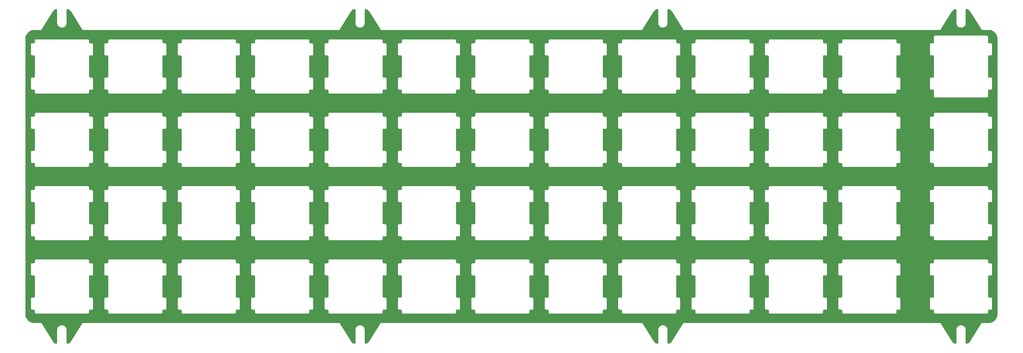
<source format=gbr>
G04 #@! TF.GenerationSoftware,KiCad,Pcbnew,(6.0.0-0)*
G04 #@! TF.CreationDate,2022-01-19T17:07:00-06:00*
G04 #@! TF.ProjectId,top_plate,746f705f-706c-4617-9465-2e6b69636164,rev?*
G04 #@! TF.SameCoordinates,Original*
G04 #@! TF.FileFunction,Copper,L1,Top*
G04 #@! TF.FilePolarity,Positive*
%FSLAX46Y46*%
G04 Gerber Fmt 4.6, Leading zero omitted, Abs format (unit mm)*
G04 Created by KiCad (PCBNEW (6.0.0-0)) date 2022-01-19 17:07:00*
%MOMM*%
%LPD*%
G01*
G04 APERTURE LIST*
G04 #@! TA.AperFunction,ViaPad*
%ADD10C,0.500000*%
G04 #@! TD*
G04 APERTURE END LIST*
D10*
X377423410Y-47606460D03*
G04 #@! TA.AperFunction,Conductor*
G36*
X310671735Y-35168618D02*
G01*
X310718228Y-35222274D01*
X310729614Y-35274616D01*
X310729614Y-38682301D01*
X310728729Y-38692658D01*
X310727554Y-38695494D01*
X310724971Y-38695494D01*
X310743510Y-38907391D01*
X310798562Y-39112851D01*
X310800884Y-39117832D01*
X310800885Y-39117833D01*
X310886130Y-39300642D01*
X310886133Y-39300647D01*
X310888456Y-39305629D01*
X310891626Y-39310156D01*
X310985874Y-39444755D01*
X311010460Y-39479868D01*
X311160866Y-39630274D01*
X311165374Y-39633431D01*
X311165377Y-39633433D01*
X311267550Y-39704975D01*
X311335106Y-39752278D01*
X311340088Y-39754601D01*
X311340093Y-39754604D01*
X311417808Y-39790843D01*
X311527883Y-39842172D01*
X311533191Y-39843594D01*
X311533193Y-39843595D01*
X311728028Y-39895800D01*
X311733343Y-39897224D01*
X311945240Y-39915763D01*
X312157137Y-39897224D01*
X312162452Y-39895800D01*
X312357287Y-39843595D01*
X312357289Y-39843594D01*
X312362597Y-39842172D01*
X312367579Y-39839849D01*
X312550388Y-39754604D01*
X312550393Y-39754601D01*
X312555375Y-39752278D01*
X312652880Y-39684004D01*
X312725103Y-39633433D01*
X312725106Y-39633431D01*
X312729614Y-39630274D01*
X312880020Y-39479868D01*
X312904607Y-39444755D01*
X312998854Y-39310156D01*
X313002024Y-39305629D01*
X313004347Y-39300647D01*
X313004350Y-39300642D01*
X313089595Y-39117833D01*
X313089596Y-39117832D01*
X313091918Y-39112851D01*
X313146970Y-38907391D01*
X313165509Y-38695494D01*
X313162926Y-38695494D01*
X313161490Y-38692027D01*
X313160866Y-38685757D01*
X313160866Y-35274616D01*
X313180868Y-35206495D01*
X313234524Y-35160002D01*
X313286866Y-35148616D01*
X313676885Y-35148616D01*
X313745006Y-35168618D01*
X313757169Y-35177505D01*
X313926704Y-35317664D01*
X313935515Y-35325680D01*
X314124428Y-35514593D01*
X314132444Y-35523404D01*
X314300742Y-35726976D01*
X314303851Y-35731288D01*
X314304845Y-35735166D01*
X314307990Y-35737028D01*
X314310479Y-35740480D01*
X317257973Y-40456468D01*
X317280755Y-40492919D01*
X317283923Y-40500567D01*
X317290860Y-40503441D01*
X317296973Y-40507800D01*
X317305137Y-40506433D01*
X317308607Y-40506433D01*
X317308843Y-40506515D01*
X317311616Y-40506433D01*
X334570473Y-40506436D01*
X383957493Y-40506444D01*
X383976033Y-40506444D01*
X383984198Y-40507811D01*
X383990311Y-40503451D01*
X383997247Y-40500578D01*
X384000415Y-40492930D01*
X384002253Y-40489989D01*
X384002448Y-40489832D01*
X384003843Y-40487446D01*
X386970697Y-35740480D01*
X386973178Y-35737039D01*
X386976327Y-35735175D01*
X386977321Y-35731294D01*
X386980430Y-35726982D01*
X387148707Y-35523412D01*
X387156727Y-35514595D01*
X387345641Y-35325681D01*
X387354457Y-35317661D01*
X387491166Y-35204653D01*
X387523999Y-35177512D01*
X387589248Y-35149527D01*
X387604278Y-35148627D01*
X387994304Y-35148627D01*
X388062425Y-35168629D01*
X388108918Y-35222285D01*
X388120304Y-35274627D01*
X388120304Y-38682312D01*
X388119419Y-38692669D01*
X388118244Y-38695505D01*
X388115661Y-38695505D01*
X388134200Y-38907402D01*
X388135624Y-38912716D01*
X388135624Y-38912717D01*
X388184247Y-39094181D01*
X388189252Y-39112862D01*
X388191574Y-39117843D01*
X388191575Y-39117844D01*
X388276820Y-39300653D01*
X388276823Y-39300658D01*
X388279146Y-39305640D01*
X388347420Y-39403145D01*
X388397984Y-39475357D01*
X388401150Y-39479879D01*
X388551556Y-39630285D01*
X388556064Y-39633442D01*
X388556067Y-39633444D01*
X388721287Y-39749132D01*
X388725796Y-39752289D01*
X388730778Y-39754612D01*
X388730783Y-39754615D01*
X388913591Y-39839860D01*
X388918573Y-39842183D01*
X388923881Y-39843605D01*
X388923883Y-39843606D01*
X389118677Y-39895800D01*
X389124033Y-39897235D01*
X389335930Y-39915774D01*
X389547827Y-39897235D01*
X389553183Y-39895800D01*
X389747977Y-39843606D01*
X389747979Y-39843605D01*
X389753287Y-39842183D01*
X389758269Y-39839860D01*
X389941078Y-39754615D01*
X389941083Y-39754612D01*
X389946065Y-39752289D01*
X390043570Y-39684015D01*
X390115793Y-39633444D01*
X390115796Y-39633442D01*
X390120304Y-39630285D01*
X390270710Y-39479879D01*
X390273877Y-39475357D01*
X390324440Y-39403145D01*
X390392714Y-39305640D01*
X390395037Y-39300658D01*
X390395040Y-39300653D01*
X390480285Y-39117844D01*
X390480286Y-39117843D01*
X390482608Y-39112862D01*
X390487614Y-39094181D01*
X390536236Y-38912717D01*
X390536236Y-38912716D01*
X390537660Y-38907402D01*
X390556199Y-38695505D01*
X390553616Y-38695505D01*
X390552180Y-38692038D01*
X390551556Y-38685768D01*
X390551556Y-35274627D01*
X390571558Y-35206506D01*
X390625214Y-35160013D01*
X390677556Y-35148627D01*
X391067575Y-35148627D01*
X391135696Y-35168629D01*
X391147859Y-35177516D01*
X391317394Y-35317675D01*
X391326205Y-35325691D01*
X391515118Y-35514604D01*
X391523134Y-35523415D01*
X391691432Y-35726987D01*
X391694541Y-35731299D01*
X391695535Y-35735177D01*
X391698680Y-35737039D01*
X391701169Y-35740491D01*
X394299135Y-39897235D01*
X394671445Y-40492930D01*
X394674613Y-40500578D01*
X394681550Y-40503452D01*
X394687663Y-40507811D01*
X394695827Y-40506444D01*
X394699297Y-40506444D01*
X394699533Y-40506526D01*
X394702305Y-40506444D01*
X396474661Y-40506456D01*
X396474661Y-40506479D01*
X396474701Y-40506473D01*
X396479634Y-40508516D01*
X396483973Y-40506718D01*
X396497311Y-40507525D01*
X396756043Y-40523176D01*
X396771147Y-40525010D01*
X397036026Y-40573551D01*
X397050799Y-40577192D01*
X397307894Y-40657306D01*
X397322119Y-40662700D01*
X397567703Y-40773227D01*
X397581167Y-40780295D01*
X397811618Y-40919608D01*
X397824140Y-40928251D01*
X398036129Y-41094334D01*
X398047517Y-41104424D01*
X398237926Y-41294833D01*
X398248016Y-41306221D01*
X398414099Y-41518210D01*
X398422742Y-41530732D01*
X398562053Y-41761179D01*
X398569123Y-41774647D01*
X398662071Y-41981172D01*
X398679649Y-42020229D01*
X398685043Y-42034454D01*
X398712287Y-42121881D01*
X398765158Y-42291551D01*
X398768799Y-42306324D01*
X398817340Y-42571203D01*
X398819174Y-42586307D01*
X398835632Y-42858377D01*
X398833153Y-42858527D01*
X398833921Y-42862506D01*
X398833834Y-42862716D01*
X398834072Y-42863292D01*
X398834921Y-42867689D01*
X398835894Y-42867689D01*
X398835894Y-42884503D01*
X398835864Y-42885067D01*
X398835894Y-42885278D01*
X398835894Y-114295171D01*
X398835869Y-114295171D01*
X398835876Y-114295214D01*
X398833834Y-114300144D01*
X398835632Y-114304483D01*
X398834825Y-114317825D01*
X398819174Y-114576553D01*
X398817340Y-114591657D01*
X398768799Y-114856536D01*
X398765158Y-114871309D01*
X398685044Y-115128404D01*
X398679649Y-115142631D01*
X398569125Y-115388208D01*
X398562053Y-115401681D01*
X398422742Y-115632128D01*
X398414099Y-115644650D01*
X398248016Y-115856639D01*
X398237926Y-115868027D01*
X398047517Y-116058436D01*
X398036129Y-116068526D01*
X397824140Y-116234609D01*
X397811619Y-116243251D01*
X397581167Y-116382565D01*
X397567703Y-116389633D01*
X397324736Y-116498982D01*
X397322121Y-116500159D01*
X397307894Y-116505554D01*
X397050799Y-116585668D01*
X397036026Y-116589309D01*
X396771147Y-116637850D01*
X396756043Y-116639684D01*
X396483973Y-116656142D01*
X396483823Y-116653665D01*
X396479847Y-116654432D01*
X396479634Y-116654344D01*
X396479050Y-116654586D01*
X396474391Y-116655485D01*
X396474391Y-116656516D01*
X396458613Y-116656516D01*
X396458572Y-116656499D01*
X396457288Y-116656430D01*
X396456691Y-116656516D01*
X394695827Y-116656516D01*
X394687663Y-116655149D01*
X394681550Y-116659508D01*
X394674613Y-116662382D01*
X394671445Y-116670030D01*
X394669603Y-116672977D01*
X394669411Y-116673132D01*
X394668015Y-116675518D01*
X391701163Y-121422480D01*
X391698682Y-121425921D01*
X391695533Y-121427785D01*
X391694539Y-121431666D01*
X391691430Y-121435978D01*
X391523153Y-121639548D01*
X391515133Y-121648365D01*
X391326219Y-121837279D01*
X391317403Y-121845299D01*
X391147861Y-121985448D01*
X391082612Y-122013433D01*
X391067582Y-122014333D01*
X390677556Y-122014333D01*
X390609435Y-121994331D01*
X390562942Y-121940675D01*
X390551556Y-121888333D01*
X390551556Y-118480648D01*
X390552441Y-118470291D01*
X390553616Y-118467455D01*
X390556199Y-118467455D01*
X390537660Y-118255558D01*
X390536236Y-118250243D01*
X390484031Y-118055408D01*
X390484030Y-118055406D01*
X390482608Y-118050098D01*
X390405463Y-117884661D01*
X390395040Y-117862308D01*
X390395037Y-117862303D01*
X390392714Y-117857321D01*
X390389490Y-117852717D01*
X390273869Y-117687592D01*
X390273867Y-117687589D01*
X390270710Y-117683081D01*
X390120304Y-117532675D01*
X389946065Y-117410671D01*
X389941083Y-117408348D01*
X389941078Y-117408345D01*
X389758269Y-117323100D01*
X389758268Y-117323099D01*
X389753287Y-117320777D01*
X389747979Y-117319355D01*
X389747977Y-117319354D01*
X389553142Y-117267149D01*
X389553141Y-117267149D01*
X389547827Y-117265725D01*
X389335930Y-117247186D01*
X389124033Y-117265725D01*
X389118719Y-117267149D01*
X389118718Y-117267149D01*
X388923883Y-117319354D01*
X388923881Y-117319355D01*
X388918573Y-117320777D01*
X388913593Y-117323099D01*
X388913591Y-117323100D01*
X388730783Y-117408345D01*
X388730778Y-117408348D01*
X388725796Y-117410671D01*
X388721289Y-117413827D01*
X388721287Y-117413828D01*
X388556067Y-117529516D01*
X388556064Y-117529518D01*
X388551556Y-117532675D01*
X388401150Y-117683081D01*
X388397993Y-117687589D01*
X388397991Y-117687592D01*
X388282370Y-117852717D01*
X388279146Y-117857321D01*
X388276823Y-117862303D01*
X388276820Y-117862308D01*
X388266397Y-117884661D01*
X388189252Y-118050098D01*
X388187830Y-118055406D01*
X388187829Y-118055408D01*
X388135624Y-118250243D01*
X388134200Y-118255558D01*
X388115661Y-118467455D01*
X388118244Y-118467455D01*
X388119680Y-118470922D01*
X388120304Y-118477192D01*
X388120304Y-121888333D01*
X388100302Y-121956454D01*
X388046646Y-122002947D01*
X387994304Y-122014333D01*
X387604285Y-122014333D01*
X387536164Y-121994331D01*
X387524001Y-121985444D01*
X387354466Y-121845285D01*
X387345655Y-121837269D01*
X387156742Y-121648356D01*
X387148726Y-121639545D01*
X386980428Y-121435973D01*
X386977319Y-121431661D01*
X386976325Y-121427783D01*
X386973180Y-121425921D01*
X386970691Y-121422469D01*
X385129833Y-118477097D01*
X384000392Y-116669992D01*
X383997247Y-116662401D01*
X383990375Y-116659554D01*
X383984198Y-116655149D01*
X383975920Y-116656535D01*
X383972621Y-116656535D01*
X383972356Y-116656443D01*
X383969234Y-116656535D01*
X366304522Y-116656505D01*
X317323676Y-116656421D01*
X317305137Y-116656421D01*
X317296973Y-116655054D01*
X317290860Y-116659413D01*
X317283923Y-116662287D01*
X317280755Y-116669935D01*
X317278913Y-116672882D01*
X317278721Y-116673037D01*
X317277325Y-116675423D01*
X314310473Y-121422385D01*
X314307992Y-121425826D01*
X314304843Y-121427690D01*
X314303849Y-121431571D01*
X314300740Y-121435883D01*
X314132463Y-121639453D01*
X314124443Y-121648270D01*
X313935529Y-121837184D01*
X313926713Y-121845204D01*
X313757171Y-121985353D01*
X313691922Y-122013338D01*
X313676892Y-122014238D01*
X313286866Y-122014238D01*
X313218745Y-121994236D01*
X313172252Y-121940580D01*
X313160866Y-121888238D01*
X313160866Y-118480553D01*
X313161751Y-118470196D01*
X313162926Y-118467360D01*
X313165509Y-118467360D01*
X313146970Y-118255463D01*
X313096926Y-118068692D01*
X313093341Y-118055313D01*
X313093340Y-118055311D01*
X313091918Y-118050003D01*
X313089595Y-118045021D01*
X313004350Y-117862213D01*
X313004347Y-117862208D01*
X313002024Y-117857226D01*
X312904614Y-117718110D01*
X312883179Y-117687497D01*
X312883177Y-117687494D01*
X312880020Y-117682986D01*
X312729614Y-117532580D01*
X312555375Y-117410576D01*
X312550393Y-117408253D01*
X312550388Y-117408250D01*
X312367579Y-117323005D01*
X312367578Y-117323004D01*
X312362597Y-117320682D01*
X312357289Y-117319260D01*
X312357287Y-117319259D01*
X312162452Y-117267054D01*
X312162451Y-117267054D01*
X312157137Y-117265630D01*
X311945240Y-117247091D01*
X311733343Y-117265630D01*
X311728029Y-117267054D01*
X311728028Y-117267054D01*
X311533193Y-117319259D01*
X311533191Y-117319260D01*
X311527883Y-117320682D01*
X311522903Y-117323004D01*
X311522901Y-117323005D01*
X311340093Y-117408250D01*
X311340088Y-117408253D01*
X311335106Y-117410576D01*
X311330599Y-117413732D01*
X311330597Y-117413733D01*
X311165377Y-117529421D01*
X311165374Y-117529423D01*
X311160866Y-117532580D01*
X311010460Y-117682986D01*
X311007303Y-117687494D01*
X311007301Y-117687497D01*
X310985866Y-117718110D01*
X310888456Y-117857226D01*
X310886133Y-117862208D01*
X310886130Y-117862213D01*
X310800885Y-118045021D01*
X310798562Y-118050003D01*
X310797140Y-118055311D01*
X310797139Y-118055313D01*
X310793554Y-118068692D01*
X310743510Y-118255463D01*
X310724971Y-118467360D01*
X310727554Y-118467360D01*
X310728990Y-118470827D01*
X310729614Y-118477097D01*
X310729614Y-121888238D01*
X310709612Y-121956359D01*
X310655956Y-122002852D01*
X310603614Y-122014238D01*
X310213595Y-122014238D01*
X310145474Y-121994236D01*
X310133311Y-121985349D01*
X309963776Y-121845190D01*
X309954965Y-121837174D01*
X309766052Y-121648261D01*
X309758036Y-121639450D01*
X309589738Y-121435878D01*
X309586629Y-121431566D01*
X309585635Y-121427688D01*
X309582490Y-121425826D01*
X309580001Y-121422374D01*
X306619552Y-116685658D01*
X306609725Y-116669935D01*
X306606557Y-116662287D01*
X306599621Y-116659414D01*
X306593508Y-116655054D01*
X306585343Y-116656421D01*
X306581877Y-116656421D01*
X306581641Y-116656339D01*
X306578869Y-116656421D01*
X289021068Y-116656451D01*
X238723821Y-116656535D01*
X238715657Y-116655168D01*
X238709544Y-116659527D01*
X238702607Y-116662401D01*
X238699439Y-116670049D01*
X238697597Y-116672996D01*
X238697405Y-116673151D01*
X238696009Y-116675537D01*
X235729157Y-121422499D01*
X235726676Y-121425940D01*
X235723527Y-121427804D01*
X235722533Y-121431685D01*
X235719424Y-121435997D01*
X235551147Y-121639567D01*
X235543127Y-121648384D01*
X235354213Y-121837298D01*
X235345397Y-121845318D01*
X235175855Y-121985467D01*
X235110606Y-122013452D01*
X235095576Y-122014352D01*
X234705550Y-122014352D01*
X234637429Y-121994350D01*
X234590936Y-121940694D01*
X234579550Y-121888352D01*
X234579550Y-118480667D01*
X234580435Y-118470310D01*
X234581610Y-118467474D01*
X234584193Y-118467474D01*
X234565654Y-118255577D01*
X234510602Y-118050117D01*
X234508226Y-118045021D01*
X234423034Y-117862327D01*
X234423031Y-117862322D01*
X234420708Y-117857340D01*
X234417551Y-117852831D01*
X234301863Y-117687611D01*
X234301861Y-117687608D01*
X234298704Y-117683100D01*
X234148298Y-117532694D01*
X234143760Y-117529516D01*
X234071564Y-117478964D01*
X233974059Y-117410690D01*
X233969077Y-117408367D01*
X233969072Y-117408364D01*
X233786263Y-117323119D01*
X233786262Y-117323118D01*
X233781281Y-117320796D01*
X233775973Y-117319374D01*
X233775971Y-117319373D01*
X233581136Y-117267168D01*
X233581135Y-117267168D01*
X233575821Y-117265744D01*
X233363924Y-117247205D01*
X233152027Y-117265744D01*
X233146713Y-117267168D01*
X233146712Y-117267168D01*
X232951877Y-117319373D01*
X232951875Y-117319374D01*
X232946567Y-117320796D01*
X232941587Y-117323118D01*
X232941585Y-117323119D01*
X232758777Y-117408364D01*
X232758772Y-117408367D01*
X232753790Y-117410690D01*
X232749283Y-117413846D01*
X232749281Y-117413847D01*
X232584061Y-117529535D01*
X232584058Y-117529537D01*
X232579550Y-117532694D01*
X232429144Y-117683100D01*
X232425987Y-117687608D01*
X232425985Y-117687611D01*
X232310297Y-117852831D01*
X232307140Y-117857340D01*
X232304817Y-117862322D01*
X232304814Y-117862327D01*
X232219622Y-118045021D01*
X232217246Y-118050117D01*
X232162194Y-118255577D01*
X232143655Y-118467474D01*
X232146238Y-118467474D01*
X232147674Y-118470941D01*
X232148298Y-118477211D01*
X232148298Y-121888352D01*
X232128296Y-121956473D01*
X232074640Y-122002966D01*
X232022298Y-122014352D01*
X231632279Y-122014352D01*
X231564158Y-121994350D01*
X231551995Y-121985463D01*
X231382460Y-121845304D01*
X231373649Y-121837288D01*
X231184736Y-121648375D01*
X231176720Y-121639564D01*
X231008422Y-121435992D01*
X231005313Y-121431680D01*
X231004319Y-121427802D01*
X231001174Y-121425940D01*
X230998685Y-121422488D01*
X228038236Y-116685772D01*
X228028409Y-116670049D01*
X228025241Y-116662401D01*
X228018305Y-116659528D01*
X228012192Y-116655168D01*
X228004027Y-116656535D01*
X228000561Y-116656535D01*
X228000325Y-116656453D01*
X227997554Y-116656535D01*
X210749898Y-116656505D01*
X161351670Y-116656421D01*
X161333131Y-116656421D01*
X161324967Y-116655054D01*
X161318854Y-116659413D01*
X161311917Y-116662287D01*
X161308749Y-116669935D01*
X161306907Y-116672882D01*
X161306715Y-116673037D01*
X161305319Y-116675423D01*
X158338467Y-121422385D01*
X158335986Y-121425826D01*
X158332837Y-121427690D01*
X158331843Y-121431571D01*
X158328734Y-121435883D01*
X158160457Y-121639453D01*
X158152437Y-121648270D01*
X157963523Y-121837184D01*
X157954707Y-121845204D01*
X157785165Y-121985353D01*
X157719916Y-122013338D01*
X157704886Y-122014238D01*
X157314860Y-122014238D01*
X157246739Y-121994236D01*
X157200246Y-121940580D01*
X157188860Y-121888238D01*
X157188860Y-118480553D01*
X157189745Y-118470196D01*
X157190920Y-118467360D01*
X157193503Y-118467360D01*
X157174964Y-118255463D01*
X157124920Y-118068692D01*
X157121335Y-118055313D01*
X157121334Y-118055311D01*
X157119912Y-118050003D01*
X157117589Y-118045021D01*
X157032344Y-117862213D01*
X157032341Y-117862208D01*
X157030018Y-117857226D01*
X156932608Y-117718110D01*
X156911173Y-117687497D01*
X156911171Y-117687494D01*
X156908014Y-117682986D01*
X156757608Y-117532580D01*
X156583369Y-117410576D01*
X156578387Y-117408253D01*
X156578382Y-117408250D01*
X156395573Y-117323005D01*
X156395572Y-117323004D01*
X156390591Y-117320682D01*
X156385283Y-117319260D01*
X156385281Y-117319259D01*
X156190446Y-117267054D01*
X156190445Y-117267054D01*
X156185131Y-117265630D01*
X155973234Y-117247091D01*
X155761337Y-117265630D01*
X155756023Y-117267054D01*
X155756022Y-117267054D01*
X155561187Y-117319259D01*
X155561185Y-117319260D01*
X155555877Y-117320682D01*
X155550897Y-117323004D01*
X155550895Y-117323005D01*
X155368087Y-117408250D01*
X155368082Y-117408253D01*
X155363100Y-117410576D01*
X155358593Y-117413732D01*
X155358591Y-117413733D01*
X155193371Y-117529421D01*
X155193368Y-117529423D01*
X155188860Y-117532580D01*
X155038454Y-117682986D01*
X155035297Y-117687494D01*
X155035295Y-117687497D01*
X155013860Y-117718110D01*
X154916450Y-117857226D01*
X154914127Y-117862208D01*
X154914124Y-117862213D01*
X154828879Y-118045021D01*
X154826556Y-118050003D01*
X154825134Y-118055311D01*
X154825133Y-118055313D01*
X154821548Y-118068692D01*
X154771504Y-118255463D01*
X154752965Y-118467360D01*
X154755548Y-118467360D01*
X154756984Y-118470827D01*
X154757608Y-118477097D01*
X154757608Y-121888238D01*
X154737606Y-121956359D01*
X154683950Y-122002852D01*
X154631608Y-122014238D01*
X154241589Y-122014238D01*
X154173468Y-121994236D01*
X154161305Y-121985349D01*
X153991770Y-121845190D01*
X153982959Y-121837174D01*
X153794046Y-121648261D01*
X153786030Y-121639450D01*
X153617732Y-121435878D01*
X153614623Y-121431566D01*
X153613629Y-121427688D01*
X153610484Y-121425826D01*
X153607995Y-121422374D01*
X150647550Y-116685663D01*
X150637723Y-116669940D01*
X150634564Y-116662301D01*
X150627625Y-116659421D01*
X150621502Y-116655054D01*
X150613343Y-116656420D01*
X150609860Y-116656418D01*
X150609622Y-116656335D01*
X150606869Y-116656415D01*
X148834863Y-116655147D01*
X148834823Y-116655147D01*
X148829842Y-116653084D01*
X148825503Y-116654882D01*
X148632177Y-116643188D01*
X148553586Y-116638434D01*
X148538482Y-116636600D01*
X148273753Y-116588086D01*
X148258980Y-116584445D01*
X148157969Y-116552969D01*
X148002029Y-116504376D01*
X147987805Y-116498982D01*
X147742370Y-116388522D01*
X147728896Y-116381450D01*
X147498575Y-116242216D01*
X147486053Y-116233573D01*
X147274190Y-116067589D01*
X147262802Y-116057500D01*
X147072493Y-115867193D01*
X147062403Y-115855804D01*
X146896418Y-115643940D01*
X146887775Y-115631418D01*
X146748541Y-115401098D01*
X146741470Y-115387626D01*
X146631011Y-115142200D01*
X146625615Y-115127973D01*
X146545543Y-114871016D01*
X146541902Y-114856242D01*
X146493388Y-114591514D01*
X146491554Y-114576410D01*
X146475105Y-114304495D01*
X146477579Y-114304345D01*
X146476812Y-114300374D01*
X146476902Y-114300156D01*
X146476654Y-114299556D01*
X146475808Y-114295181D01*
X146474842Y-114295181D01*
X146474842Y-114278311D01*
X146474870Y-114277778D01*
X146474842Y-114277585D01*
X146474817Y-112856700D01*
X147943479Y-112856700D01*
X147952306Y-112912429D01*
X147956939Y-112941680D01*
X147959584Y-112958382D01*
X148006322Y-113050111D01*
X148079119Y-113122908D01*
X148170848Y-113169646D01*
X148180638Y-113171197D01*
X148180639Y-113171197D01*
X148254637Y-113182917D01*
X148272530Y-113185751D01*
X148272530Y-113183819D01*
X148277503Y-113184607D01*
X148277503Y-113181700D01*
X148662612Y-113181700D01*
X148668717Y-113182180D01*
X148672530Y-113183760D01*
X148675126Y-113182685D01*
X148682322Y-113183251D01*
X148690240Y-113184505D01*
X148737798Y-113192037D01*
X148775291Y-113204219D01*
X148816392Y-113225161D01*
X148848284Y-113248333D01*
X148880897Y-113280946D01*
X148904069Y-113312838D01*
X148925011Y-113353939D01*
X148937193Y-113391432D01*
X148945979Y-113446908D01*
X148946545Y-113454104D01*
X148945470Y-113456700D01*
X148947050Y-113460513D01*
X148947530Y-113466618D01*
X148947530Y-113478561D01*
X148947502Y-113479079D01*
X148947530Y-113479273D01*
X148947530Y-113851727D01*
X148944730Y-113851727D01*
X148945463Y-113856700D01*
X148943479Y-113856700D01*
X148952306Y-113912429D01*
X148956939Y-113941680D01*
X148959584Y-113958382D01*
X149006322Y-114050111D01*
X149079119Y-114122908D01*
X149170848Y-114169646D01*
X149180638Y-114171197D01*
X149180639Y-114171197D01*
X149254637Y-114182917D01*
X149272530Y-114185751D01*
X149272530Y-114183819D01*
X149277503Y-114184607D01*
X149277503Y-114181700D01*
X162667557Y-114181700D01*
X162667557Y-114184500D01*
X162672530Y-114183767D01*
X162672530Y-114185751D01*
X162728259Y-114176924D01*
X162764421Y-114171197D01*
X162764422Y-114171197D01*
X162774212Y-114169646D01*
X162865941Y-114122908D01*
X162938738Y-114050111D01*
X162985476Y-113958382D01*
X162988122Y-113941680D01*
X162998747Y-113874593D01*
X163001581Y-113856700D01*
X162999649Y-113856700D01*
X163000437Y-113851727D01*
X162997530Y-113851727D01*
X162997530Y-113466618D01*
X162998010Y-113460513D01*
X162999590Y-113456700D01*
X162998515Y-113454104D01*
X162999081Y-113446908D01*
X163007867Y-113391432D01*
X163020049Y-113353939D01*
X163040991Y-113312838D01*
X163064163Y-113280946D01*
X163096776Y-113248333D01*
X163128668Y-113225161D01*
X163169769Y-113204219D01*
X163207262Y-113192037D01*
X163254820Y-113184505D01*
X163262738Y-113183251D01*
X163269934Y-113182685D01*
X163272530Y-113183760D01*
X163276343Y-113182180D01*
X163282448Y-113181700D01*
X163294391Y-113181700D01*
X163294909Y-113181728D01*
X163295103Y-113181700D01*
X163767557Y-113181700D01*
X163767557Y-113183254D01*
X163770324Y-113182846D01*
X163772530Y-113183760D01*
X163772530Y-113184505D01*
X163842926Y-113173355D01*
X163906430Y-113140998D01*
X163956828Y-113090600D01*
X163989185Y-113027096D01*
X164000335Y-112956700D01*
X163999590Y-112956700D01*
X163998732Y-112954628D01*
X163999191Y-112951727D01*
X163997530Y-112951727D01*
X163997530Y-112856700D01*
X166993559Y-112856700D01*
X167002386Y-112912429D01*
X167007019Y-112941680D01*
X167009664Y-112958382D01*
X167056402Y-113050111D01*
X167129199Y-113122908D01*
X167220928Y-113169646D01*
X167230718Y-113171197D01*
X167230719Y-113171197D01*
X167304717Y-113182917D01*
X167322610Y-113185751D01*
X167322610Y-113183819D01*
X167327583Y-113184607D01*
X167327583Y-113181700D01*
X167712692Y-113181700D01*
X167718797Y-113182180D01*
X167722610Y-113183760D01*
X167725206Y-113182685D01*
X167732402Y-113183251D01*
X167740320Y-113184505D01*
X167787878Y-113192037D01*
X167825371Y-113204219D01*
X167866472Y-113225161D01*
X167898364Y-113248333D01*
X167930977Y-113280946D01*
X167954149Y-113312838D01*
X167975091Y-113353939D01*
X167987273Y-113391432D01*
X167996059Y-113446908D01*
X167996625Y-113454104D01*
X167995550Y-113456700D01*
X167997130Y-113460513D01*
X167997610Y-113466618D01*
X167997610Y-113478561D01*
X167997582Y-113479079D01*
X167997610Y-113479273D01*
X167997610Y-113851727D01*
X167994810Y-113851727D01*
X167995543Y-113856700D01*
X167993559Y-113856700D01*
X168002386Y-113912429D01*
X168007019Y-113941680D01*
X168009664Y-113958382D01*
X168056402Y-114050111D01*
X168129199Y-114122908D01*
X168220928Y-114169646D01*
X168230718Y-114171197D01*
X168230719Y-114171197D01*
X168304717Y-114182917D01*
X168322610Y-114185751D01*
X168322610Y-114183819D01*
X168327583Y-114184607D01*
X168327583Y-114181700D01*
X181717637Y-114181700D01*
X181717637Y-114184500D01*
X181722610Y-114183767D01*
X181722610Y-114185751D01*
X181778339Y-114176924D01*
X181814501Y-114171197D01*
X181814502Y-114171197D01*
X181824292Y-114169646D01*
X181916021Y-114122908D01*
X181988818Y-114050111D01*
X182035556Y-113958382D01*
X182038202Y-113941680D01*
X182048827Y-113874593D01*
X182051661Y-113856700D01*
X182049729Y-113856700D01*
X182050517Y-113851727D01*
X182047610Y-113851727D01*
X182047610Y-113466618D01*
X182048090Y-113460513D01*
X182049670Y-113456700D01*
X182048595Y-113454104D01*
X182049161Y-113446908D01*
X182057947Y-113391432D01*
X182070129Y-113353939D01*
X182091071Y-113312838D01*
X182114243Y-113280946D01*
X182146856Y-113248333D01*
X182178748Y-113225161D01*
X182219849Y-113204219D01*
X182257342Y-113192037D01*
X182304900Y-113184505D01*
X182312818Y-113183251D01*
X182320014Y-113182685D01*
X182322610Y-113183760D01*
X182326423Y-113182180D01*
X182332528Y-113181700D01*
X182344471Y-113181700D01*
X182344989Y-113181728D01*
X182345183Y-113181700D01*
X182817637Y-113181700D01*
X182817637Y-113183254D01*
X182820404Y-113182846D01*
X182822610Y-113183760D01*
X182822610Y-113184505D01*
X182893006Y-113173355D01*
X182956510Y-113140998D01*
X183006908Y-113090600D01*
X183039265Y-113027096D01*
X183050415Y-112956700D01*
X183049670Y-112956700D01*
X183048812Y-112954628D01*
X183049271Y-112951727D01*
X183047610Y-112951727D01*
X183047610Y-112856700D01*
X186043639Y-112856700D01*
X186052466Y-112912429D01*
X186057099Y-112941680D01*
X186059744Y-112958382D01*
X186106482Y-113050111D01*
X186179279Y-113122908D01*
X186271008Y-113169646D01*
X186280798Y-113171197D01*
X186280799Y-113171197D01*
X186354797Y-113182917D01*
X186372690Y-113185751D01*
X186372690Y-113183819D01*
X186377663Y-113184607D01*
X186377663Y-113181700D01*
X186762772Y-113181700D01*
X186768877Y-113182180D01*
X186772690Y-113183760D01*
X186775286Y-113182685D01*
X186782482Y-113183251D01*
X186790400Y-113184505D01*
X186837958Y-113192037D01*
X186875451Y-113204219D01*
X186916552Y-113225161D01*
X186948444Y-113248333D01*
X186981057Y-113280946D01*
X187004229Y-113312838D01*
X187025171Y-113353939D01*
X187037353Y-113391432D01*
X187046139Y-113446908D01*
X187046705Y-113454104D01*
X187045630Y-113456700D01*
X187047210Y-113460513D01*
X187047690Y-113466618D01*
X187047690Y-113478561D01*
X187047662Y-113479079D01*
X187047690Y-113479273D01*
X187047690Y-113851727D01*
X187044890Y-113851727D01*
X187045623Y-113856700D01*
X187043639Y-113856700D01*
X187052466Y-113912429D01*
X187057099Y-113941680D01*
X187059744Y-113958382D01*
X187106482Y-114050111D01*
X187179279Y-114122908D01*
X187271008Y-114169646D01*
X187280798Y-114171197D01*
X187280799Y-114171197D01*
X187354797Y-114182917D01*
X187372690Y-114185751D01*
X187372690Y-114183819D01*
X187377663Y-114184607D01*
X187377663Y-114181700D01*
X200767717Y-114181700D01*
X200767717Y-114184500D01*
X200772690Y-114183767D01*
X200772690Y-114185751D01*
X200828419Y-114176924D01*
X200864581Y-114171197D01*
X200864582Y-114171197D01*
X200874372Y-114169646D01*
X200966101Y-114122908D01*
X201038898Y-114050111D01*
X201085636Y-113958382D01*
X201088282Y-113941680D01*
X201098907Y-113874593D01*
X201101741Y-113856700D01*
X201099809Y-113856700D01*
X201100597Y-113851727D01*
X201097690Y-113851727D01*
X201097690Y-113466618D01*
X201098170Y-113460513D01*
X201099750Y-113456700D01*
X201098675Y-113454104D01*
X201099241Y-113446908D01*
X201108027Y-113391432D01*
X201120209Y-113353939D01*
X201141151Y-113312838D01*
X201164323Y-113280946D01*
X201196936Y-113248333D01*
X201228828Y-113225161D01*
X201269929Y-113204219D01*
X201307422Y-113192037D01*
X201354980Y-113184505D01*
X201362898Y-113183251D01*
X201370094Y-113182685D01*
X201372690Y-113183760D01*
X201376503Y-113182180D01*
X201382608Y-113181700D01*
X201394551Y-113181700D01*
X201395069Y-113181728D01*
X201395263Y-113181700D01*
X201867717Y-113181700D01*
X201867717Y-113183254D01*
X201870484Y-113182846D01*
X201872690Y-113183760D01*
X201872690Y-113184505D01*
X201943086Y-113173355D01*
X202006590Y-113140998D01*
X202056988Y-113090600D01*
X202089345Y-113027096D01*
X202100495Y-112956700D01*
X202099750Y-112956700D01*
X202098892Y-112954628D01*
X202099351Y-112951727D01*
X202097690Y-112951727D01*
X202097690Y-112856700D01*
X205093719Y-112856700D01*
X205102546Y-112912429D01*
X205107179Y-112941680D01*
X205109824Y-112958382D01*
X205156562Y-113050111D01*
X205229359Y-113122908D01*
X205321088Y-113169646D01*
X205330878Y-113171197D01*
X205330879Y-113171197D01*
X205404877Y-113182917D01*
X205422770Y-113185751D01*
X205422770Y-113183819D01*
X205427743Y-113184607D01*
X205427743Y-113181700D01*
X205812852Y-113181700D01*
X205818957Y-113182180D01*
X205822770Y-113183760D01*
X205825366Y-113182685D01*
X205832562Y-113183251D01*
X205840480Y-113184505D01*
X205888038Y-113192037D01*
X205925531Y-113204219D01*
X205966632Y-113225161D01*
X205998524Y-113248333D01*
X206031137Y-113280946D01*
X206054309Y-113312838D01*
X206075251Y-113353939D01*
X206087433Y-113391432D01*
X206096219Y-113446908D01*
X206096785Y-113454104D01*
X206095710Y-113456700D01*
X206097290Y-113460513D01*
X206097770Y-113466618D01*
X206097770Y-113478561D01*
X206097742Y-113479079D01*
X206097770Y-113479273D01*
X206097770Y-113851727D01*
X206094970Y-113851727D01*
X206095703Y-113856700D01*
X206093719Y-113856700D01*
X206102546Y-113912429D01*
X206107179Y-113941680D01*
X206109824Y-113958382D01*
X206156562Y-114050111D01*
X206229359Y-114122908D01*
X206321088Y-114169646D01*
X206330878Y-114171197D01*
X206330879Y-114171197D01*
X206404877Y-114182917D01*
X206422770Y-114185751D01*
X206422770Y-114183819D01*
X206427743Y-114184607D01*
X206427743Y-114181700D01*
X219817797Y-114181700D01*
X219817797Y-114184500D01*
X219822770Y-114183767D01*
X219822770Y-114185751D01*
X219878499Y-114176924D01*
X219914661Y-114171197D01*
X219914662Y-114171197D01*
X219924452Y-114169646D01*
X220016181Y-114122908D01*
X220088978Y-114050111D01*
X220135716Y-113958382D01*
X220138362Y-113941680D01*
X220148987Y-113874593D01*
X220151821Y-113856700D01*
X220149889Y-113856700D01*
X220150677Y-113851727D01*
X220147770Y-113851727D01*
X220147770Y-113466618D01*
X220148250Y-113460513D01*
X220149830Y-113456700D01*
X220148755Y-113454104D01*
X220149321Y-113446908D01*
X220158107Y-113391432D01*
X220170289Y-113353939D01*
X220191231Y-113312838D01*
X220214403Y-113280946D01*
X220247016Y-113248333D01*
X220278908Y-113225161D01*
X220320009Y-113204219D01*
X220357502Y-113192037D01*
X220405060Y-113184505D01*
X220412978Y-113183251D01*
X220420174Y-113182685D01*
X220422770Y-113183760D01*
X220426583Y-113182180D01*
X220432688Y-113181700D01*
X220444631Y-113181700D01*
X220445149Y-113181728D01*
X220445343Y-113181700D01*
X220917797Y-113181700D01*
X220917797Y-113183254D01*
X220920564Y-113182846D01*
X220922770Y-113183760D01*
X220922770Y-113184505D01*
X220993166Y-113173355D01*
X221056670Y-113140998D01*
X221107068Y-113090600D01*
X221139425Y-113027096D01*
X221150575Y-112956700D01*
X221149830Y-112956700D01*
X221148972Y-112954628D01*
X221149431Y-112951727D01*
X221147770Y-112951727D01*
X221147770Y-112856700D01*
X224143799Y-112856700D01*
X224152626Y-112912429D01*
X224157259Y-112941680D01*
X224159904Y-112958382D01*
X224206642Y-113050111D01*
X224279439Y-113122908D01*
X224371168Y-113169646D01*
X224380958Y-113171197D01*
X224380959Y-113171197D01*
X224454957Y-113182917D01*
X224472850Y-113185751D01*
X224472850Y-113183819D01*
X224477823Y-113184607D01*
X224477823Y-113181700D01*
X224862932Y-113181700D01*
X224869037Y-113182180D01*
X224872850Y-113183760D01*
X224875446Y-113182685D01*
X224882642Y-113183251D01*
X224890560Y-113184505D01*
X224938118Y-113192037D01*
X224975611Y-113204219D01*
X225016712Y-113225161D01*
X225048604Y-113248333D01*
X225081217Y-113280946D01*
X225104389Y-113312838D01*
X225125331Y-113353939D01*
X225137513Y-113391432D01*
X225146299Y-113446908D01*
X225146865Y-113454104D01*
X225145790Y-113456700D01*
X225147370Y-113460513D01*
X225147850Y-113466618D01*
X225147850Y-113478561D01*
X225147822Y-113479079D01*
X225147850Y-113479273D01*
X225147850Y-113851727D01*
X225145050Y-113851727D01*
X225145783Y-113856700D01*
X225143799Y-113856700D01*
X225152626Y-113912429D01*
X225157259Y-113941680D01*
X225159904Y-113958382D01*
X225206642Y-114050111D01*
X225279439Y-114122908D01*
X225371168Y-114169646D01*
X225380958Y-114171197D01*
X225380959Y-114171197D01*
X225454957Y-114182917D01*
X225472850Y-114185751D01*
X225472850Y-114183819D01*
X225477823Y-114184607D01*
X225477823Y-114181700D01*
X238867877Y-114181700D01*
X238867877Y-114184500D01*
X238872850Y-114183767D01*
X238872850Y-114185751D01*
X238928579Y-114176924D01*
X238964741Y-114171197D01*
X238964742Y-114171197D01*
X238974532Y-114169646D01*
X239066261Y-114122908D01*
X239139058Y-114050111D01*
X239185796Y-113958382D01*
X239188442Y-113941680D01*
X239199067Y-113874593D01*
X239201901Y-113856700D01*
X239199969Y-113856700D01*
X239200757Y-113851727D01*
X239197850Y-113851727D01*
X239197850Y-113466618D01*
X239198330Y-113460513D01*
X239199910Y-113456700D01*
X239198835Y-113454104D01*
X239199401Y-113446908D01*
X239208187Y-113391432D01*
X239220369Y-113353939D01*
X239241311Y-113312838D01*
X239264483Y-113280946D01*
X239297096Y-113248333D01*
X239328988Y-113225161D01*
X239370089Y-113204219D01*
X239407582Y-113192037D01*
X239455140Y-113184505D01*
X239463058Y-113183251D01*
X239470254Y-113182685D01*
X239472850Y-113183760D01*
X239476663Y-113182180D01*
X239482768Y-113181700D01*
X239494711Y-113181700D01*
X239495229Y-113181728D01*
X239495423Y-113181700D01*
X239967877Y-113181700D01*
X239967877Y-113183254D01*
X239970644Y-113182846D01*
X239972850Y-113183760D01*
X239972850Y-113184505D01*
X240043246Y-113173355D01*
X240106750Y-113140998D01*
X240157148Y-113090600D01*
X240189505Y-113027096D01*
X240200655Y-112956700D01*
X240199910Y-112956700D01*
X240199052Y-112954628D01*
X240199511Y-112951727D01*
X240197850Y-112951727D01*
X240197850Y-112856700D01*
X243193879Y-112856700D01*
X243202706Y-112912429D01*
X243207339Y-112941680D01*
X243209984Y-112958382D01*
X243256722Y-113050111D01*
X243329519Y-113122908D01*
X243421248Y-113169646D01*
X243431038Y-113171197D01*
X243431039Y-113171197D01*
X243505037Y-113182917D01*
X243522930Y-113185751D01*
X243522930Y-113183819D01*
X243527903Y-113184607D01*
X243527903Y-113181700D01*
X243913012Y-113181700D01*
X243919117Y-113182180D01*
X243922930Y-113183760D01*
X243925526Y-113182685D01*
X243932722Y-113183251D01*
X243940640Y-113184505D01*
X243988198Y-113192037D01*
X244025691Y-113204219D01*
X244066792Y-113225161D01*
X244098684Y-113248333D01*
X244131297Y-113280946D01*
X244154469Y-113312838D01*
X244175411Y-113353939D01*
X244187593Y-113391432D01*
X244196379Y-113446908D01*
X244196945Y-113454104D01*
X244195870Y-113456700D01*
X244197450Y-113460513D01*
X244197930Y-113466618D01*
X244197930Y-113478561D01*
X244197902Y-113479079D01*
X244197930Y-113479273D01*
X244197930Y-113851727D01*
X244195130Y-113851727D01*
X244195863Y-113856700D01*
X244193879Y-113856700D01*
X244202706Y-113912429D01*
X244207339Y-113941680D01*
X244209984Y-113958382D01*
X244256722Y-114050111D01*
X244329519Y-114122908D01*
X244421248Y-114169646D01*
X244431038Y-114171197D01*
X244431039Y-114171197D01*
X244505037Y-114182917D01*
X244522930Y-114185751D01*
X244522930Y-114183819D01*
X244527903Y-114184607D01*
X244527903Y-114181700D01*
X257917957Y-114181700D01*
X257917957Y-114184500D01*
X257922930Y-114183767D01*
X257922930Y-114185751D01*
X257978659Y-114176924D01*
X258014821Y-114171197D01*
X258014822Y-114171197D01*
X258024612Y-114169646D01*
X258116341Y-114122908D01*
X258189138Y-114050111D01*
X258235876Y-113958382D01*
X258238522Y-113941680D01*
X258249147Y-113874593D01*
X258251981Y-113856700D01*
X258250049Y-113856700D01*
X258250837Y-113851727D01*
X258247930Y-113851727D01*
X258247930Y-113466618D01*
X258248410Y-113460513D01*
X258249990Y-113456700D01*
X258248915Y-113454104D01*
X258249481Y-113446908D01*
X258258267Y-113391432D01*
X258270449Y-113353939D01*
X258291391Y-113312838D01*
X258314563Y-113280946D01*
X258347176Y-113248333D01*
X258379068Y-113225161D01*
X258420169Y-113204219D01*
X258457662Y-113192037D01*
X258505220Y-113184505D01*
X258513138Y-113183251D01*
X258520334Y-113182685D01*
X258522930Y-113183760D01*
X258526743Y-113182180D01*
X258532848Y-113181700D01*
X258544791Y-113181700D01*
X258545309Y-113181728D01*
X258545503Y-113181700D01*
X259017957Y-113181700D01*
X259017957Y-113183254D01*
X259020724Y-113182846D01*
X259022930Y-113183760D01*
X259022930Y-113184505D01*
X259093326Y-113173355D01*
X259156830Y-113140998D01*
X259207228Y-113090600D01*
X259239585Y-113027096D01*
X259250735Y-112956700D01*
X259249990Y-112956700D01*
X259249132Y-112954628D01*
X259249591Y-112951727D01*
X259247930Y-112951727D01*
X259247930Y-112856700D01*
X262243959Y-112856700D01*
X262252786Y-112912429D01*
X262257419Y-112941680D01*
X262260064Y-112958382D01*
X262306802Y-113050111D01*
X262379599Y-113122908D01*
X262471328Y-113169646D01*
X262481118Y-113171197D01*
X262481119Y-113171197D01*
X262555117Y-113182917D01*
X262573010Y-113185751D01*
X262573010Y-113183819D01*
X262577983Y-113184607D01*
X262577983Y-113181700D01*
X262963092Y-113181700D01*
X262969197Y-113182180D01*
X262973010Y-113183760D01*
X262975606Y-113182685D01*
X262982802Y-113183251D01*
X262990720Y-113184505D01*
X263038278Y-113192037D01*
X263075771Y-113204219D01*
X263116872Y-113225161D01*
X263148764Y-113248333D01*
X263181377Y-113280946D01*
X263204549Y-113312838D01*
X263225491Y-113353939D01*
X263237673Y-113391432D01*
X263246459Y-113446908D01*
X263247025Y-113454104D01*
X263245950Y-113456700D01*
X263247530Y-113460513D01*
X263248010Y-113466618D01*
X263248010Y-113478561D01*
X263247982Y-113479079D01*
X263248010Y-113479273D01*
X263248010Y-113851727D01*
X263245210Y-113851727D01*
X263245943Y-113856700D01*
X263243959Y-113856700D01*
X263252786Y-113912429D01*
X263257419Y-113941680D01*
X263260064Y-113958382D01*
X263306802Y-114050111D01*
X263379599Y-114122908D01*
X263471328Y-114169646D01*
X263481118Y-114171197D01*
X263481119Y-114171197D01*
X263555117Y-114182917D01*
X263573010Y-114185751D01*
X263573010Y-114183819D01*
X263577983Y-114184607D01*
X263577983Y-114181700D01*
X276968037Y-114181700D01*
X276968037Y-114184500D01*
X276973010Y-114183767D01*
X276973010Y-114185751D01*
X277028739Y-114176924D01*
X277064901Y-114171197D01*
X277064902Y-114171197D01*
X277074692Y-114169646D01*
X277166421Y-114122908D01*
X277239218Y-114050111D01*
X277285956Y-113958382D01*
X277288602Y-113941680D01*
X277299227Y-113874593D01*
X277302061Y-113856700D01*
X277300129Y-113856700D01*
X277300917Y-113851727D01*
X277298010Y-113851727D01*
X277298010Y-113466618D01*
X277298490Y-113460513D01*
X277300070Y-113456700D01*
X277298995Y-113454104D01*
X277299561Y-113446908D01*
X277308347Y-113391432D01*
X277320529Y-113353939D01*
X277341471Y-113312838D01*
X277364643Y-113280946D01*
X277397256Y-113248333D01*
X277429148Y-113225161D01*
X277470249Y-113204219D01*
X277507742Y-113192037D01*
X277555300Y-113184505D01*
X277563218Y-113183251D01*
X277570414Y-113182685D01*
X277573010Y-113183760D01*
X277576823Y-113182180D01*
X277582928Y-113181700D01*
X277594871Y-113181700D01*
X277595389Y-113181728D01*
X277595583Y-113181700D01*
X278068037Y-113181700D01*
X278068037Y-113183254D01*
X278070804Y-113182846D01*
X278073010Y-113183760D01*
X278073010Y-113184505D01*
X278143406Y-113173355D01*
X278206910Y-113140998D01*
X278257308Y-113090600D01*
X278289665Y-113027096D01*
X278300815Y-112956700D01*
X278300070Y-112956700D01*
X278299212Y-112954628D01*
X278299671Y-112951727D01*
X278298010Y-112951727D01*
X278298010Y-112856700D01*
X281294039Y-112856700D01*
X281302866Y-112912429D01*
X281307499Y-112941680D01*
X281310144Y-112958382D01*
X281356882Y-113050111D01*
X281429679Y-113122908D01*
X281521408Y-113169646D01*
X281531198Y-113171197D01*
X281531199Y-113171197D01*
X281605197Y-113182917D01*
X281623090Y-113185751D01*
X281623090Y-113183819D01*
X281628063Y-113184607D01*
X281628063Y-113181700D01*
X282013172Y-113181700D01*
X282019277Y-113182180D01*
X282023090Y-113183760D01*
X282025686Y-113182685D01*
X282032882Y-113183251D01*
X282040800Y-113184505D01*
X282088358Y-113192037D01*
X282125851Y-113204219D01*
X282166952Y-113225161D01*
X282198844Y-113248333D01*
X282231457Y-113280946D01*
X282254629Y-113312838D01*
X282275571Y-113353939D01*
X282287753Y-113391432D01*
X282296539Y-113446908D01*
X282297105Y-113454104D01*
X282296030Y-113456700D01*
X282297610Y-113460513D01*
X282298090Y-113466618D01*
X282298090Y-113478561D01*
X282298062Y-113479079D01*
X282298090Y-113479273D01*
X282298090Y-113851727D01*
X282295290Y-113851727D01*
X282296023Y-113856700D01*
X282294039Y-113856700D01*
X282302866Y-113912429D01*
X282307499Y-113941680D01*
X282310144Y-113958382D01*
X282356882Y-114050111D01*
X282429679Y-114122908D01*
X282521408Y-114169646D01*
X282531198Y-114171197D01*
X282531199Y-114171197D01*
X282605197Y-114182917D01*
X282623090Y-114185751D01*
X282623090Y-114183819D01*
X282628063Y-114184607D01*
X282628063Y-114181700D01*
X296018117Y-114181700D01*
X296018117Y-114184500D01*
X296023090Y-114183767D01*
X296023090Y-114185751D01*
X296078819Y-114176924D01*
X296114981Y-114171197D01*
X296114982Y-114171197D01*
X296124772Y-114169646D01*
X296216501Y-114122908D01*
X296289298Y-114050111D01*
X296336036Y-113958382D01*
X296338682Y-113941680D01*
X296349307Y-113874593D01*
X296352141Y-113856700D01*
X296350209Y-113856700D01*
X296350997Y-113851727D01*
X296348090Y-113851727D01*
X296348090Y-113466618D01*
X296348570Y-113460513D01*
X296350150Y-113456700D01*
X296349075Y-113454104D01*
X296349641Y-113446908D01*
X296358427Y-113391432D01*
X296370609Y-113353939D01*
X296391551Y-113312838D01*
X296414723Y-113280946D01*
X296447336Y-113248333D01*
X296479228Y-113225161D01*
X296520329Y-113204219D01*
X296557822Y-113192037D01*
X296605380Y-113184505D01*
X296613298Y-113183251D01*
X296620494Y-113182685D01*
X296623090Y-113183760D01*
X296626903Y-113182180D01*
X296633008Y-113181700D01*
X296644951Y-113181700D01*
X296645469Y-113181728D01*
X296645663Y-113181700D01*
X297118117Y-113181700D01*
X297118117Y-113183254D01*
X297120884Y-113182846D01*
X297123090Y-113183760D01*
X297123090Y-113184505D01*
X297193486Y-113173355D01*
X297256990Y-113140998D01*
X297307388Y-113090600D01*
X297339745Y-113027096D01*
X297350895Y-112956700D01*
X297350150Y-112956700D01*
X297349292Y-112954628D01*
X297349751Y-112951727D01*
X297348090Y-112951727D01*
X297348090Y-112856700D01*
X300344119Y-112856700D01*
X300352946Y-112912429D01*
X300357579Y-112941680D01*
X300360224Y-112958382D01*
X300406962Y-113050111D01*
X300479759Y-113122908D01*
X300571488Y-113169646D01*
X300581278Y-113171197D01*
X300581279Y-113171197D01*
X300655277Y-113182917D01*
X300673170Y-113185751D01*
X300673170Y-113183819D01*
X300678143Y-113184607D01*
X300678143Y-113181700D01*
X301063252Y-113181700D01*
X301069357Y-113182180D01*
X301073170Y-113183760D01*
X301075766Y-113182685D01*
X301082962Y-113183251D01*
X301090880Y-113184505D01*
X301138438Y-113192037D01*
X301175931Y-113204219D01*
X301217032Y-113225161D01*
X301248924Y-113248333D01*
X301281537Y-113280946D01*
X301304709Y-113312838D01*
X301325651Y-113353939D01*
X301337833Y-113391432D01*
X301346619Y-113446908D01*
X301347185Y-113454104D01*
X301346110Y-113456700D01*
X301347690Y-113460513D01*
X301348170Y-113466618D01*
X301348170Y-113478561D01*
X301348142Y-113479079D01*
X301348170Y-113479273D01*
X301348170Y-113851727D01*
X301345370Y-113851727D01*
X301346103Y-113856700D01*
X301344119Y-113856700D01*
X301352946Y-113912429D01*
X301357579Y-113941680D01*
X301360224Y-113958382D01*
X301406962Y-114050111D01*
X301479759Y-114122908D01*
X301571488Y-114169646D01*
X301581278Y-114171197D01*
X301581279Y-114171197D01*
X301655277Y-114182917D01*
X301673170Y-114185751D01*
X301673170Y-114183819D01*
X301678143Y-114184607D01*
X301678143Y-114181700D01*
X315068197Y-114181700D01*
X315068197Y-114184500D01*
X315073170Y-114183767D01*
X315073170Y-114185751D01*
X315128899Y-114176924D01*
X315165061Y-114171197D01*
X315165062Y-114171197D01*
X315174852Y-114169646D01*
X315266581Y-114122908D01*
X315339378Y-114050111D01*
X315386116Y-113958382D01*
X315388762Y-113941680D01*
X315399387Y-113874593D01*
X315402221Y-113856700D01*
X315400289Y-113856700D01*
X315401077Y-113851727D01*
X315398170Y-113851727D01*
X315398170Y-113466618D01*
X315398650Y-113460513D01*
X315400230Y-113456700D01*
X315399155Y-113454104D01*
X315399721Y-113446908D01*
X315408507Y-113391432D01*
X315420689Y-113353939D01*
X315441631Y-113312838D01*
X315464803Y-113280946D01*
X315497416Y-113248333D01*
X315529308Y-113225161D01*
X315570409Y-113204219D01*
X315607902Y-113192037D01*
X315655460Y-113184505D01*
X315663378Y-113183251D01*
X315670574Y-113182685D01*
X315673170Y-113183760D01*
X315676983Y-113182180D01*
X315683088Y-113181700D01*
X315695031Y-113181700D01*
X315695549Y-113181728D01*
X315695743Y-113181700D01*
X316168197Y-113181700D01*
X316168197Y-113183254D01*
X316170964Y-113182846D01*
X316173170Y-113183760D01*
X316173170Y-113184505D01*
X316243566Y-113173355D01*
X316307070Y-113140998D01*
X316357468Y-113090600D01*
X316389825Y-113027096D01*
X316400975Y-112956700D01*
X316400230Y-112956700D01*
X316399372Y-112954628D01*
X316399831Y-112951727D01*
X316398170Y-112951727D01*
X316398170Y-112856700D01*
X319394199Y-112856700D01*
X319403026Y-112912429D01*
X319407659Y-112941680D01*
X319410304Y-112958382D01*
X319457042Y-113050111D01*
X319529839Y-113122908D01*
X319621568Y-113169646D01*
X319631358Y-113171197D01*
X319631359Y-113171197D01*
X319705357Y-113182917D01*
X319723250Y-113185751D01*
X319723250Y-113183819D01*
X319728223Y-113184607D01*
X319728223Y-113181700D01*
X320113332Y-113181700D01*
X320119437Y-113182180D01*
X320123250Y-113183760D01*
X320125846Y-113182685D01*
X320133042Y-113183251D01*
X320140960Y-113184505D01*
X320188518Y-113192037D01*
X320226011Y-113204219D01*
X320267112Y-113225161D01*
X320299004Y-113248333D01*
X320331617Y-113280946D01*
X320354789Y-113312838D01*
X320375731Y-113353939D01*
X320387913Y-113391432D01*
X320396699Y-113446908D01*
X320397265Y-113454104D01*
X320396190Y-113456700D01*
X320397770Y-113460513D01*
X320398250Y-113466618D01*
X320398250Y-113478561D01*
X320398222Y-113479079D01*
X320398250Y-113479273D01*
X320398250Y-113851727D01*
X320395450Y-113851727D01*
X320396183Y-113856700D01*
X320394199Y-113856700D01*
X320403026Y-113912429D01*
X320407659Y-113941680D01*
X320410304Y-113958382D01*
X320457042Y-114050111D01*
X320529839Y-114122908D01*
X320621568Y-114169646D01*
X320631358Y-114171197D01*
X320631359Y-114171197D01*
X320705357Y-114182917D01*
X320723250Y-114185751D01*
X320723250Y-114183819D01*
X320728223Y-114184607D01*
X320728223Y-114181700D01*
X334118277Y-114181700D01*
X334118277Y-114184500D01*
X334123250Y-114183767D01*
X334123250Y-114185751D01*
X334178979Y-114176924D01*
X334215141Y-114171197D01*
X334215142Y-114171197D01*
X334224932Y-114169646D01*
X334316661Y-114122908D01*
X334389458Y-114050111D01*
X334436196Y-113958382D01*
X334438842Y-113941680D01*
X334449467Y-113874593D01*
X334452301Y-113856700D01*
X334450369Y-113856700D01*
X334451157Y-113851727D01*
X334448250Y-113851727D01*
X334448250Y-113466618D01*
X334448730Y-113460513D01*
X334450310Y-113456700D01*
X334449235Y-113454104D01*
X334449801Y-113446908D01*
X334458587Y-113391432D01*
X334470769Y-113353939D01*
X334491711Y-113312838D01*
X334514883Y-113280946D01*
X334547496Y-113248333D01*
X334579388Y-113225161D01*
X334620489Y-113204219D01*
X334657982Y-113192037D01*
X334705540Y-113184505D01*
X334713458Y-113183251D01*
X334720654Y-113182685D01*
X334723250Y-113183760D01*
X334727063Y-113182180D01*
X334733168Y-113181700D01*
X334745111Y-113181700D01*
X334745629Y-113181728D01*
X334745823Y-113181700D01*
X335218277Y-113181700D01*
X335218277Y-113183254D01*
X335221044Y-113182846D01*
X335223250Y-113183760D01*
X335223250Y-113184505D01*
X335293646Y-113173355D01*
X335357150Y-113140998D01*
X335407548Y-113090600D01*
X335439905Y-113027096D01*
X335451055Y-112956700D01*
X335450310Y-112956700D01*
X335449452Y-112954628D01*
X335449911Y-112951727D01*
X335448250Y-112951727D01*
X335448250Y-112860000D01*
X338444279Y-112860000D01*
X338447185Y-112878346D01*
X338458311Y-112948591D01*
X338460384Y-112961682D01*
X338507122Y-113053411D01*
X338579919Y-113126208D01*
X338671648Y-113172946D01*
X338681438Y-113174497D01*
X338681439Y-113174497D01*
X338755437Y-113186217D01*
X338773330Y-113189051D01*
X338773330Y-113187119D01*
X338778303Y-113187907D01*
X338778303Y-113185000D01*
X339163412Y-113185000D01*
X339169517Y-113185480D01*
X339173330Y-113187060D01*
X339175926Y-113185985D01*
X339183122Y-113186551D01*
X339238598Y-113195337D01*
X339276091Y-113207519D01*
X339317192Y-113228461D01*
X339349084Y-113251633D01*
X339381697Y-113284246D01*
X339404869Y-113316138D01*
X339425811Y-113357239D01*
X339437993Y-113394732D01*
X339446779Y-113450208D01*
X339447345Y-113457404D01*
X339446270Y-113460000D01*
X339447850Y-113463813D01*
X339448330Y-113469918D01*
X339448330Y-113481861D01*
X339448302Y-113482379D01*
X339448330Y-113482573D01*
X339448330Y-113855027D01*
X339445530Y-113855027D01*
X339446263Y-113860000D01*
X339444279Y-113860000D01*
X339447185Y-113878346D01*
X339458311Y-113948591D01*
X339460384Y-113961682D01*
X339507122Y-114053411D01*
X339579919Y-114126208D01*
X339671648Y-114172946D01*
X339681438Y-114174497D01*
X339681439Y-114174497D01*
X339755437Y-114186217D01*
X339773330Y-114189051D01*
X339773330Y-114187119D01*
X339778303Y-114187907D01*
X339778303Y-114185000D01*
X353168357Y-114185000D01*
X353168357Y-114187800D01*
X353173330Y-114187067D01*
X353173330Y-114189051D01*
X353229059Y-114180224D01*
X353265221Y-114174497D01*
X353265222Y-114174497D01*
X353275012Y-114172946D01*
X353366741Y-114126208D01*
X353439538Y-114053411D01*
X353486276Y-113961682D01*
X353488350Y-113948591D01*
X353499547Y-113877893D01*
X353502381Y-113860000D01*
X353500449Y-113860000D01*
X353501237Y-113855027D01*
X353498330Y-113855027D01*
X353498330Y-113469918D01*
X353498810Y-113463813D01*
X353500390Y-113460000D01*
X353499315Y-113457404D01*
X353499881Y-113450208D01*
X353508667Y-113394732D01*
X353520849Y-113357239D01*
X353541791Y-113316138D01*
X353564963Y-113284246D01*
X353597576Y-113251633D01*
X353629468Y-113228461D01*
X353670569Y-113207519D01*
X353708062Y-113195337D01*
X353763538Y-113186551D01*
X353770734Y-113185985D01*
X353773330Y-113187060D01*
X353777143Y-113185480D01*
X353783248Y-113185000D01*
X353795191Y-113185000D01*
X353795709Y-113185028D01*
X353795903Y-113185000D01*
X354268357Y-113185000D01*
X354268357Y-113186554D01*
X354271124Y-113186146D01*
X354273330Y-113187060D01*
X354273330Y-113187805D01*
X354343726Y-113176655D01*
X354407230Y-113144298D01*
X354457628Y-113093900D01*
X354489985Y-113030396D01*
X354501135Y-112960000D01*
X354500390Y-112960000D01*
X354499532Y-112957928D01*
X354499991Y-112955027D01*
X354498330Y-112955027D01*
X354498330Y-112856700D01*
X357494359Y-112856700D01*
X357503186Y-112912429D01*
X357507819Y-112941680D01*
X357510464Y-112958382D01*
X357557202Y-113050111D01*
X357629999Y-113122908D01*
X357721728Y-113169646D01*
X357731518Y-113171197D01*
X357731519Y-113171197D01*
X357805517Y-113182917D01*
X357823410Y-113185751D01*
X357823410Y-113183819D01*
X357828383Y-113184607D01*
X357828383Y-113181700D01*
X358213492Y-113181700D01*
X358219597Y-113182180D01*
X358223410Y-113183760D01*
X358226006Y-113182685D01*
X358233202Y-113183251D01*
X358241120Y-113184505D01*
X358288678Y-113192037D01*
X358326171Y-113204219D01*
X358367272Y-113225161D01*
X358399164Y-113248333D01*
X358431777Y-113280946D01*
X358454949Y-113312838D01*
X358475891Y-113353939D01*
X358488073Y-113391432D01*
X358496859Y-113446908D01*
X358497425Y-113454104D01*
X358496350Y-113456700D01*
X358497930Y-113460513D01*
X358498410Y-113466618D01*
X358498410Y-113478561D01*
X358498382Y-113479079D01*
X358498410Y-113479273D01*
X358498410Y-113851727D01*
X358495610Y-113851727D01*
X358496343Y-113856700D01*
X358494359Y-113856700D01*
X358503186Y-113912429D01*
X358507819Y-113941680D01*
X358510464Y-113958382D01*
X358557202Y-114050111D01*
X358629999Y-114122908D01*
X358721728Y-114169646D01*
X358731518Y-114171197D01*
X358731519Y-114171197D01*
X358805517Y-114182917D01*
X358823410Y-114185751D01*
X358823410Y-114183819D01*
X358828383Y-114184607D01*
X358828383Y-114181700D01*
X372218437Y-114181700D01*
X372218437Y-114184500D01*
X372223410Y-114183767D01*
X372223410Y-114185751D01*
X372279139Y-114176924D01*
X372315301Y-114171197D01*
X372315302Y-114171197D01*
X372325092Y-114169646D01*
X372416821Y-114122908D01*
X372489618Y-114050111D01*
X372536356Y-113958382D01*
X372539002Y-113941680D01*
X372549627Y-113874593D01*
X372552461Y-113856700D01*
X372550529Y-113856700D01*
X372551317Y-113851727D01*
X372548410Y-113851727D01*
X372548410Y-113466618D01*
X372548890Y-113460513D01*
X372550470Y-113456700D01*
X372549395Y-113454104D01*
X372549961Y-113446908D01*
X372558747Y-113391432D01*
X372570929Y-113353939D01*
X372591871Y-113312838D01*
X372615043Y-113280946D01*
X372647656Y-113248333D01*
X372679548Y-113225161D01*
X372720649Y-113204219D01*
X372758142Y-113192037D01*
X372805700Y-113184505D01*
X372813618Y-113183251D01*
X372820814Y-113182685D01*
X372823410Y-113183760D01*
X372827223Y-113182180D01*
X372833328Y-113181700D01*
X372845271Y-113181700D01*
X372845789Y-113181728D01*
X372845983Y-113181700D01*
X373318437Y-113181700D01*
X373318437Y-113183254D01*
X373321204Y-113182846D01*
X373323410Y-113183760D01*
X373323410Y-113184505D01*
X373393806Y-113173355D01*
X373457310Y-113140998D01*
X373507708Y-113090600D01*
X373540065Y-113027096D01*
X373551215Y-112956700D01*
X373550470Y-112956700D01*
X373549612Y-112954628D01*
X373550071Y-112951727D01*
X373548410Y-112951727D01*
X373548410Y-112856700D01*
X381306959Y-112856700D01*
X381315786Y-112912429D01*
X381320419Y-112941680D01*
X381323064Y-112958382D01*
X381369802Y-113050111D01*
X381442599Y-113122908D01*
X381534328Y-113169646D01*
X381544118Y-113171197D01*
X381544119Y-113171197D01*
X381618117Y-113182917D01*
X381636010Y-113185751D01*
X381636010Y-113183819D01*
X381640983Y-113184607D01*
X381640983Y-113181700D01*
X382026092Y-113181700D01*
X382032197Y-113182180D01*
X382036010Y-113183760D01*
X382038606Y-113182685D01*
X382045802Y-113183251D01*
X382053720Y-113184505D01*
X382101278Y-113192037D01*
X382138771Y-113204219D01*
X382179872Y-113225161D01*
X382211764Y-113248333D01*
X382244377Y-113280946D01*
X382267549Y-113312838D01*
X382288491Y-113353939D01*
X382300673Y-113391432D01*
X382309459Y-113446908D01*
X382310025Y-113454104D01*
X382308950Y-113456700D01*
X382310530Y-113460513D01*
X382311010Y-113466618D01*
X382311010Y-113478561D01*
X382310982Y-113479079D01*
X382311010Y-113479273D01*
X382311010Y-113851727D01*
X382308210Y-113851727D01*
X382308943Y-113856700D01*
X382306959Y-113856700D01*
X382315786Y-113912429D01*
X382320419Y-113941680D01*
X382323064Y-113958382D01*
X382369802Y-114050111D01*
X382442599Y-114122908D01*
X382534328Y-114169646D01*
X382544118Y-114171197D01*
X382544119Y-114171197D01*
X382618117Y-114182917D01*
X382636010Y-114185751D01*
X382636010Y-114183819D01*
X382640983Y-114184607D01*
X382640983Y-114181700D01*
X396031037Y-114181700D01*
X396031037Y-114184500D01*
X396036010Y-114183767D01*
X396036010Y-114185751D01*
X396091739Y-114176924D01*
X396127901Y-114171197D01*
X396127902Y-114171197D01*
X396137692Y-114169646D01*
X396229421Y-114122908D01*
X396302218Y-114050111D01*
X396348956Y-113958382D01*
X396351602Y-113941680D01*
X396362227Y-113874593D01*
X396365061Y-113856700D01*
X396363129Y-113856700D01*
X396363917Y-113851727D01*
X396361010Y-113851727D01*
X396361010Y-113466618D01*
X396361490Y-113460513D01*
X396363070Y-113456700D01*
X396361995Y-113454104D01*
X396362561Y-113446908D01*
X396371347Y-113391432D01*
X396383529Y-113353939D01*
X396404471Y-113312838D01*
X396427643Y-113280946D01*
X396460256Y-113248333D01*
X396492148Y-113225161D01*
X396533249Y-113204219D01*
X396570742Y-113192037D01*
X396618300Y-113184505D01*
X396626218Y-113183251D01*
X396633414Y-113182685D01*
X396636010Y-113183760D01*
X396639823Y-113182180D01*
X396645928Y-113181700D01*
X396657871Y-113181700D01*
X396658389Y-113181728D01*
X396658583Y-113181700D01*
X397131037Y-113181700D01*
X397131037Y-113183254D01*
X397133804Y-113182846D01*
X397136010Y-113183760D01*
X397136010Y-113184505D01*
X397206406Y-113173355D01*
X397269910Y-113140998D01*
X397320308Y-113090600D01*
X397352665Y-113027096D01*
X397363815Y-112956700D01*
X397363070Y-112956700D01*
X397362212Y-112954628D01*
X397362671Y-112951727D01*
X397361010Y-112951727D01*
X397361010Y-110361673D01*
X397363810Y-110361673D01*
X397363077Y-110356700D01*
X397365061Y-110356700D01*
X397352124Y-110275020D01*
X397350507Y-110264809D01*
X397350507Y-110264808D01*
X397348956Y-110255018D01*
X397302218Y-110163289D01*
X397229421Y-110090492D01*
X397137692Y-110043754D01*
X397127902Y-110042203D01*
X397127901Y-110042203D01*
X397053903Y-110030483D01*
X397036010Y-110027649D01*
X397036010Y-110029581D01*
X397031037Y-110028793D01*
X397031037Y-110031700D01*
X396645928Y-110031700D01*
X396639823Y-110031220D01*
X396636010Y-110029640D01*
X396633414Y-110030715D01*
X396626218Y-110030149D01*
X396591579Y-110024663D01*
X396570742Y-110021363D01*
X396533249Y-110009181D01*
X396492148Y-109988239D01*
X396460256Y-109965067D01*
X396427643Y-109932454D01*
X396404471Y-109900562D01*
X396383529Y-109859461D01*
X396371347Y-109821968D01*
X396362561Y-109766492D01*
X396361995Y-109759296D01*
X396363070Y-109756700D01*
X396361490Y-109752887D01*
X396361010Y-109746782D01*
X396361010Y-109734839D01*
X396361038Y-109734321D01*
X396361010Y-109734127D01*
X396361010Y-104566618D01*
X396361490Y-104560513D01*
X396363070Y-104556700D01*
X396361995Y-104554104D01*
X396362561Y-104546908D01*
X396371347Y-104491432D01*
X396383529Y-104453939D01*
X396404471Y-104412838D01*
X396427643Y-104380946D01*
X396460256Y-104348333D01*
X396492148Y-104325161D01*
X396533249Y-104304219D01*
X396570742Y-104292037D01*
X396618300Y-104284505D01*
X396626218Y-104283251D01*
X396633414Y-104282685D01*
X396636010Y-104283760D01*
X396639823Y-104282180D01*
X396645928Y-104281700D01*
X396657871Y-104281700D01*
X396658389Y-104281728D01*
X396658583Y-104281700D01*
X397131037Y-104281700D01*
X397131037Y-104283254D01*
X397133804Y-104282846D01*
X397136010Y-104283760D01*
X397136010Y-104284505D01*
X397206406Y-104273355D01*
X397269910Y-104240998D01*
X397320308Y-104190600D01*
X397352665Y-104127096D01*
X397363815Y-104056700D01*
X397363070Y-104056700D01*
X397362212Y-104054628D01*
X397362671Y-104051727D01*
X397361010Y-104051727D01*
X397361010Y-101461673D01*
X397363810Y-101461673D01*
X397363077Y-101456700D01*
X397365061Y-101456700D01*
X397352124Y-101375020D01*
X397350507Y-101364809D01*
X397350507Y-101364808D01*
X397348956Y-101355018D01*
X397302218Y-101263289D01*
X397229421Y-101190492D01*
X397137692Y-101143754D01*
X397127902Y-101142203D01*
X397127901Y-101142203D01*
X397053903Y-101130483D01*
X397036010Y-101127649D01*
X397036010Y-101129581D01*
X397031037Y-101128793D01*
X397031037Y-101131700D01*
X396645928Y-101131700D01*
X396639823Y-101131220D01*
X396636010Y-101129640D01*
X396633414Y-101130715D01*
X396626218Y-101130149D01*
X396591579Y-101124663D01*
X396570742Y-101121363D01*
X396533249Y-101109181D01*
X396492148Y-101088239D01*
X396460256Y-101065067D01*
X396427643Y-101032454D01*
X396404471Y-101000562D01*
X396383529Y-100959461D01*
X396371347Y-100921968D01*
X396362561Y-100866492D01*
X396361995Y-100859296D01*
X396363070Y-100856700D01*
X396361490Y-100852887D01*
X396361010Y-100846782D01*
X396361010Y-100834839D01*
X396361038Y-100834321D01*
X396361010Y-100834127D01*
X396361010Y-100461673D01*
X396363810Y-100461673D01*
X396363077Y-100456700D01*
X396365061Y-100456700D01*
X396352124Y-100375020D01*
X396350507Y-100364809D01*
X396350507Y-100364808D01*
X396348956Y-100355018D01*
X396302218Y-100263289D01*
X396229421Y-100190492D01*
X396137692Y-100143754D01*
X396127902Y-100142203D01*
X396127901Y-100142203D01*
X396053903Y-100130483D01*
X396036010Y-100127649D01*
X396036010Y-100129581D01*
X396031037Y-100128793D01*
X396031037Y-100131700D01*
X382640983Y-100131700D01*
X382640983Y-100128900D01*
X382636010Y-100129633D01*
X382636010Y-100127649D01*
X382589598Y-100135000D01*
X382544119Y-100142203D01*
X382544118Y-100142203D01*
X382534328Y-100143754D01*
X382442599Y-100190492D01*
X382369802Y-100263289D01*
X382323064Y-100355018D01*
X382321513Y-100364808D01*
X382321513Y-100364809D01*
X382319896Y-100375020D01*
X382306959Y-100456700D01*
X382308891Y-100456700D01*
X382308103Y-100461673D01*
X382311010Y-100461673D01*
X382311010Y-100846782D01*
X382310530Y-100852887D01*
X382308950Y-100856700D01*
X382310025Y-100859296D01*
X382309459Y-100866492D01*
X382300673Y-100921968D01*
X382288491Y-100959461D01*
X382267549Y-101000562D01*
X382244377Y-101032454D01*
X382211764Y-101065067D01*
X382179872Y-101088239D01*
X382138771Y-101109181D01*
X382101278Y-101121363D01*
X382080441Y-101124663D01*
X382045802Y-101130149D01*
X382038606Y-101130715D01*
X382036010Y-101129640D01*
X382032197Y-101131220D01*
X382026092Y-101131700D01*
X382014149Y-101131700D01*
X382013631Y-101131672D01*
X382013437Y-101131700D01*
X381540983Y-101131700D01*
X381540983Y-101130146D01*
X381538216Y-101130554D01*
X381536010Y-101129640D01*
X381536010Y-101128895D01*
X381465614Y-101140045D01*
X381402110Y-101172402D01*
X381351712Y-101222800D01*
X381319355Y-101286304D01*
X381308205Y-101356700D01*
X381308950Y-101356700D01*
X381309808Y-101358772D01*
X381309349Y-101361673D01*
X381311010Y-101361673D01*
X381311010Y-103951727D01*
X381308210Y-103951727D01*
X381308943Y-103956700D01*
X381306959Y-103956700D01*
X381315786Y-104012429D01*
X381320419Y-104041680D01*
X381323064Y-104058382D01*
X381369802Y-104150111D01*
X381442599Y-104222908D01*
X381534328Y-104269646D01*
X381544118Y-104271197D01*
X381544119Y-104271197D01*
X381618117Y-104282917D01*
X381636010Y-104285751D01*
X381636010Y-104283819D01*
X381640983Y-104284607D01*
X381640983Y-104281700D01*
X382026092Y-104281700D01*
X382032197Y-104282180D01*
X382036010Y-104283760D01*
X382038606Y-104282685D01*
X382045802Y-104283251D01*
X382053720Y-104284505D01*
X382101278Y-104292037D01*
X382138771Y-104304219D01*
X382179872Y-104325161D01*
X382211764Y-104348333D01*
X382244377Y-104380946D01*
X382267549Y-104412838D01*
X382288491Y-104453939D01*
X382300673Y-104491432D01*
X382309459Y-104546908D01*
X382310025Y-104554104D01*
X382308950Y-104556700D01*
X382310530Y-104560513D01*
X382311010Y-104566618D01*
X382311010Y-104578561D01*
X382310982Y-104579079D01*
X382311010Y-104579273D01*
X382311010Y-109746782D01*
X382310530Y-109752887D01*
X382308950Y-109756700D01*
X382310025Y-109759296D01*
X382309459Y-109766492D01*
X382300673Y-109821968D01*
X382288491Y-109859461D01*
X382267549Y-109900562D01*
X382244377Y-109932454D01*
X382211764Y-109965067D01*
X382179872Y-109988239D01*
X382138771Y-110009181D01*
X382101278Y-110021363D01*
X382080441Y-110024663D01*
X382045802Y-110030149D01*
X382038606Y-110030715D01*
X382036010Y-110029640D01*
X382032197Y-110031220D01*
X382026092Y-110031700D01*
X382014149Y-110031700D01*
X382013631Y-110031672D01*
X382013437Y-110031700D01*
X381540983Y-110031700D01*
X381540983Y-110030146D01*
X381538216Y-110030554D01*
X381536010Y-110029640D01*
X381536010Y-110028895D01*
X381465614Y-110040045D01*
X381402110Y-110072402D01*
X381351712Y-110122800D01*
X381319355Y-110186304D01*
X381308205Y-110256700D01*
X381308950Y-110256700D01*
X381309808Y-110258772D01*
X381309349Y-110261673D01*
X381311010Y-110261673D01*
X381311010Y-112851727D01*
X381308210Y-112851727D01*
X381308943Y-112856700D01*
X381306959Y-112856700D01*
X373548410Y-112856700D01*
X373548410Y-110361673D01*
X373551210Y-110361673D01*
X373550477Y-110356700D01*
X373552461Y-110356700D01*
X373539524Y-110275020D01*
X373537907Y-110264809D01*
X373537907Y-110264808D01*
X373536356Y-110255018D01*
X373489618Y-110163289D01*
X373416821Y-110090492D01*
X373325092Y-110043754D01*
X373315302Y-110042203D01*
X373315301Y-110042203D01*
X373241303Y-110030483D01*
X373223410Y-110027649D01*
X373223410Y-110029581D01*
X373218437Y-110028793D01*
X373218437Y-110031700D01*
X372833328Y-110031700D01*
X372827223Y-110031220D01*
X372823410Y-110029640D01*
X372820814Y-110030715D01*
X372813618Y-110030149D01*
X372778979Y-110024663D01*
X372758142Y-110021363D01*
X372720649Y-110009181D01*
X372679548Y-109988239D01*
X372647656Y-109965067D01*
X372615043Y-109932454D01*
X372591871Y-109900562D01*
X372570929Y-109859461D01*
X372558747Y-109821968D01*
X372549961Y-109766492D01*
X372549395Y-109759296D01*
X372550470Y-109756700D01*
X372548890Y-109752887D01*
X372548410Y-109746782D01*
X372548410Y-109734839D01*
X372548438Y-109734321D01*
X372548410Y-109734127D01*
X372548410Y-104566618D01*
X372548890Y-104560513D01*
X372550470Y-104556700D01*
X372549395Y-104554104D01*
X372549961Y-104546908D01*
X372558747Y-104491432D01*
X372570929Y-104453939D01*
X372591871Y-104412838D01*
X372615043Y-104380946D01*
X372647656Y-104348333D01*
X372679548Y-104325161D01*
X372720649Y-104304219D01*
X372758142Y-104292037D01*
X372805700Y-104284505D01*
X372813618Y-104283251D01*
X372820814Y-104282685D01*
X372823410Y-104283760D01*
X372827223Y-104282180D01*
X372833328Y-104281700D01*
X372845271Y-104281700D01*
X372845789Y-104281728D01*
X372845983Y-104281700D01*
X373318437Y-104281700D01*
X373318437Y-104283254D01*
X373321204Y-104282846D01*
X373323410Y-104283760D01*
X373323410Y-104284505D01*
X373393806Y-104273355D01*
X373457310Y-104240998D01*
X373507708Y-104190600D01*
X373540065Y-104127096D01*
X373551215Y-104056700D01*
X373550470Y-104056700D01*
X373549612Y-104054628D01*
X373550071Y-104051727D01*
X373548410Y-104051727D01*
X373548410Y-101461673D01*
X373551210Y-101461673D01*
X373550477Y-101456700D01*
X373552461Y-101456700D01*
X373539524Y-101375020D01*
X373537907Y-101364809D01*
X373537907Y-101364808D01*
X373536356Y-101355018D01*
X373489618Y-101263289D01*
X373416821Y-101190492D01*
X373325092Y-101143754D01*
X373315302Y-101142203D01*
X373315301Y-101142203D01*
X373241303Y-101130483D01*
X373223410Y-101127649D01*
X373223410Y-101129581D01*
X373218437Y-101128793D01*
X373218437Y-101131700D01*
X372833328Y-101131700D01*
X372827223Y-101131220D01*
X372823410Y-101129640D01*
X372820814Y-101130715D01*
X372813618Y-101130149D01*
X372778979Y-101124663D01*
X372758142Y-101121363D01*
X372720649Y-101109181D01*
X372679548Y-101088239D01*
X372647656Y-101065067D01*
X372615043Y-101032454D01*
X372591871Y-101000562D01*
X372570929Y-100959461D01*
X372558747Y-100921968D01*
X372549961Y-100866492D01*
X372549395Y-100859296D01*
X372550470Y-100856700D01*
X372548890Y-100852887D01*
X372548410Y-100846782D01*
X372548410Y-100834839D01*
X372548438Y-100834321D01*
X372548410Y-100834127D01*
X372548410Y-100461673D01*
X372551210Y-100461673D01*
X372550477Y-100456700D01*
X372552461Y-100456700D01*
X372539524Y-100375020D01*
X372537907Y-100364809D01*
X372537907Y-100364808D01*
X372536356Y-100355018D01*
X372489618Y-100263289D01*
X372416821Y-100190492D01*
X372325092Y-100143754D01*
X372315302Y-100142203D01*
X372315301Y-100142203D01*
X372241303Y-100130483D01*
X372223410Y-100127649D01*
X372223410Y-100129581D01*
X372218437Y-100128793D01*
X372218437Y-100131700D01*
X358828383Y-100131700D01*
X358828383Y-100128900D01*
X358823410Y-100129633D01*
X358823410Y-100127649D01*
X358776998Y-100135000D01*
X358731519Y-100142203D01*
X358731518Y-100142203D01*
X358721728Y-100143754D01*
X358629999Y-100190492D01*
X358557202Y-100263289D01*
X358510464Y-100355018D01*
X358508913Y-100364808D01*
X358508913Y-100364809D01*
X358507296Y-100375020D01*
X358494359Y-100456700D01*
X358496291Y-100456700D01*
X358495503Y-100461673D01*
X358498410Y-100461673D01*
X358498410Y-100846782D01*
X358497930Y-100852887D01*
X358496350Y-100856700D01*
X358497425Y-100859296D01*
X358496859Y-100866492D01*
X358488073Y-100921968D01*
X358475891Y-100959461D01*
X358454949Y-101000562D01*
X358431777Y-101032454D01*
X358399164Y-101065067D01*
X358367272Y-101088239D01*
X358326171Y-101109181D01*
X358288678Y-101121363D01*
X358267841Y-101124663D01*
X358233202Y-101130149D01*
X358226006Y-101130715D01*
X358223410Y-101129640D01*
X358219597Y-101131220D01*
X358213492Y-101131700D01*
X358201549Y-101131700D01*
X358201031Y-101131672D01*
X358200837Y-101131700D01*
X357728383Y-101131700D01*
X357728383Y-101130146D01*
X357725616Y-101130554D01*
X357723410Y-101129640D01*
X357723410Y-101128895D01*
X357653014Y-101140045D01*
X357589510Y-101172402D01*
X357539112Y-101222800D01*
X357506755Y-101286304D01*
X357495605Y-101356700D01*
X357496350Y-101356700D01*
X357497208Y-101358772D01*
X357496749Y-101361673D01*
X357498410Y-101361673D01*
X357498410Y-103951727D01*
X357495610Y-103951727D01*
X357496343Y-103956700D01*
X357494359Y-103956700D01*
X357503186Y-104012429D01*
X357507819Y-104041680D01*
X357510464Y-104058382D01*
X357557202Y-104150111D01*
X357629999Y-104222908D01*
X357721728Y-104269646D01*
X357731518Y-104271197D01*
X357731519Y-104271197D01*
X357805517Y-104282917D01*
X357823410Y-104285751D01*
X357823410Y-104283819D01*
X357828383Y-104284607D01*
X357828383Y-104281700D01*
X358213492Y-104281700D01*
X358219597Y-104282180D01*
X358223410Y-104283760D01*
X358226006Y-104282685D01*
X358233202Y-104283251D01*
X358241120Y-104284505D01*
X358288678Y-104292037D01*
X358326171Y-104304219D01*
X358367272Y-104325161D01*
X358399164Y-104348333D01*
X358431777Y-104380946D01*
X358454949Y-104412838D01*
X358475891Y-104453939D01*
X358488073Y-104491432D01*
X358496859Y-104546908D01*
X358497425Y-104554104D01*
X358496350Y-104556700D01*
X358497930Y-104560513D01*
X358498410Y-104566618D01*
X358498410Y-104578561D01*
X358498382Y-104579079D01*
X358498410Y-104579273D01*
X358498410Y-109746782D01*
X358497930Y-109752887D01*
X358496350Y-109756700D01*
X358497425Y-109759296D01*
X358496859Y-109766492D01*
X358488073Y-109821968D01*
X358475891Y-109859461D01*
X358454949Y-109900562D01*
X358431777Y-109932454D01*
X358399164Y-109965067D01*
X358367272Y-109988239D01*
X358326171Y-110009181D01*
X358288678Y-110021363D01*
X358267841Y-110024663D01*
X358233202Y-110030149D01*
X358226006Y-110030715D01*
X358223410Y-110029640D01*
X358219597Y-110031220D01*
X358213492Y-110031700D01*
X358201549Y-110031700D01*
X358201031Y-110031672D01*
X358200837Y-110031700D01*
X357728383Y-110031700D01*
X357728383Y-110030146D01*
X357725616Y-110030554D01*
X357723410Y-110029640D01*
X357723410Y-110028895D01*
X357653014Y-110040045D01*
X357589510Y-110072402D01*
X357539112Y-110122800D01*
X357506755Y-110186304D01*
X357495605Y-110256700D01*
X357496350Y-110256700D01*
X357497208Y-110258772D01*
X357496749Y-110261673D01*
X357498410Y-110261673D01*
X357498410Y-112851727D01*
X357495610Y-112851727D01*
X357496343Y-112856700D01*
X357494359Y-112856700D01*
X354498330Y-112856700D01*
X354498330Y-110364973D01*
X354501130Y-110364973D01*
X354500397Y-110360000D01*
X354502381Y-110360000D01*
X354493554Y-110304271D01*
X354487827Y-110268109D01*
X354487827Y-110268108D01*
X354486276Y-110258318D01*
X354439538Y-110166589D01*
X354366741Y-110093792D01*
X354275012Y-110047054D01*
X354265222Y-110045503D01*
X354265221Y-110045503D01*
X354191223Y-110033783D01*
X354173330Y-110030949D01*
X354173330Y-110032881D01*
X354168357Y-110032093D01*
X354168357Y-110035000D01*
X353783248Y-110035000D01*
X353777143Y-110034520D01*
X353773330Y-110032940D01*
X353770734Y-110034015D01*
X353763538Y-110033449D01*
X353742701Y-110030149D01*
X353708062Y-110024663D01*
X353670569Y-110012481D01*
X353629468Y-109991539D01*
X353597576Y-109968367D01*
X353564963Y-109935754D01*
X353541791Y-109903862D01*
X353520849Y-109862761D01*
X353508667Y-109825268D01*
X353499881Y-109769792D01*
X353499315Y-109762596D01*
X353500390Y-109760000D01*
X353498810Y-109756187D01*
X353498330Y-109750082D01*
X353498330Y-109738139D01*
X353498358Y-109737621D01*
X353498330Y-109737427D01*
X353498330Y-104569918D01*
X353498810Y-104563813D01*
X353500390Y-104560000D01*
X353499315Y-104557404D01*
X353499881Y-104550208D01*
X353508667Y-104494732D01*
X353520849Y-104457239D01*
X353541791Y-104416138D01*
X353564963Y-104384246D01*
X353597576Y-104351633D01*
X353629468Y-104328461D01*
X353670569Y-104307519D01*
X353708062Y-104295337D01*
X353763538Y-104286551D01*
X353770734Y-104285985D01*
X353773330Y-104287060D01*
X353777143Y-104285480D01*
X353783248Y-104285000D01*
X353795191Y-104285000D01*
X353795709Y-104285028D01*
X353795903Y-104285000D01*
X354268357Y-104285000D01*
X354268357Y-104286554D01*
X354271124Y-104286146D01*
X354273330Y-104287060D01*
X354273330Y-104287805D01*
X354343726Y-104276655D01*
X354407230Y-104244298D01*
X354457628Y-104193900D01*
X354489985Y-104130396D01*
X354501135Y-104060000D01*
X354500390Y-104060000D01*
X354499532Y-104057928D01*
X354499991Y-104055027D01*
X354498330Y-104055027D01*
X354498330Y-101464973D01*
X354501130Y-101464973D01*
X354500397Y-101460000D01*
X354502381Y-101460000D01*
X354493554Y-101404271D01*
X354487827Y-101368109D01*
X354487827Y-101368108D01*
X354486276Y-101358318D01*
X354439538Y-101266589D01*
X354366741Y-101193792D01*
X354275012Y-101147054D01*
X354265222Y-101145503D01*
X354265221Y-101145503D01*
X354191223Y-101133783D01*
X354173330Y-101130949D01*
X354173330Y-101132881D01*
X354168357Y-101132093D01*
X354168357Y-101135000D01*
X353783248Y-101135000D01*
X353777143Y-101134520D01*
X353773330Y-101132940D01*
X353770734Y-101134015D01*
X353763538Y-101133449D01*
X353742701Y-101130149D01*
X353708062Y-101124663D01*
X353670569Y-101112481D01*
X353629468Y-101091539D01*
X353597576Y-101068367D01*
X353564963Y-101035754D01*
X353541791Y-101003862D01*
X353520849Y-100962761D01*
X353508667Y-100925268D01*
X353499881Y-100869792D01*
X353499315Y-100862596D01*
X353500390Y-100860000D01*
X353498810Y-100856187D01*
X353498330Y-100850082D01*
X353498330Y-100838139D01*
X353498358Y-100837621D01*
X353498330Y-100837427D01*
X353498330Y-100464973D01*
X353501130Y-100464973D01*
X353500397Y-100460000D01*
X353502381Y-100460000D01*
X353493554Y-100404271D01*
X353487827Y-100368109D01*
X353487827Y-100368108D01*
X353486276Y-100358318D01*
X353439538Y-100266589D01*
X353366741Y-100193792D01*
X353275012Y-100147054D01*
X353265222Y-100145503D01*
X353265221Y-100145503D01*
X353191223Y-100133783D01*
X353173330Y-100130949D01*
X353173330Y-100132881D01*
X353168357Y-100132093D01*
X353168357Y-100135000D01*
X339778303Y-100135000D01*
X339778303Y-100132200D01*
X339773330Y-100132933D01*
X339773330Y-100130949D01*
X339717601Y-100139776D01*
X339681439Y-100145503D01*
X339681438Y-100145503D01*
X339671648Y-100147054D01*
X339579919Y-100193792D01*
X339507122Y-100266589D01*
X339460384Y-100358318D01*
X339458833Y-100368108D01*
X339458833Y-100368109D01*
X339447707Y-100438354D01*
X339444279Y-100460000D01*
X339446211Y-100460000D01*
X339445423Y-100464973D01*
X339448330Y-100464973D01*
X339448330Y-100850082D01*
X339447850Y-100856187D01*
X339446270Y-100860000D01*
X339447345Y-100862596D01*
X339446779Y-100869792D01*
X339437993Y-100925268D01*
X339425811Y-100962761D01*
X339404869Y-101003862D01*
X339381697Y-101035754D01*
X339349084Y-101068367D01*
X339317192Y-101091539D01*
X339276091Y-101112481D01*
X339238598Y-101124663D01*
X339203959Y-101130149D01*
X339183122Y-101133449D01*
X339175926Y-101134015D01*
X339173330Y-101132940D01*
X339169517Y-101134520D01*
X339163412Y-101135000D01*
X339151469Y-101135000D01*
X339150951Y-101134972D01*
X339150757Y-101135000D01*
X338678303Y-101135000D01*
X338678303Y-101133446D01*
X338675536Y-101133854D01*
X338673330Y-101132940D01*
X338673330Y-101132195D01*
X338602934Y-101143345D01*
X338539430Y-101175702D01*
X338489032Y-101226100D01*
X338456675Y-101289604D01*
X338445525Y-101360000D01*
X338446270Y-101360000D01*
X338447128Y-101362072D01*
X338446669Y-101364973D01*
X338448330Y-101364973D01*
X338448330Y-103955027D01*
X338445530Y-103955027D01*
X338446263Y-103960000D01*
X338444279Y-103960000D01*
X338447185Y-103978346D01*
X338458311Y-104048591D01*
X338460384Y-104061682D01*
X338507122Y-104153411D01*
X338579919Y-104226208D01*
X338671648Y-104272946D01*
X338681438Y-104274497D01*
X338681439Y-104274497D01*
X338755437Y-104286217D01*
X338773330Y-104289051D01*
X338773330Y-104287119D01*
X338778303Y-104287907D01*
X338778303Y-104285000D01*
X339163412Y-104285000D01*
X339169517Y-104285480D01*
X339173330Y-104287060D01*
X339175926Y-104285985D01*
X339183122Y-104286551D01*
X339238598Y-104295337D01*
X339276091Y-104307519D01*
X339317192Y-104328461D01*
X339349084Y-104351633D01*
X339381697Y-104384246D01*
X339404869Y-104416138D01*
X339425811Y-104457239D01*
X339437993Y-104494732D01*
X339446779Y-104550208D01*
X339447345Y-104557404D01*
X339446270Y-104560000D01*
X339447850Y-104563813D01*
X339448330Y-104569918D01*
X339448330Y-104581861D01*
X339448302Y-104582379D01*
X339448330Y-104582573D01*
X339448330Y-109750082D01*
X339447850Y-109756187D01*
X339446270Y-109760000D01*
X339447345Y-109762596D01*
X339446779Y-109769792D01*
X339437993Y-109825268D01*
X339425811Y-109862761D01*
X339404869Y-109903862D01*
X339381697Y-109935754D01*
X339349084Y-109968367D01*
X339317192Y-109991539D01*
X339276091Y-110012481D01*
X339238598Y-110024663D01*
X339203959Y-110030149D01*
X339183122Y-110033449D01*
X339175926Y-110034015D01*
X339173330Y-110032940D01*
X339169517Y-110034520D01*
X339163412Y-110035000D01*
X339151469Y-110035000D01*
X339150951Y-110034972D01*
X339150757Y-110035000D01*
X338678303Y-110035000D01*
X338678303Y-110033446D01*
X338675536Y-110033854D01*
X338673330Y-110032940D01*
X338673330Y-110032195D01*
X338602934Y-110043345D01*
X338539430Y-110075702D01*
X338489032Y-110126100D01*
X338456675Y-110189604D01*
X338445525Y-110260000D01*
X338446270Y-110260000D01*
X338447128Y-110262072D01*
X338446669Y-110264973D01*
X338448330Y-110264973D01*
X338448330Y-112855027D01*
X338445530Y-112855027D01*
X338446263Y-112860000D01*
X338444279Y-112860000D01*
X335448250Y-112860000D01*
X335448250Y-110361673D01*
X335451050Y-110361673D01*
X335450317Y-110356700D01*
X335452301Y-110356700D01*
X335439364Y-110275020D01*
X335437747Y-110264809D01*
X335437747Y-110264808D01*
X335436196Y-110255018D01*
X335389458Y-110163289D01*
X335316661Y-110090492D01*
X335224932Y-110043754D01*
X335215142Y-110042203D01*
X335215141Y-110042203D01*
X335141143Y-110030483D01*
X335123250Y-110027649D01*
X335123250Y-110029581D01*
X335118277Y-110028793D01*
X335118277Y-110031700D01*
X334733168Y-110031700D01*
X334727063Y-110031220D01*
X334723250Y-110029640D01*
X334720654Y-110030715D01*
X334713458Y-110030149D01*
X334678819Y-110024663D01*
X334657982Y-110021363D01*
X334620489Y-110009181D01*
X334579388Y-109988239D01*
X334547496Y-109965067D01*
X334514883Y-109932454D01*
X334491711Y-109900562D01*
X334470769Y-109859461D01*
X334458587Y-109821968D01*
X334449801Y-109766492D01*
X334449235Y-109759296D01*
X334450310Y-109756700D01*
X334448730Y-109752887D01*
X334448250Y-109746782D01*
X334448250Y-109734839D01*
X334448278Y-109734321D01*
X334448250Y-109734127D01*
X334448250Y-104566618D01*
X334448730Y-104560513D01*
X334450310Y-104556700D01*
X334449235Y-104554104D01*
X334449801Y-104546908D01*
X334458587Y-104491432D01*
X334470769Y-104453939D01*
X334491711Y-104412838D01*
X334514883Y-104380946D01*
X334547496Y-104348333D01*
X334579388Y-104325161D01*
X334620489Y-104304219D01*
X334657982Y-104292037D01*
X334705540Y-104284505D01*
X334713458Y-104283251D01*
X334720654Y-104282685D01*
X334723250Y-104283760D01*
X334727063Y-104282180D01*
X334733168Y-104281700D01*
X334745111Y-104281700D01*
X334745629Y-104281728D01*
X334745823Y-104281700D01*
X335218277Y-104281700D01*
X335218277Y-104283254D01*
X335221044Y-104282846D01*
X335223250Y-104283760D01*
X335223250Y-104284505D01*
X335293646Y-104273355D01*
X335357150Y-104240998D01*
X335407548Y-104190600D01*
X335439905Y-104127096D01*
X335451055Y-104056700D01*
X335450310Y-104056700D01*
X335449452Y-104054628D01*
X335449911Y-104051727D01*
X335448250Y-104051727D01*
X335448250Y-101461673D01*
X335451050Y-101461673D01*
X335450317Y-101456700D01*
X335452301Y-101456700D01*
X335439364Y-101375020D01*
X335437747Y-101364809D01*
X335437747Y-101364808D01*
X335436196Y-101355018D01*
X335389458Y-101263289D01*
X335316661Y-101190492D01*
X335224932Y-101143754D01*
X335215142Y-101142203D01*
X335215141Y-101142203D01*
X335141143Y-101130483D01*
X335123250Y-101127649D01*
X335123250Y-101129581D01*
X335118277Y-101128793D01*
X335118277Y-101131700D01*
X334733168Y-101131700D01*
X334727063Y-101131220D01*
X334723250Y-101129640D01*
X334720654Y-101130715D01*
X334713458Y-101130149D01*
X334678819Y-101124663D01*
X334657982Y-101121363D01*
X334620489Y-101109181D01*
X334579388Y-101088239D01*
X334547496Y-101065067D01*
X334514883Y-101032454D01*
X334491711Y-101000562D01*
X334470769Y-100959461D01*
X334458587Y-100921968D01*
X334449801Y-100866492D01*
X334449235Y-100859296D01*
X334450310Y-100856700D01*
X334448730Y-100852887D01*
X334448250Y-100846782D01*
X334448250Y-100834839D01*
X334448278Y-100834321D01*
X334448250Y-100834127D01*
X334448250Y-100461673D01*
X334451050Y-100461673D01*
X334450317Y-100456700D01*
X334452301Y-100456700D01*
X334439364Y-100375020D01*
X334437747Y-100364809D01*
X334437747Y-100364808D01*
X334436196Y-100355018D01*
X334389458Y-100263289D01*
X334316661Y-100190492D01*
X334224932Y-100143754D01*
X334215142Y-100142203D01*
X334215141Y-100142203D01*
X334141143Y-100130483D01*
X334123250Y-100127649D01*
X334123250Y-100129581D01*
X334118277Y-100128793D01*
X334118277Y-100131700D01*
X320728223Y-100131700D01*
X320728223Y-100128900D01*
X320723250Y-100129633D01*
X320723250Y-100127649D01*
X320676838Y-100135000D01*
X320631359Y-100142203D01*
X320631358Y-100142203D01*
X320621568Y-100143754D01*
X320529839Y-100190492D01*
X320457042Y-100263289D01*
X320410304Y-100355018D01*
X320408753Y-100364808D01*
X320408753Y-100364809D01*
X320407136Y-100375020D01*
X320394199Y-100456700D01*
X320396131Y-100456700D01*
X320395343Y-100461673D01*
X320398250Y-100461673D01*
X320398250Y-100846782D01*
X320397770Y-100852887D01*
X320396190Y-100856700D01*
X320397265Y-100859296D01*
X320396699Y-100866492D01*
X320387913Y-100921968D01*
X320375731Y-100959461D01*
X320354789Y-101000562D01*
X320331617Y-101032454D01*
X320299004Y-101065067D01*
X320267112Y-101088239D01*
X320226011Y-101109181D01*
X320188518Y-101121363D01*
X320167681Y-101124663D01*
X320133042Y-101130149D01*
X320125846Y-101130715D01*
X320123250Y-101129640D01*
X320119437Y-101131220D01*
X320113332Y-101131700D01*
X320101389Y-101131700D01*
X320100871Y-101131672D01*
X320100677Y-101131700D01*
X319628223Y-101131700D01*
X319628223Y-101130146D01*
X319625456Y-101130554D01*
X319623250Y-101129640D01*
X319623250Y-101128895D01*
X319552854Y-101140045D01*
X319489350Y-101172402D01*
X319438952Y-101222800D01*
X319406595Y-101286304D01*
X319395445Y-101356700D01*
X319396190Y-101356700D01*
X319397048Y-101358772D01*
X319396589Y-101361673D01*
X319398250Y-101361673D01*
X319398250Y-103951727D01*
X319395450Y-103951727D01*
X319396183Y-103956700D01*
X319394199Y-103956700D01*
X319403026Y-104012429D01*
X319407659Y-104041680D01*
X319410304Y-104058382D01*
X319457042Y-104150111D01*
X319529839Y-104222908D01*
X319621568Y-104269646D01*
X319631358Y-104271197D01*
X319631359Y-104271197D01*
X319705357Y-104282917D01*
X319723250Y-104285751D01*
X319723250Y-104283819D01*
X319728223Y-104284607D01*
X319728223Y-104281700D01*
X320113332Y-104281700D01*
X320119437Y-104282180D01*
X320123250Y-104283760D01*
X320125846Y-104282685D01*
X320133042Y-104283251D01*
X320140960Y-104284505D01*
X320188518Y-104292037D01*
X320226011Y-104304219D01*
X320267112Y-104325161D01*
X320299004Y-104348333D01*
X320331617Y-104380946D01*
X320354789Y-104412838D01*
X320375731Y-104453939D01*
X320387913Y-104491432D01*
X320396699Y-104546908D01*
X320397265Y-104554104D01*
X320396190Y-104556700D01*
X320397770Y-104560513D01*
X320398250Y-104566618D01*
X320398250Y-104578561D01*
X320398222Y-104579079D01*
X320398250Y-104579273D01*
X320398250Y-109746782D01*
X320397770Y-109752887D01*
X320396190Y-109756700D01*
X320397265Y-109759296D01*
X320396699Y-109766492D01*
X320387913Y-109821968D01*
X320375731Y-109859461D01*
X320354789Y-109900562D01*
X320331617Y-109932454D01*
X320299004Y-109965067D01*
X320267112Y-109988239D01*
X320226011Y-110009181D01*
X320188518Y-110021363D01*
X320167681Y-110024663D01*
X320133042Y-110030149D01*
X320125846Y-110030715D01*
X320123250Y-110029640D01*
X320119437Y-110031220D01*
X320113332Y-110031700D01*
X320101389Y-110031700D01*
X320100871Y-110031672D01*
X320100677Y-110031700D01*
X319628223Y-110031700D01*
X319628223Y-110030146D01*
X319625456Y-110030554D01*
X319623250Y-110029640D01*
X319623250Y-110028895D01*
X319552854Y-110040045D01*
X319489350Y-110072402D01*
X319438952Y-110122800D01*
X319406595Y-110186304D01*
X319395445Y-110256700D01*
X319396190Y-110256700D01*
X319397048Y-110258772D01*
X319396589Y-110261673D01*
X319398250Y-110261673D01*
X319398250Y-112851727D01*
X319395450Y-112851727D01*
X319396183Y-112856700D01*
X319394199Y-112856700D01*
X316398170Y-112856700D01*
X316398170Y-110361673D01*
X316400970Y-110361673D01*
X316400237Y-110356700D01*
X316402221Y-110356700D01*
X316389284Y-110275020D01*
X316387667Y-110264809D01*
X316387667Y-110264808D01*
X316386116Y-110255018D01*
X316339378Y-110163289D01*
X316266581Y-110090492D01*
X316174852Y-110043754D01*
X316165062Y-110042203D01*
X316165061Y-110042203D01*
X316091063Y-110030483D01*
X316073170Y-110027649D01*
X316073170Y-110029581D01*
X316068197Y-110028793D01*
X316068197Y-110031700D01*
X315683088Y-110031700D01*
X315676983Y-110031220D01*
X315673170Y-110029640D01*
X315670574Y-110030715D01*
X315663378Y-110030149D01*
X315628739Y-110024663D01*
X315607902Y-110021363D01*
X315570409Y-110009181D01*
X315529308Y-109988239D01*
X315497416Y-109965067D01*
X315464803Y-109932454D01*
X315441631Y-109900562D01*
X315420689Y-109859461D01*
X315408507Y-109821968D01*
X315399721Y-109766492D01*
X315399155Y-109759296D01*
X315400230Y-109756700D01*
X315398650Y-109752887D01*
X315398170Y-109746782D01*
X315398170Y-109734839D01*
X315398198Y-109734321D01*
X315398170Y-109734127D01*
X315398170Y-104566618D01*
X315398650Y-104560513D01*
X315400230Y-104556700D01*
X315399155Y-104554104D01*
X315399721Y-104546908D01*
X315408507Y-104491432D01*
X315420689Y-104453939D01*
X315441631Y-104412838D01*
X315464803Y-104380946D01*
X315497416Y-104348333D01*
X315529308Y-104325161D01*
X315570409Y-104304219D01*
X315607902Y-104292037D01*
X315655460Y-104284505D01*
X315663378Y-104283251D01*
X315670574Y-104282685D01*
X315673170Y-104283760D01*
X315676983Y-104282180D01*
X315683088Y-104281700D01*
X315695031Y-104281700D01*
X315695549Y-104281728D01*
X315695743Y-104281700D01*
X316168197Y-104281700D01*
X316168197Y-104283254D01*
X316170964Y-104282846D01*
X316173170Y-104283760D01*
X316173170Y-104284505D01*
X316243566Y-104273355D01*
X316307070Y-104240998D01*
X316357468Y-104190600D01*
X316389825Y-104127096D01*
X316400975Y-104056700D01*
X316400230Y-104056700D01*
X316399372Y-104054628D01*
X316399831Y-104051727D01*
X316398170Y-104051727D01*
X316398170Y-101461673D01*
X316400970Y-101461673D01*
X316400237Y-101456700D01*
X316402221Y-101456700D01*
X316389284Y-101375020D01*
X316387667Y-101364809D01*
X316387667Y-101364808D01*
X316386116Y-101355018D01*
X316339378Y-101263289D01*
X316266581Y-101190492D01*
X316174852Y-101143754D01*
X316165062Y-101142203D01*
X316165061Y-101142203D01*
X316091063Y-101130483D01*
X316073170Y-101127649D01*
X316073170Y-101129581D01*
X316068197Y-101128793D01*
X316068197Y-101131700D01*
X315683088Y-101131700D01*
X315676983Y-101131220D01*
X315673170Y-101129640D01*
X315670574Y-101130715D01*
X315663378Y-101130149D01*
X315628739Y-101124663D01*
X315607902Y-101121363D01*
X315570409Y-101109181D01*
X315529308Y-101088239D01*
X315497416Y-101065067D01*
X315464803Y-101032454D01*
X315441631Y-101000562D01*
X315420689Y-100959461D01*
X315408507Y-100921968D01*
X315399721Y-100866492D01*
X315399155Y-100859296D01*
X315400230Y-100856700D01*
X315398650Y-100852887D01*
X315398170Y-100846782D01*
X315398170Y-100834839D01*
X315398198Y-100834321D01*
X315398170Y-100834127D01*
X315398170Y-100461673D01*
X315400970Y-100461673D01*
X315400237Y-100456700D01*
X315402221Y-100456700D01*
X315389284Y-100375020D01*
X315387667Y-100364809D01*
X315387667Y-100364808D01*
X315386116Y-100355018D01*
X315339378Y-100263289D01*
X315266581Y-100190492D01*
X315174852Y-100143754D01*
X315165062Y-100142203D01*
X315165061Y-100142203D01*
X315091063Y-100130483D01*
X315073170Y-100127649D01*
X315073170Y-100129581D01*
X315068197Y-100128793D01*
X315068197Y-100131700D01*
X301678143Y-100131700D01*
X301678143Y-100128900D01*
X301673170Y-100129633D01*
X301673170Y-100127649D01*
X301626758Y-100135000D01*
X301581279Y-100142203D01*
X301581278Y-100142203D01*
X301571488Y-100143754D01*
X301479759Y-100190492D01*
X301406962Y-100263289D01*
X301360224Y-100355018D01*
X301358673Y-100364808D01*
X301358673Y-100364809D01*
X301357056Y-100375020D01*
X301344119Y-100456700D01*
X301346051Y-100456700D01*
X301345263Y-100461673D01*
X301348170Y-100461673D01*
X301348170Y-100846782D01*
X301347690Y-100852887D01*
X301346110Y-100856700D01*
X301347185Y-100859296D01*
X301346619Y-100866492D01*
X301337833Y-100921968D01*
X301325651Y-100959461D01*
X301304709Y-101000562D01*
X301281537Y-101032454D01*
X301248924Y-101065067D01*
X301217032Y-101088239D01*
X301175931Y-101109181D01*
X301138438Y-101121363D01*
X301117601Y-101124663D01*
X301082962Y-101130149D01*
X301075766Y-101130715D01*
X301073170Y-101129640D01*
X301069357Y-101131220D01*
X301063252Y-101131700D01*
X301051309Y-101131700D01*
X301050791Y-101131672D01*
X301050597Y-101131700D01*
X300578143Y-101131700D01*
X300578143Y-101130146D01*
X300575376Y-101130554D01*
X300573170Y-101129640D01*
X300573170Y-101128895D01*
X300502774Y-101140045D01*
X300439270Y-101172402D01*
X300388872Y-101222800D01*
X300356515Y-101286304D01*
X300345365Y-101356700D01*
X300346110Y-101356700D01*
X300346968Y-101358772D01*
X300346509Y-101361673D01*
X300348170Y-101361673D01*
X300348170Y-103951727D01*
X300345370Y-103951727D01*
X300346103Y-103956700D01*
X300344119Y-103956700D01*
X300352946Y-104012429D01*
X300357579Y-104041680D01*
X300360224Y-104058382D01*
X300406962Y-104150111D01*
X300479759Y-104222908D01*
X300571488Y-104269646D01*
X300581278Y-104271197D01*
X300581279Y-104271197D01*
X300655277Y-104282917D01*
X300673170Y-104285751D01*
X300673170Y-104283819D01*
X300678143Y-104284607D01*
X300678143Y-104281700D01*
X301063252Y-104281700D01*
X301069357Y-104282180D01*
X301073170Y-104283760D01*
X301075766Y-104282685D01*
X301082962Y-104283251D01*
X301090880Y-104284505D01*
X301138438Y-104292037D01*
X301175931Y-104304219D01*
X301217032Y-104325161D01*
X301248924Y-104348333D01*
X301281537Y-104380946D01*
X301304709Y-104412838D01*
X301325651Y-104453939D01*
X301337833Y-104491432D01*
X301346619Y-104546908D01*
X301347185Y-104554104D01*
X301346110Y-104556700D01*
X301347690Y-104560513D01*
X301348170Y-104566618D01*
X301348170Y-104578561D01*
X301348142Y-104579079D01*
X301348170Y-104579273D01*
X301348170Y-109746782D01*
X301347690Y-109752887D01*
X301346110Y-109756700D01*
X301347185Y-109759296D01*
X301346619Y-109766492D01*
X301337833Y-109821968D01*
X301325651Y-109859461D01*
X301304709Y-109900562D01*
X301281537Y-109932454D01*
X301248924Y-109965067D01*
X301217032Y-109988239D01*
X301175931Y-110009181D01*
X301138438Y-110021363D01*
X301117601Y-110024663D01*
X301082962Y-110030149D01*
X301075766Y-110030715D01*
X301073170Y-110029640D01*
X301069357Y-110031220D01*
X301063252Y-110031700D01*
X301051309Y-110031700D01*
X301050791Y-110031672D01*
X301050597Y-110031700D01*
X300578143Y-110031700D01*
X300578143Y-110030146D01*
X300575376Y-110030554D01*
X300573170Y-110029640D01*
X300573170Y-110028895D01*
X300502774Y-110040045D01*
X300439270Y-110072402D01*
X300388872Y-110122800D01*
X300356515Y-110186304D01*
X300345365Y-110256700D01*
X300346110Y-110256700D01*
X300346968Y-110258772D01*
X300346509Y-110261673D01*
X300348170Y-110261673D01*
X300348170Y-112851727D01*
X300345370Y-112851727D01*
X300346103Y-112856700D01*
X300344119Y-112856700D01*
X297348090Y-112856700D01*
X297348090Y-110361673D01*
X297350890Y-110361673D01*
X297350157Y-110356700D01*
X297352141Y-110356700D01*
X297339204Y-110275020D01*
X297337587Y-110264809D01*
X297337587Y-110264808D01*
X297336036Y-110255018D01*
X297289298Y-110163289D01*
X297216501Y-110090492D01*
X297124772Y-110043754D01*
X297114982Y-110042203D01*
X297114981Y-110042203D01*
X297040983Y-110030483D01*
X297023090Y-110027649D01*
X297023090Y-110029581D01*
X297018117Y-110028793D01*
X297018117Y-110031700D01*
X296633008Y-110031700D01*
X296626903Y-110031220D01*
X296623090Y-110029640D01*
X296620494Y-110030715D01*
X296613298Y-110030149D01*
X296578659Y-110024663D01*
X296557822Y-110021363D01*
X296520329Y-110009181D01*
X296479228Y-109988239D01*
X296447336Y-109965067D01*
X296414723Y-109932454D01*
X296391551Y-109900562D01*
X296370609Y-109859461D01*
X296358427Y-109821968D01*
X296349641Y-109766492D01*
X296349075Y-109759296D01*
X296350150Y-109756700D01*
X296348570Y-109752887D01*
X296348090Y-109746782D01*
X296348090Y-109734839D01*
X296348118Y-109734321D01*
X296348090Y-109734127D01*
X296348090Y-104566618D01*
X296348570Y-104560513D01*
X296350150Y-104556700D01*
X296349075Y-104554104D01*
X296349641Y-104546908D01*
X296358427Y-104491432D01*
X296370609Y-104453939D01*
X296391551Y-104412838D01*
X296414723Y-104380946D01*
X296447336Y-104348333D01*
X296479228Y-104325161D01*
X296520329Y-104304219D01*
X296557822Y-104292037D01*
X296605380Y-104284505D01*
X296613298Y-104283251D01*
X296620494Y-104282685D01*
X296623090Y-104283760D01*
X296626903Y-104282180D01*
X296633008Y-104281700D01*
X296644951Y-104281700D01*
X296645469Y-104281728D01*
X296645663Y-104281700D01*
X297118117Y-104281700D01*
X297118117Y-104283254D01*
X297120884Y-104282846D01*
X297123090Y-104283760D01*
X297123090Y-104284505D01*
X297193486Y-104273355D01*
X297256990Y-104240998D01*
X297307388Y-104190600D01*
X297339745Y-104127096D01*
X297350895Y-104056700D01*
X297350150Y-104056700D01*
X297349292Y-104054628D01*
X297349751Y-104051727D01*
X297348090Y-104051727D01*
X297348090Y-101461673D01*
X297350890Y-101461673D01*
X297350157Y-101456700D01*
X297352141Y-101456700D01*
X297339204Y-101375020D01*
X297337587Y-101364809D01*
X297337587Y-101364808D01*
X297336036Y-101355018D01*
X297289298Y-101263289D01*
X297216501Y-101190492D01*
X297124772Y-101143754D01*
X297114982Y-101142203D01*
X297114981Y-101142203D01*
X297040983Y-101130483D01*
X297023090Y-101127649D01*
X297023090Y-101129581D01*
X297018117Y-101128793D01*
X297018117Y-101131700D01*
X296633008Y-101131700D01*
X296626903Y-101131220D01*
X296623090Y-101129640D01*
X296620494Y-101130715D01*
X296613298Y-101130149D01*
X296578659Y-101124663D01*
X296557822Y-101121363D01*
X296520329Y-101109181D01*
X296479228Y-101088239D01*
X296447336Y-101065067D01*
X296414723Y-101032454D01*
X296391551Y-101000562D01*
X296370609Y-100959461D01*
X296358427Y-100921968D01*
X296349641Y-100866492D01*
X296349075Y-100859296D01*
X296350150Y-100856700D01*
X296348570Y-100852887D01*
X296348090Y-100846782D01*
X296348090Y-100834839D01*
X296348118Y-100834321D01*
X296348090Y-100834127D01*
X296348090Y-100461673D01*
X296350890Y-100461673D01*
X296350157Y-100456700D01*
X296352141Y-100456700D01*
X296339204Y-100375020D01*
X296337587Y-100364809D01*
X296337587Y-100364808D01*
X296336036Y-100355018D01*
X296289298Y-100263289D01*
X296216501Y-100190492D01*
X296124772Y-100143754D01*
X296114982Y-100142203D01*
X296114981Y-100142203D01*
X296040983Y-100130483D01*
X296023090Y-100127649D01*
X296023090Y-100129581D01*
X296018117Y-100128793D01*
X296018117Y-100131700D01*
X282628063Y-100131700D01*
X282628063Y-100128900D01*
X282623090Y-100129633D01*
X282623090Y-100127649D01*
X282576678Y-100135000D01*
X282531199Y-100142203D01*
X282531198Y-100142203D01*
X282521408Y-100143754D01*
X282429679Y-100190492D01*
X282356882Y-100263289D01*
X282310144Y-100355018D01*
X282308593Y-100364808D01*
X282308593Y-100364809D01*
X282306976Y-100375020D01*
X282294039Y-100456700D01*
X282295971Y-100456700D01*
X282295183Y-100461673D01*
X282298090Y-100461673D01*
X282298090Y-100846782D01*
X282297610Y-100852887D01*
X282296030Y-100856700D01*
X282297105Y-100859296D01*
X282296539Y-100866492D01*
X282287753Y-100921968D01*
X282275571Y-100959461D01*
X282254629Y-101000562D01*
X282231457Y-101032454D01*
X282198844Y-101065067D01*
X282166952Y-101088239D01*
X282125851Y-101109181D01*
X282088358Y-101121363D01*
X282067521Y-101124663D01*
X282032882Y-101130149D01*
X282025686Y-101130715D01*
X282023090Y-101129640D01*
X282019277Y-101131220D01*
X282013172Y-101131700D01*
X282001229Y-101131700D01*
X282000711Y-101131672D01*
X282000517Y-101131700D01*
X281528063Y-101131700D01*
X281528063Y-101130146D01*
X281525296Y-101130554D01*
X281523090Y-101129640D01*
X281523090Y-101128895D01*
X281452694Y-101140045D01*
X281389190Y-101172402D01*
X281338792Y-101222800D01*
X281306435Y-101286304D01*
X281295285Y-101356700D01*
X281296030Y-101356700D01*
X281296888Y-101358772D01*
X281296429Y-101361673D01*
X281298090Y-101361673D01*
X281298090Y-103951727D01*
X281295290Y-103951727D01*
X281296023Y-103956700D01*
X281294039Y-103956700D01*
X281302866Y-104012429D01*
X281307499Y-104041680D01*
X281310144Y-104058382D01*
X281356882Y-104150111D01*
X281429679Y-104222908D01*
X281521408Y-104269646D01*
X281531198Y-104271197D01*
X281531199Y-104271197D01*
X281605197Y-104282917D01*
X281623090Y-104285751D01*
X281623090Y-104283819D01*
X281628063Y-104284607D01*
X281628063Y-104281700D01*
X282013172Y-104281700D01*
X282019277Y-104282180D01*
X282023090Y-104283760D01*
X282025686Y-104282685D01*
X282032882Y-104283251D01*
X282040800Y-104284505D01*
X282088358Y-104292037D01*
X282125851Y-104304219D01*
X282166952Y-104325161D01*
X282198844Y-104348333D01*
X282231457Y-104380946D01*
X282254629Y-104412838D01*
X282275571Y-104453939D01*
X282287753Y-104491432D01*
X282296539Y-104546908D01*
X282297105Y-104554104D01*
X282296030Y-104556700D01*
X282297610Y-104560513D01*
X282298090Y-104566618D01*
X282298090Y-104578561D01*
X282298062Y-104579079D01*
X282298090Y-104579273D01*
X282298090Y-109746782D01*
X282297610Y-109752887D01*
X282296030Y-109756700D01*
X282297105Y-109759296D01*
X282296539Y-109766492D01*
X282287753Y-109821968D01*
X282275571Y-109859461D01*
X282254629Y-109900562D01*
X282231457Y-109932454D01*
X282198844Y-109965067D01*
X282166952Y-109988239D01*
X282125851Y-110009181D01*
X282088358Y-110021363D01*
X282067521Y-110024663D01*
X282032882Y-110030149D01*
X282025686Y-110030715D01*
X282023090Y-110029640D01*
X282019277Y-110031220D01*
X282013172Y-110031700D01*
X282001229Y-110031700D01*
X282000711Y-110031672D01*
X282000517Y-110031700D01*
X281528063Y-110031700D01*
X281528063Y-110030146D01*
X281525296Y-110030554D01*
X281523090Y-110029640D01*
X281523090Y-110028895D01*
X281452694Y-110040045D01*
X281389190Y-110072402D01*
X281338792Y-110122800D01*
X281306435Y-110186304D01*
X281295285Y-110256700D01*
X281296030Y-110256700D01*
X281296888Y-110258772D01*
X281296429Y-110261673D01*
X281298090Y-110261673D01*
X281298090Y-112851727D01*
X281295290Y-112851727D01*
X281296023Y-112856700D01*
X281294039Y-112856700D01*
X278298010Y-112856700D01*
X278298010Y-110361673D01*
X278300810Y-110361673D01*
X278300077Y-110356700D01*
X278302061Y-110356700D01*
X278289124Y-110275020D01*
X278287507Y-110264809D01*
X278287507Y-110264808D01*
X278285956Y-110255018D01*
X278239218Y-110163289D01*
X278166421Y-110090492D01*
X278074692Y-110043754D01*
X278064902Y-110042203D01*
X278064901Y-110042203D01*
X277990903Y-110030483D01*
X277973010Y-110027649D01*
X277973010Y-110029581D01*
X277968037Y-110028793D01*
X277968037Y-110031700D01*
X277582928Y-110031700D01*
X277576823Y-110031220D01*
X277573010Y-110029640D01*
X277570414Y-110030715D01*
X277563218Y-110030149D01*
X277528579Y-110024663D01*
X277507742Y-110021363D01*
X277470249Y-110009181D01*
X277429148Y-109988239D01*
X277397256Y-109965067D01*
X277364643Y-109932454D01*
X277341471Y-109900562D01*
X277320529Y-109859461D01*
X277308347Y-109821968D01*
X277299561Y-109766492D01*
X277298995Y-109759296D01*
X277300070Y-109756700D01*
X277298490Y-109752887D01*
X277298010Y-109746782D01*
X277298010Y-109734839D01*
X277298038Y-109734321D01*
X277298010Y-109734127D01*
X277298010Y-104566618D01*
X277298490Y-104560513D01*
X277300070Y-104556700D01*
X277298995Y-104554104D01*
X277299561Y-104546908D01*
X277308347Y-104491432D01*
X277320529Y-104453939D01*
X277341471Y-104412838D01*
X277364643Y-104380946D01*
X277397256Y-104348333D01*
X277429148Y-104325161D01*
X277470249Y-104304219D01*
X277507742Y-104292037D01*
X277555300Y-104284505D01*
X277563218Y-104283251D01*
X277570414Y-104282685D01*
X277573010Y-104283760D01*
X277576823Y-104282180D01*
X277582928Y-104281700D01*
X277594871Y-104281700D01*
X277595389Y-104281728D01*
X277595583Y-104281700D01*
X278068037Y-104281700D01*
X278068037Y-104283254D01*
X278070804Y-104282846D01*
X278073010Y-104283760D01*
X278073010Y-104284505D01*
X278143406Y-104273355D01*
X278206910Y-104240998D01*
X278257308Y-104190600D01*
X278289665Y-104127096D01*
X278300815Y-104056700D01*
X278300070Y-104056700D01*
X278299212Y-104054628D01*
X278299671Y-104051727D01*
X278298010Y-104051727D01*
X278298010Y-101461673D01*
X278300810Y-101461673D01*
X278300077Y-101456700D01*
X278302061Y-101456700D01*
X278289124Y-101375020D01*
X278287507Y-101364809D01*
X278287507Y-101364808D01*
X278285956Y-101355018D01*
X278239218Y-101263289D01*
X278166421Y-101190492D01*
X278074692Y-101143754D01*
X278064902Y-101142203D01*
X278064901Y-101142203D01*
X277990903Y-101130483D01*
X277973010Y-101127649D01*
X277973010Y-101129581D01*
X277968037Y-101128793D01*
X277968037Y-101131700D01*
X277582928Y-101131700D01*
X277576823Y-101131220D01*
X277573010Y-101129640D01*
X277570414Y-101130715D01*
X277563218Y-101130149D01*
X277528579Y-101124663D01*
X277507742Y-101121363D01*
X277470249Y-101109181D01*
X277429148Y-101088239D01*
X277397256Y-101065067D01*
X277364643Y-101032454D01*
X277341471Y-101000562D01*
X277320529Y-100959461D01*
X277308347Y-100921968D01*
X277299561Y-100866492D01*
X277298995Y-100859296D01*
X277300070Y-100856700D01*
X277298490Y-100852887D01*
X277298010Y-100846782D01*
X277298010Y-100834839D01*
X277298038Y-100834321D01*
X277298010Y-100834127D01*
X277298010Y-100461673D01*
X277300810Y-100461673D01*
X277300077Y-100456700D01*
X277302061Y-100456700D01*
X277289124Y-100375020D01*
X277287507Y-100364809D01*
X277287507Y-100364808D01*
X277285956Y-100355018D01*
X277239218Y-100263289D01*
X277166421Y-100190492D01*
X277074692Y-100143754D01*
X277064902Y-100142203D01*
X277064901Y-100142203D01*
X276990903Y-100130483D01*
X276973010Y-100127649D01*
X276973010Y-100129581D01*
X276968037Y-100128793D01*
X276968037Y-100131700D01*
X263577983Y-100131700D01*
X263577983Y-100128900D01*
X263573010Y-100129633D01*
X263573010Y-100127649D01*
X263526598Y-100135000D01*
X263481119Y-100142203D01*
X263481118Y-100142203D01*
X263471328Y-100143754D01*
X263379599Y-100190492D01*
X263306802Y-100263289D01*
X263260064Y-100355018D01*
X263258513Y-100364808D01*
X263258513Y-100364809D01*
X263256896Y-100375020D01*
X263243959Y-100456700D01*
X263245891Y-100456700D01*
X263245103Y-100461673D01*
X263248010Y-100461673D01*
X263248010Y-100846782D01*
X263247530Y-100852887D01*
X263245950Y-100856700D01*
X263247025Y-100859296D01*
X263246459Y-100866492D01*
X263237673Y-100921968D01*
X263225491Y-100959461D01*
X263204549Y-101000562D01*
X263181377Y-101032454D01*
X263148764Y-101065067D01*
X263116872Y-101088239D01*
X263075771Y-101109181D01*
X263038278Y-101121363D01*
X263017441Y-101124663D01*
X262982802Y-101130149D01*
X262975606Y-101130715D01*
X262973010Y-101129640D01*
X262969197Y-101131220D01*
X262963092Y-101131700D01*
X262951149Y-101131700D01*
X262950631Y-101131672D01*
X262950437Y-101131700D01*
X262477983Y-101131700D01*
X262477983Y-101130146D01*
X262475216Y-101130554D01*
X262473010Y-101129640D01*
X262473010Y-101128895D01*
X262402614Y-101140045D01*
X262339110Y-101172402D01*
X262288712Y-101222800D01*
X262256355Y-101286304D01*
X262245205Y-101356700D01*
X262245950Y-101356700D01*
X262246808Y-101358772D01*
X262246349Y-101361673D01*
X262248010Y-101361673D01*
X262248010Y-103951727D01*
X262245210Y-103951727D01*
X262245943Y-103956700D01*
X262243959Y-103956700D01*
X262252786Y-104012429D01*
X262257419Y-104041680D01*
X262260064Y-104058382D01*
X262306802Y-104150111D01*
X262379599Y-104222908D01*
X262471328Y-104269646D01*
X262481118Y-104271197D01*
X262481119Y-104271197D01*
X262555117Y-104282917D01*
X262573010Y-104285751D01*
X262573010Y-104283819D01*
X262577983Y-104284607D01*
X262577983Y-104281700D01*
X262963092Y-104281700D01*
X262969197Y-104282180D01*
X262973010Y-104283760D01*
X262975606Y-104282685D01*
X262982802Y-104283251D01*
X262990720Y-104284505D01*
X263038278Y-104292037D01*
X263075771Y-104304219D01*
X263116872Y-104325161D01*
X263148764Y-104348333D01*
X263181377Y-104380946D01*
X263204549Y-104412838D01*
X263225491Y-104453939D01*
X263237673Y-104491432D01*
X263246459Y-104546908D01*
X263247025Y-104554104D01*
X263245950Y-104556700D01*
X263247530Y-104560513D01*
X263248010Y-104566618D01*
X263248010Y-104578561D01*
X263247982Y-104579079D01*
X263248010Y-104579273D01*
X263248010Y-109746782D01*
X263247530Y-109752887D01*
X263245950Y-109756700D01*
X263247025Y-109759296D01*
X263246459Y-109766492D01*
X263237673Y-109821968D01*
X263225491Y-109859461D01*
X263204549Y-109900562D01*
X263181377Y-109932454D01*
X263148764Y-109965067D01*
X263116872Y-109988239D01*
X263075771Y-110009181D01*
X263038278Y-110021363D01*
X263017441Y-110024663D01*
X262982802Y-110030149D01*
X262975606Y-110030715D01*
X262973010Y-110029640D01*
X262969197Y-110031220D01*
X262963092Y-110031700D01*
X262951149Y-110031700D01*
X262950631Y-110031672D01*
X262950437Y-110031700D01*
X262477983Y-110031700D01*
X262477983Y-110030146D01*
X262475216Y-110030554D01*
X262473010Y-110029640D01*
X262473010Y-110028895D01*
X262402614Y-110040045D01*
X262339110Y-110072402D01*
X262288712Y-110122800D01*
X262256355Y-110186304D01*
X262245205Y-110256700D01*
X262245950Y-110256700D01*
X262246808Y-110258772D01*
X262246349Y-110261673D01*
X262248010Y-110261673D01*
X262248010Y-112851727D01*
X262245210Y-112851727D01*
X262245943Y-112856700D01*
X262243959Y-112856700D01*
X259247930Y-112856700D01*
X259247930Y-110361673D01*
X259250730Y-110361673D01*
X259249997Y-110356700D01*
X259251981Y-110356700D01*
X259239044Y-110275020D01*
X259237427Y-110264809D01*
X259237427Y-110264808D01*
X259235876Y-110255018D01*
X259189138Y-110163289D01*
X259116341Y-110090492D01*
X259024612Y-110043754D01*
X259014822Y-110042203D01*
X259014821Y-110042203D01*
X258940823Y-110030483D01*
X258922930Y-110027649D01*
X258922930Y-110029581D01*
X258917957Y-110028793D01*
X258917957Y-110031700D01*
X258532848Y-110031700D01*
X258526743Y-110031220D01*
X258522930Y-110029640D01*
X258520334Y-110030715D01*
X258513138Y-110030149D01*
X258478499Y-110024663D01*
X258457662Y-110021363D01*
X258420169Y-110009181D01*
X258379068Y-109988239D01*
X258347176Y-109965067D01*
X258314563Y-109932454D01*
X258291391Y-109900562D01*
X258270449Y-109859461D01*
X258258267Y-109821968D01*
X258249481Y-109766492D01*
X258248915Y-109759296D01*
X258249990Y-109756700D01*
X258248410Y-109752887D01*
X258247930Y-109746782D01*
X258247930Y-109734839D01*
X258247958Y-109734321D01*
X258247930Y-109734127D01*
X258247930Y-104566618D01*
X258248410Y-104560513D01*
X258249990Y-104556700D01*
X258248915Y-104554104D01*
X258249481Y-104546908D01*
X258258267Y-104491432D01*
X258270449Y-104453939D01*
X258291391Y-104412838D01*
X258314563Y-104380946D01*
X258347176Y-104348333D01*
X258379068Y-104325161D01*
X258420169Y-104304219D01*
X258457662Y-104292037D01*
X258505220Y-104284505D01*
X258513138Y-104283251D01*
X258520334Y-104282685D01*
X258522930Y-104283760D01*
X258526743Y-104282180D01*
X258532848Y-104281700D01*
X258544791Y-104281700D01*
X258545309Y-104281728D01*
X258545503Y-104281700D01*
X259017957Y-104281700D01*
X259017957Y-104283254D01*
X259020724Y-104282846D01*
X259022930Y-104283760D01*
X259022930Y-104284505D01*
X259093326Y-104273355D01*
X259156830Y-104240998D01*
X259207228Y-104190600D01*
X259239585Y-104127096D01*
X259250735Y-104056700D01*
X259249990Y-104056700D01*
X259249132Y-104054628D01*
X259249591Y-104051727D01*
X259247930Y-104051727D01*
X259247930Y-101461673D01*
X259250730Y-101461673D01*
X259249997Y-101456700D01*
X259251981Y-101456700D01*
X259239044Y-101375020D01*
X259237427Y-101364809D01*
X259237427Y-101364808D01*
X259235876Y-101355018D01*
X259189138Y-101263289D01*
X259116341Y-101190492D01*
X259024612Y-101143754D01*
X259014822Y-101142203D01*
X259014821Y-101142203D01*
X258940823Y-101130483D01*
X258922930Y-101127649D01*
X258922930Y-101129581D01*
X258917957Y-101128793D01*
X258917957Y-101131700D01*
X258532848Y-101131700D01*
X258526743Y-101131220D01*
X258522930Y-101129640D01*
X258520334Y-101130715D01*
X258513138Y-101130149D01*
X258478499Y-101124663D01*
X258457662Y-101121363D01*
X258420169Y-101109181D01*
X258379068Y-101088239D01*
X258347176Y-101065067D01*
X258314563Y-101032454D01*
X258291391Y-101000562D01*
X258270449Y-100959461D01*
X258258267Y-100921968D01*
X258249481Y-100866492D01*
X258248915Y-100859296D01*
X258249990Y-100856700D01*
X258248410Y-100852887D01*
X258247930Y-100846782D01*
X258247930Y-100834839D01*
X258247958Y-100834321D01*
X258247930Y-100834127D01*
X258247930Y-100461673D01*
X258250730Y-100461673D01*
X258249997Y-100456700D01*
X258251981Y-100456700D01*
X258239044Y-100375020D01*
X258237427Y-100364809D01*
X258237427Y-100364808D01*
X258235876Y-100355018D01*
X258189138Y-100263289D01*
X258116341Y-100190492D01*
X258024612Y-100143754D01*
X258014822Y-100142203D01*
X258014821Y-100142203D01*
X257940823Y-100130483D01*
X257922930Y-100127649D01*
X257922930Y-100129581D01*
X257917957Y-100128793D01*
X257917957Y-100131700D01*
X244527903Y-100131700D01*
X244527903Y-100128900D01*
X244522930Y-100129633D01*
X244522930Y-100127649D01*
X244476518Y-100135000D01*
X244431039Y-100142203D01*
X244431038Y-100142203D01*
X244421248Y-100143754D01*
X244329519Y-100190492D01*
X244256722Y-100263289D01*
X244209984Y-100355018D01*
X244208433Y-100364808D01*
X244208433Y-100364809D01*
X244206816Y-100375020D01*
X244193879Y-100456700D01*
X244195811Y-100456700D01*
X244195023Y-100461673D01*
X244197930Y-100461673D01*
X244197930Y-100846782D01*
X244197450Y-100852887D01*
X244195870Y-100856700D01*
X244196945Y-100859296D01*
X244196379Y-100866492D01*
X244187593Y-100921968D01*
X244175411Y-100959461D01*
X244154469Y-101000562D01*
X244131297Y-101032454D01*
X244098684Y-101065067D01*
X244066792Y-101088239D01*
X244025691Y-101109181D01*
X243988198Y-101121363D01*
X243967361Y-101124663D01*
X243932722Y-101130149D01*
X243925526Y-101130715D01*
X243922930Y-101129640D01*
X243919117Y-101131220D01*
X243913012Y-101131700D01*
X243901069Y-101131700D01*
X243900551Y-101131672D01*
X243900357Y-101131700D01*
X243427903Y-101131700D01*
X243427903Y-101130146D01*
X243425136Y-101130554D01*
X243422930Y-101129640D01*
X243422930Y-101128895D01*
X243352534Y-101140045D01*
X243289030Y-101172402D01*
X243238632Y-101222800D01*
X243206275Y-101286304D01*
X243195125Y-101356700D01*
X243195870Y-101356700D01*
X243196728Y-101358772D01*
X243196269Y-101361673D01*
X243197930Y-101361673D01*
X243197930Y-103951727D01*
X243195130Y-103951727D01*
X243195863Y-103956700D01*
X243193879Y-103956700D01*
X243202706Y-104012429D01*
X243207339Y-104041680D01*
X243209984Y-104058382D01*
X243256722Y-104150111D01*
X243329519Y-104222908D01*
X243421248Y-104269646D01*
X243431038Y-104271197D01*
X243431039Y-104271197D01*
X243505037Y-104282917D01*
X243522930Y-104285751D01*
X243522930Y-104283819D01*
X243527903Y-104284607D01*
X243527903Y-104281700D01*
X243913012Y-104281700D01*
X243919117Y-104282180D01*
X243922930Y-104283760D01*
X243925526Y-104282685D01*
X243932722Y-104283251D01*
X243940640Y-104284505D01*
X243988198Y-104292037D01*
X244025691Y-104304219D01*
X244066792Y-104325161D01*
X244098684Y-104348333D01*
X244131297Y-104380946D01*
X244154469Y-104412838D01*
X244175411Y-104453939D01*
X244187593Y-104491432D01*
X244196379Y-104546908D01*
X244196945Y-104554104D01*
X244195870Y-104556700D01*
X244197450Y-104560513D01*
X244197930Y-104566618D01*
X244197930Y-104578561D01*
X244197902Y-104579079D01*
X244197930Y-104579273D01*
X244197930Y-109746782D01*
X244197450Y-109752887D01*
X244195870Y-109756700D01*
X244196945Y-109759296D01*
X244196379Y-109766492D01*
X244187593Y-109821968D01*
X244175411Y-109859461D01*
X244154469Y-109900562D01*
X244131297Y-109932454D01*
X244098684Y-109965067D01*
X244066792Y-109988239D01*
X244025691Y-110009181D01*
X243988198Y-110021363D01*
X243967361Y-110024663D01*
X243932722Y-110030149D01*
X243925526Y-110030715D01*
X243922930Y-110029640D01*
X243919117Y-110031220D01*
X243913012Y-110031700D01*
X243901069Y-110031700D01*
X243900551Y-110031672D01*
X243900357Y-110031700D01*
X243427903Y-110031700D01*
X243427903Y-110030146D01*
X243425136Y-110030554D01*
X243422930Y-110029640D01*
X243422930Y-110028895D01*
X243352534Y-110040045D01*
X243289030Y-110072402D01*
X243238632Y-110122800D01*
X243206275Y-110186304D01*
X243195125Y-110256700D01*
X243195870Y-110256700D01*
X243196728Y-110258772D01*
X243196269Y-110261673D01*
X243197930Y-110261673D01*
X243197930Y-112851727D01*
X243195130Y-112851727D01*
X243195863Y-112856700D01*
X243193879Y-112856700D01*
X240197850Y-112856700D01*
X240197850Y-110361673D01*
X240200650Y-110361673D01*
X240199917Y-110356700D01*
X240201901Y-110356700D01*
X240188964Y-110275020D01*
X240187347Y-110264809D01*
X240187347Y-110264808D01*
X240185796Y-110255018D01*
X240139058Y-110163289D01*
X240066261Y-110090492D01*
X239974532Y-110043754D01*
X239964742Y-110042203D01*
X239964741Y-110042203D01*
X239890743Y-110030483D01*
X239872850Y-110027649D01*
X239872850Y-110029581D01*
X239867877Y-110028793D01*
X239867877Y-110031700D01*
X239482768Y-110031700D01*
X239476663Y-110031220D01*
X239472850Y-110029640D01*
X239470254Y-110030715D01*
X239463058Y-110030149D01*
X239428419Y-110024663D01*
X239407582Y-110021363D01*
X239370089Y-110009181D01*
X239328988Y-109988239D01*
X239297096Y-109965067D01*
X239264483Y-109932454D01*
X239241311Y-109900562D01*
X239220369Y-109859461D01*
X239208187Y-109821968D01*
X239199401Y-109766492D01*
X239198835Y-109759296D01*
X239199910Y-109756700D01*
X239198330Y-109752887D01*
X239197850Y-109746782D01*
X239197850Y-109734839D01*
X239197878Y-109734321D01*
X239197850Y-109734127D01*
X239197850Y-104566618D01*
X239198330Y-104560513D01*
X239199910Y-104556700D01*
X239198835Y-104554104D01*
X239199401Y-104546908D01*
X239208187Y-104491432D01*
X239220369Y-104453939D01*
X239241311Y-104412838D01*
X239264483Y-104380946D01*
X239297096Y-104348333D01*
X239328988Y-104325161D01*
X239370089Y-104304219D01*
X239407582Y-104292037D01*
X239455140Y-104284505D01*
X239463058Y-104283251D01*
X239470254Y-104282685D01*
X239472850Y-104283760D01*
X239476663Y-104282180D01*
X239482768Y-104281700D01*
X239494711Y-104281700D01*
X239495229Y-104281728D01*
X239495423Y-104281700D01*
X239967877Y-104281700D01*
X239967877Y-104283254D01*
X239970644Y-104282846D01*
X239972850Y-104283760D01*
X239972850Y-104284505D01*
X240043246Y-104273355D01*
X240106750Y-104240998D01*
X240157148Y-104190600D01*
X240189505Y-104127096D01*
X240200655Y-104056700D01*
X240199910Y-104056700D01*
X240199052Y-104054628D01*
X240199511Y-104051727D01*
X240197850Y-104051727D01*
X240197850Y-101461673D01*
X240200650Y-101461673D01*
X240199917Y-101456700D01*
X240201901Y-101456700D01*
X240188964Y-101375020D01*
X240187347Y-101364809D01*
X240187347Y-101364808D01*
X240185796Y-101355018D01*
X240139058Y-101263289D01*
X240066261Y-101190492D01*
X239974532Y-101143754D01*
X239964742Y-101142203D01*
X239964741Y-101142203D01*
X239890743Y-101130483D01*
X239872850Y-101127649D01*
X239872850Y-101129581D01*
X239867877Y-101128793D01*
X239867877Y-101131700D01*
X239482768Y-101131700D01*
X239476663Y-101131220D01*
X239472850Y-101129640D01*
X239470254Y-101130715D01*
X239463058Y-101130149D01*
X239428419Y-101124663D01*
X239407582Y-101121363D01*
X239370089Y-101109181D01*
X239328988Y-101088239D01*
X239297096Y-101065067D01*
X239264483Y-101032454D01*
X239241311Y-101000562D01*
X239220369Y-100959461D01*
X239208187Y-100921968D01*
X239199401Y-100866492D01*
X239198835Y-100859296D01*
X239199910Y-100856700D01*
X239198330Y-100852887D01*
X239197850Y-100846782D01*
X239197850Y-100834839D01*
X239197878Y-100834321D01*
X239197850Y-100834127D01*
X239197850Y-100461673D01*
X239200650Y-100461673D01*
X239199917Y-100456700D01*
X239201901Y-100456700D01*
X239188964Y-100375020D01*
X239187347Y-100364809D01*
X239187347Y-100364808D01*
X239185796Y-100355018D01*
X239139058Y-100263289D01*
X239066261Y-100190492D01*
X238974532Y-100143754D01*
X238964742Y-100142203D01*
X238964741Y-100142203D01*
X238890743Y-100130483D01*
X238872850Y-100127649D01*
X238872850Y-100129581D01*
X238867877Y-100128793D01*
X238867877Y-100131700D01*
X225477823Y-100131700D01*
X225477823Y-100128900D01*
X225472850Y-100129633D01*
X225472850Y-100127649D01*
X225426438Y-100135000D01*
X225380959Y-100142203D01*
X225380958Y-100142203D01*
X225371168Y-100143754D01*
X225279439Y-100190492D01*
X225206642Y-100263289D01*
X225159904Y-100355018D01*
X225158353Y-100364808D01*
X225158353Y-100364809D01*
X225156736Y-100375020D01*
X225143799Y-100456700D01*
X225145731Y-100456700D01*
X225144943Y-100461673D01*
X225147850Y-100461673D01*
X225147850Y-100846782D01*
X225147370Y-100852887D01*
X225145790Y-100856700D01*
X225146865Y-100859296D01*
X225146299Y-100866492D01*
X225137513Y-100921968D01*
X225125331Y-100959461D01*
X225104389Y-101000562D01*
X225081217Y-101032454D01*
X225048604Y-101065067D01*
X225016712Y-101088239D01*
X224975611Y-101109181D01*
X224938118Y-101121363D01*
X224917281Y-101124663D01*
X224882642Y-101130149D01*
X224875446Y-101130715D01*
X224872850Y-101129640D01*
X224869037Y-101131220D01*
X224862932Y-101131700D01*
X224850989Y-101131700D01*
X224850471Y-101131672D01*
X224850277Y-101131700D01*
X224377823Y-101131700D01*
X224377823Y-101130146D01*
X224375056Y-101130554D01*
X224372850Y-101129640D01*
X224372850Y-101128895D01*
X224302454Y-101140045D01*
X224238950Y-101172402D01*
X224188552Y-101222800D01*
X224156195Y-101286304D01*
X224145045Y-101356700D01*
X224145790Y-101356700D01*
X224146648Y-101358772D01*
X224146189Y-101361673D01*
X224147850Y-101361673D01*
X224147850Y-103951727D01*
X224145050Y-103951727D01*
X224145783Y-103956700D01*
X224143799Y-103956700D01*
X224152626Y-104012429D01*
X224157259Y-104041680D01*
X224159904Y-104058382D01*
X224206642Y-104150111D01*
X224279439Y-104222908D01*
X224371168Y-104269646D01*
X224380958Y-104271197D01*
X224380959Y-104271197D01*
X224454957Y-104282917D01*
X224472850Y-104285751D01*
X224472850Y-104283819D01*
X224477823Y-104284607D01*
X224477823Y-104281700D01*
X224862932Y-104281700D01*
X224869037Y-104282180D01*
X224872850Y-104283760D01*
X224875446Y-104282685D01*
X224882642Y-104283251D01*
X224890560Y-104284505D01*
X224938118Y-104292037D01*
X224975611Y-104304219D01*
X225016712Y-104325161D01*
X225048604Y-104348333D01*
X225081217Y-104380946D01*
X225104389Y-104412838D01*
X225125331Y-104453939D01*
X225137513Y-104491432D01*
X225146299Y-104546908D01*
X225146865Y-104554104D01*
X225145790Y-104556700D01*
X225147370Y-104560513D01*
X225147850Y-104566618D01*
X225147850Y-104578561D01*
X225147822Y-104579079D01*
X225147850Y-104579273D01*
X225147850Y-109746782D01*
X225147370Y-109752887D01*
X225145790Y-109756700D01*
X225146865Y-109759296D01*
X225146299Y-109766492D01*
X225137513Y-109821968D01*
X225125331Y-109859461D01*
X225104389Y-109900562D01*
X225081217Y-109932454D01*
X225048604Y-109965067D01*
X225016712Y-109988239D01*
X224975611Y-110009181D01*
X224938118Y-110021363D01*
X224917281Y-110024663D01*
X224882642Y-110030149D01*
X224875446Y-110030715D01*
X224872850Y-110029640D01*
X224869037Y-110031220D01*
X224862932Y-110031700D01*
X224850989Y-110031700D01*
X224850471Y-110031672D01*
X224850277Y-110031700D01*
X224377823Y-110031700D01*
X224377823Y-110030146D01*
X224375056Y-110030554D01*
X224372850Y-110029640D01*
X224372850Y-110028895D01*
X224302454Y-110040045D01*
X224238950Y-110072402D01*
X224188552Y-110122800D01*
X224156195Y-110186304D01*
X224145045Y-110256700D01*
X224145790Y-110256700D01*
X224146648Y-110258772D01*
X224146189Y-110261673D01*
X224147850Y-110261673D01*
X224147850Y-112851727D01*
X224145050Y-112851727D01*
X224145783Y-112856700D01*
X224143799Y-112856700D01*
X221147770Y-112856700D01*
X221147770Y-110361673D01*
X221150570Y-110361673D01*
X221149837Y-110356700D01*
X221151821Y-110356700D01*
X221138884Y-110275020D01*
X221137267Y-110264809D01*
X221137267Y-110264808D01*
X221135716Y-110255018D01*
X221088978Y-110163289D01*
X221016181Y-110090492D01*
X220924452Y-110043754D01*
X220914662Y-110042203D01*
X220914661Y-110042203D01*
X220840663Y-110030483D01*
X220822770Y-110027649D01*
X220822770Y-110029581D01*
X220817797Y-110028793D01*
X220817797Y-110031700D01*
X220432688Y-110031700D01*
X220426583Y-110031220D01*
X220422770Y-110029640D01*
X220420174Y-110030715D01*
X220412978Y-110030149D01*
X220378339Y-110024663D01*
X220357502Y-110021363D01*
X220320009Y-110009181D01*
X220278908Y-109988239D01*
X220247016Y-109965067D01*
X220214403Y-109932454D01*
X220191231Y-109900562D01*
X220170289Y-109859461D01*
X220158107Y-109821968D01*
X220149321Y-109766492D01*
X220148755Y-109759296D01*
X220149830Y-109756700D01*
X220148250Y-109752887D01*
X220147770Y-109746782D01*
X220147770Y-109734839D01*
X220147798Y-109734321D01*
X220147770Y-109734127D01*
X220147770Y-104566618D01*
X220148250Y-104560513D01*
X220149830Y-104556700D01*
X220148755Y-104554104D01*
X220149321Y-104546908D01*
X220158107Y-104491432D01*
X220170289Y-104453939D01*
X220191231Y-104412838D01*
X220214403Y-104380946D01*
X220247016Y-104348333D01*
X220278908Y-104325161D01*
X220320009Y-104304219D01*
X220357502Y-104292037D01*
X220405060Y-104284505D01*
X220412978Y-104283251D01*
X220420174Y-104282685D01*
X220422770Y-104283760D01*
X220426583Y-104282180D01*
X220432688Y-104281700D01*
X220444631Y-104281700D01*
X220445149Y-104281728D01*
X220445343Y-104281700D01*
X220917797Y-104281700D01*
X220917797Y-104283254D01*
X220920564Y-104282846D01*
X220922770Y-104283760D01*
X220922770Y-104284505D01*
X220993166Y-104273355D01*
X221056670Y-104240998D01*
X221107068Y-104190600D01*
X221139425Y-104127096D01*
X221150575Y-104056700D01*
X221149830Y-104056700D01*
X221148972Y-104054628D01*
X221149431Y-104051727D01*
X221147770Y-104051727D01*
X221147770Y-101461673D01*
X221150570Y-101461673D01*
X221149837Y-101456700D01*
X221151821Y-101456700D01*
X221138884Y-101375020D01*
X221137267Y-101364809D01*
X221137267Y-101364808D01*
X221135716Y-101355018D01*
X221088978Y-101263289D01*
X221016181Y-101190492D01*
X220924452Y-101143754D01*
X220914662Y-101142203D01*
X220914661Y-101142203D01*
X220840663Y-101130483D01*
X220822770Y-101127649D01*
X220822770Y-101129581D01*
X220817797Y-101128793D01*
X220817797Y-101131700D01*
X220432688Y-101131700D01*
X220426583Y-101131220D01*
X220422770Y-101129640D01*
X220420174Y-101130715D01*
X220412978Y-101130149D01*
X220378339Y-101124663D01*
X220357502Y-101121363D01*
X220320009Y-101109181D01*
X220278908Y-101088239D01*
X220247016Y-101065067D01*
X220214403Y-101032454D01*
X220191231Y-101000562D01*
X220170289Y-100959461D01*
X220158107Y-100921968D01*
X220149321Y-100866492D01*
X220148755Y-100859296D01*
X220149830Y-100856700D01*
X220148250Y-100852887D01*
X220147770Y-100846782D01*
X220147770Y-100834839D01*
X220147798Y-100834321D01*
X220147770Y-100834127D01*
X220147770Y-100461673D01*
X220150570Y-100461673D01*
X220149837Y-100456700D01*
X220151821Y-100456700D01*
X220138884Y-100375020D01*
X220137267Y-100364809D01*
X220137267Y-100364808D01*
X220135716Y-100355018D01*
X220088978Y-100263289D01*
X220016181Y-100190492D01*
X219924452Y-100143754D01*
X219914662Y-100142203D01*
X219914661Y-100142203D01*
X219840663Y-100130483D01*
X219822770Y-100127649D01*
X219822770Y-100129581D01*
X219817797Y-100128793D01*
X219817797Y-100131700D01*
X206427743Y-100131700D01*
X206427743Y-100128900D01*
X206422770Y-100129633D01*
X206422770Y-100127649D01*
X206376358Y-100135000D01*
X206330879Y-100142203D01*
X206330878Y-100142203D01*
X206321088Y-100143754D01*
X206229359Y-100190492D01*
X206156562Y-100263289D01*
X206109824Y-100355018D01*
X206108273Y-100364808D01*
X206108273Y-100364809D01*
X206106656Y-100375020D01*
X206093719Y-100456700D01*
X206095651Y-100456700D01*
X206094863Y-100461673D01*
X206097770Y-100461673D01*
X206097770Y-100846782D01*
X206097290Y-100852887D01*
X206095710Y-100856700D01*
X206096785Y-100859296D01*
X206096219Y-100866492D01*
X206087433Y-100921968D01*
X206075251Y-100959461D01*
X206054309Y-101000562D01*
X206031137Y-101032454D01*
X205998524Y-101065067D01*
X205966632Y-101088239D01*
X205925531Y-101109181D01*
X205888038Y-101121363D01*
X205867201Y-101124663D01*
X205832562Y-101130149D01*
X205825366Y-101130715D01*
X205822770Y-101129640D01*
X205818957Y-101131220D01*
X205812852Y-101131700D01*
X205800909Y-101131700D01*
X205800391Y-101131672D01*
X205800197Y-101131700D01*
X205327743Y-101131700D01*
X205327743Y-101130146D01*
X205324976Y-101130554D01*
X205322770Y-101129640D01*
X205322770Y-101128895D01*
X205252374Y-101140045D01*
X205188870Y-101172402D01*
X205138472Y-101222800D01*
X205106115Y-101286304D01*
X205094965Y-101356700D01*
X205095710Y-101356700D01*
X205096568Y-101358772D01*
X205096109Y-101361673D01*
X205097770Y-101361673D01*
X205097770Y-103951727D01*
X205094970Y-103951727D01*
X205095703Y-103956700D01*
X205093719Y-103956700D01*
X205102546Y-104012429D01*
X205107179Y-104041680D01*
X205109824Y-104058382D01*
X205156562Y-104150111D01*
X205229359Y-104222908D01*
X205321088Y-104269646D01*
X205330878Y-104271197D01*
X205330879Y-104271197D01*
X205404877Y-104282917D01*
X205422770Y-104285751D01*
X205422770Y-104283819D01*
X205427743Y-104284607D01*
X205427743Y-104281700D01*
X205812852Y-104281700D01*
X205818957Y-104282180D01*
X205822770Y-104283760D01*
X205825366Y-104282685D01*
X205832562Y-104283251D01*
X205840480Y-104284505D01*
X205888038Y-104292037D01*
X205925531Y-104304219D01*
X205966632Y-104325161D01*
X205998524Y-104348333D01*
X206031137Y-104380946D01*
X206054309Y-104412838D01*
X206075251Y-104453939D01*
X206087433Y-104491432D01*
X206096219Y-104546908D01*
X206096785Y-104554104D01*
X206095710Y-104556700D01*
X206097290Y-104560513D01*
X206097770Y-104566618D01*
X206097770Y-104578561D01*
X206097742Y-104579079D01*
X206097770Y-104579273D01*
X206097770Y-109746782D01*
X206097290Y-109752887D01*
X206095710Y-109756700D01*
X206096785Y-109759296D01*
X206096219Y-109766492D01*
X206087433Y-109821968D01*
X206075251Y-109859461D01*
X206054309Y-109900562D01*
X206031137Y-109932454D01*
X205998524Y-109965067D01*
X205966632Y-109988239D01*
X205925531Y-110009181D01*
X205888038Y-110021363D01*
X205867201Y-110024663D01*
X205832562Y-110030149D01*
X205825366Y-110030715D01*
X205822770Y-110029640D01*
X205818957Y-110031220D01*
X205812852Y-110031700D01*
X205800909Y-110031700D01*
X205800391Y-110031672D01*
X205800197Y-110031700D01*
X205327743Y-110031700D01*
X205327743Y-110030146D01*
X205324976Y-110030554D01*
X205322770Y-110029640D01*
X205322770Y-110028895D01*
X205252374Y-110040045D01*
X205188870Y-110072402D01*
X205138472Y-110122800D01*
X205106115Y-110186304D01*
X205094965Y-110256700D01*
X205095710Y-110256700D01*
X205096568Y-110258772D01*
X205096109Y-110261673D01*
X205097770Y-110261673D01*
X205097770Y-112851727D01*
X205094970Y-112851727D01*
X205095703Y-112856700D01*
X205093719Y-112856700D01*
X202097690Y-112856700D01*
X202097690Y-110361673D01*
X202100490Y-110361673D01*
X202099757Y-110356700D01*
X202101741Y-110356700D01*
X202088804Y-110275020D01*
X202087187Y-110264809D01*
X202087187Y-110264808D01*
X202085636Y-110255018D01*
X202038898Y-110163289D01*
X201966101Y-110090492D01*
X201874372Y-110043754D01*
X201864582Y-110042203D01*
X201864581Y-110042203D01*
X201790583Y-110030483D01*
X201772690Y-110027649D01*
X201772690Y-110029581D01*
X201767717Y-110028793D01*
X201767717Y-110031700D01*
X201382608Y-110031700D01*
X201376503Y-110031220D01*
X201372690Y-110029640D01*
X201370094Y-110030715D01*
X201362898Y-110030149D01*
X201328259Y-110024663D01*
X201307422Y-110021363D01*
X201269929Y-110009181D01*
X201228828Y-109988239D01*
X201196936Y-109965067D01*
X201164323Y-109932454D01*
X201141151Y-109900562D01*
X201120209Y-109859461D01*
X201108027Y-109821968D01*
X201099241Y-109766492D01*
X201098675Y-109759296D01*
X201099750Y-109756700D01*
X201098170Y-109752887D01*
X201097690Y-109746782D01*
X201097690Y-109734839D01*
X201097718Y-109734321D01*
X201097690Y-109734127D01*
X201097690Y-104566618D01*
X201098170Y-104560513D01*
X201099750Y-104556700D01*
X201098675Y-104554104D01*
X201099241Y-104546908D01*
X201108027Y-104491432D01*
X201120209Y-104453939D01*
X201141151Y-104412838D01*
X201164323Y-104380946D01*
X201196936Y-104348333D01*
X201228828Y-104325161D01*
X201269929Y-104304219D01*
X201307422Y-104292037D01*
X201354980Y-104284505D01*
X201362898Y-104283251D01*
X201370094Y-104282685D01*
X201372690Y-104283760D01*
X201376503Y-104282180D01*
X201382608Y-104281700D01*
X201394551Y-104281700D01*
X201395069Y-104281728D01*
X201395263Y-104281700D01*
X201867717Y-104281700D01*
X201867717Y-104283254D01*
X201870484Y-104282846D01*
X201872690Y-104283760D01*
X201872690Y-104284505D01*
X201943086Y-104273355D01*
X202006590Y-104240998D01*
X202056988Y-104190600D01*
X202089345Y-104127096D01*
X202100495Y-104056700D01*
X202099750Y-104056700D01*
X202098892Y-104054628D01*
X202099351Y-104051727D01*
X202097690Y-104051727D01*
X202097690Y-101461673D01*
X202100490Y-101461673D01*
X202099757Y-101456700D01*
X202101741Y-101456700D01*
X202088804Y-101375020D01*
X202087187Y-101364809D01*
X202087187Y-101364808D01*
X202085636Y-101355018D01*
X202038898Y-101263289D01*
X201966101Y-101190492D01*
X201874372Y-101143754D01*
X201864582Y-101142203D01*
X201864581Y-101142203D01*
X201790583Y-101130483D01*
X201772690Y-101127649D01*
X201772690Y-101129581D01*
X201767717Y-101128793D01*
X201767717Y-101131700D01*
X201382608Y-101131700D01*
X201376503Y-101131220D01*
X201372690Y-101129640D01*
X201370094Y-101130715D01*
X201362898Y-101130149D01*
X201328259Y-101124663D01*
X201307422Y-101121363D01*
X201269929Y-101109181D01*
X201228828Y-101088239D01*
X201196936Y-101065067D01*
X201164323Y-101032454D01*
X201141151Y-101000562D01*
X201120209Y-100959461D01*
X201108027Y-100921968D01*
X201099241Y-100866492D01*
X201098675Y-100859296D01*
X201099750Y-100856700D01*
X201098170Y-100852887D01*
X201097690Y-100846782D01*
X201097690Y-100834839D01*
X201097718Y-100834321D01*
X201097690Y-100834127D01*
X201097690Y-100461673D01*
X201100490Y-100461673D01*
X201099757Y-100456700D01*
X201101741Y-100456700D01*
X201088804Y-100375020D01*
X201087187Y-100364809D01*
X201087187Y-100364808D01*
X201085636Y-100355018D01*
X201038898Y-100263289D01*
X200966101Y-100190492D01*
X200874372Y-100143754D01*
X200864582Y-100142203D01*
X200864581Y-100142203D01*
X200790583Y-100130483D01*
X200772690Y-100127649D01*
X200772690Y-100129581D01*
X200767717Y-100128793D01*
X200767717Y-100131700D01*
X187377663Y-100131700D01*
X187377663Y-100128900D01*
X187372690Y-100129633D01*
X187372690Y-100127649D01*
X187326278Y-100135000D01*
X187280799Y-100142203D01*
X187280798Y-100142203D01*
X187271008Y-100143754D01*
X187179279Y-100190492D01*
X187106482Y-100263289D01*
X187059744Y-100355018D01*
X187058193Y-100364808D01*
X187058193Y-100364809D01*
X187056576Y-100375020D01*
X187043639Y-100456700D01*
X187045571Y-100456700D01*
X187044783Y-100461673D01*
X187047690Y-100461673D01*
X187047690Y-100846782D01*
X187047210Y-100852887D01*
X187045630Y-100856700D01*
X187046705Y-100859296D01*
X187046139Y-100866492D01*
X187037353Y-100921968D01*
X187025171Y-100959461D01*
X187004229Y-101000562D01*
X186981057Y-101032454D01*
X186948444Y-101065067D01*
X186916552Y-101088239D01*
X186875451Y-101109181D01*
X186837958Y-101121363D01*
X186817121Y-101124663D01*
X186782482Y-101130149D01*
X186775286Y-101130715D01*
X186772690Y-101129640D01*
X186768877Y-101131220D01*
X186762772Y-101131700D01*
X186750829Y-101131700D01*
X186750311Y-101131672D01*
X186750117Y-101131700D01*
X186277663Y-101131700D01*
X186277663Y-101130146D01*
X186274896Y-101130554D01*
X186272690Y-101129640D01*
X186272690Y-101128895D01*
X186202294Y-101140045D01*
X186138790Y-101172402D01*
X186088392Y-101222800D01*
X186056035Y-101286304D01*
X186044885Y-101356700D01*
X186045630Y-101356700D01*
X186046488Y-101358772D01*
X186046029Y-101361673D01*
X186047690Y-101361673D01*
X186047690Y-103951727D01*
X186044890Y-103951727D01*
X186045623Y-103956700D01*
X186043639Y-103956700D01*
X186052466Y-104012429D01*
X186057099Y-104041680D01*
X186059744Y-104058382D01*
X186106482Y-104150111D01*
X186179279Y-104222908D01*
X186271008Y-104269646D01*
X186280798Y-104271197D01*
X186280799Y-104271197D01*
X186354797Y-104282917D01*
X186372690Y-104285751D01*
X186372690Y-104283819D01*
X186377663Y-104284607D01*
X186377663Y-104281700D01*
X186762772Y-104281700D01*
X186768877Y-104282180D01*
X186772690Y-104283760D01*
X186775286Y-104282685D01*
X186782482Y-104283251D01*
X186790400Y-104284505D01*
X186837958Y-104292037D01*
X186875451Y-104304219D01*
X186916552Y-104325161D01*
X186948444Y-104348333D01*
X186981057Y-104380946D01*
X187004229Y-104412838D01*
X187025171Y-104453939D01*
X187037353Y-104491432D01*
X187046139Y-104546908D01*
X187046705Y-104554104D01*
X187045630Y-104556700D01*
X187047210Y-104560513D01*
X187047690Y-104566618D01*
X187047690Y-104578561D01*
X187047662Y-104579079D01*
X187047690Y-104579273D01*
X187047690Y-109746782D01*
X187047210Y-109752887D01*
X187045630Y-109756700D01*
X187046705Y-109759296D01*
X187046139Y-109766492D01*
X187037353Y-109821968D01*
X187025171Y-109859461D01*
X187004229Y-109900562D01*
X186981057Y-109932454D01*
X186948444Y-109965067D01*
X186916552Y-109988239D01*
X186875451Y-110009181D01*
X186837958Y-110021363D01*
X186817121Y-110024663D01*
X186782482Y-110030149D01*
X186775286Y-110030715D01*
X186772690Y-110029640D01*
X186768877Y-110031220D01*
X186762772Y-110031700D01*
X186750829Y-110031700D01*
X186750311Y-110031672D01*
X186750117Y-110031700D01*
X186277663Y-110031700D01*
X186277663Y-110030146D01*
X186274896Y-110030554D01*
X186272690Y-110029640D01*
X186272690Y-110028895D01*
X186202294Y-110040045D01*
X186138790Y-110072402D01*
X186088392Y-110122800D01*
X186056035Y-110186304D01*
X186044885Y-110256700D01*
X186045630Y-110256700D01*
X186046488Y-110258772D01*
X186046029Y-110261673D01*
X186047690Y-110261673D01*
X186047690Y-112851727D01*
X186044890Y-112851727D01*
X186045623Y-112856700D01*
X186043639Y-112856700D01*
X183047610Y-112856700D01*
X183047610Y-110361673D01*
X183050410Y-110361673D01*
X183049677Y-110356700D01*
X183051661Y-110356700D01*
X183038724Y-110275020D01*
X183037107Y-110264809D01*
X183037107Y-110264808D01*
X183035556Y-110255018D01*
X182988818Y-110163289D01*
X182916021Y-110090492D01*
X182824292Y-110043754D01*
X182814502Y-110042203D01*
X182814501Y-110042203D01*
X182740503Y-110030483D01*
X182722610Y-110027649D01*
X182722610Y-110029581D01*
X182717637Y-110028793D01*
X182717637Y-110031700D01*
X182332528Y-110031700D01*
X182326423Y-110031220D01*
X182322610Y-110029640D01*
X182320014Y-110030715D01*
X182312818Y-110030149D01*
X182278179Y-110024663D01*
X182257342Y-110021363D01*
X182219849Y-110009181D01*
X182178748Y-109988239D01*
X182146856Y-109965067D01*
X182114243Y-109932454D01*
X182091071Y-109900562D01*
X182070129Y-109859461D01*
X182057947Y-109821968D01*
X182049161Y-109766492D01*
X182048595Y-109759296D01*
X182049670Y-109756700D01*
X182048090Y-109752887D01*
X182047610Y-109746782D01*
X182047610Y-109734839D01*
X182047638Y-109734321D01*
X182047610Y-109734127D01*
X182047610Y-104566618D01*
X182048090Y-104560513D01*
X182049670Y-104556700D01*
X182048595Y-104554104D01*
X182049161Y-104546908D01*
X182057947Y-104491432D01*
X182070129Y-104453939D01*
X182091071Y-104412838D01*
X182114243Y-104380946D01*
X182146856Y-104348333D01*
X182178748Y-104325161D01*
X182219849Y-104304219D01*
X182257342Y-104292037D01*
X182304900Y-104284505D01*
X182312818Y-104283251D01*
X182320014Y-104282685D01*
X182322610Y-104283760D01*
X182326423Y-104282180D01*
X182332528Y-104281700D01*
X182344471Y-104281700D01*
X182344989Y-104281728D01*
X182345183Y-104281700D01*
X182817637Y-104281700D01*
X182817637Y-104283254D01*
X182820404Y-104282846D01*
X182822610Y-104283760D01*
X182822610Y-104284505D01*
X182893006Y-104273355D01*
X182956510Y-104240998D01*
X183006908Y-104190600D01*
X183039265Y-104127096D01*
X183050415Y-104056700D01*
X183049670Y-104056700D01*
X183048812Y-104054628D01*
X183049271Y-104051727D01*
X183047610Y-104051727D01*
X183047610Y-101461673D01*
X183050410Y-101461673D01*
X183049677Y-101456700D01*
X183051661Y-101456700D01*
X183038724Y-101375020D01*
X183037107Y-101364809D01*
X183037107Y-101364808D01*
X183035556Y-101355018D01*
X182988818Y-101263289D01*
X182916021Y-101190492D01*
X182824292Y-101143754D01*
X182814502Y-101142203D01*
X182814501Y-101142203D01*
X182740503Y-101130483D01*
X182722610Y-101127649D01*
X182722610Y-101129581D01*
X182717637Y-101128793D01*
X182717637Y-101131700D01*
X182332528Y-101131700D01*
X182326423Y-101131220D01*
X182322610Y-101129640D01*
X182320014Y-101130715D01*
X182312818Y-101130149D01*
X182278179Y-101124663D01*
X182257342Y-101121363D01*
X182219849Y-101109181D01*
X182178748Y-101088239D01*
X182146856Y-101065067D01*
X182114243Y-101032454D01*
X182091071Y-101000562D01*
X182070129Y-100959461D01*
X182057947Y-100921968D01*
X182049161Y-100866492D01*
X182048595Y-100859296D01*
X182049670Y-100856700D01*
X182048090Y-100852887D01*
X182047610Y-100846782D01*
X182047610Y-100834839D01*
X182047638Y-100834321D01*
X182047610Y-100834127D01*
X182047610Y-100461673D01*
X182050410Y-100461673D01*
X182049677Y-100456700D01*
X182051661Y-100456700D01*
X182038724Y-100375020D01*
X182037107Y-100364809D01*
X182037107Y-100364808D01*
X182035556Y-100355018D01*
X181988818Y-100263289D01*
X181916021Y-100190492D01*
X181824292Y-100143754D01*
X181814502Y-100142203D01*
X181814501Y-100142203D01*
X181740503Y-100130483D01*
X181722610Y-100127649D01*
X181722610Y-100129581D01*
X181717637Y-100128793D01*
X181717637Y-100131700D01*
X168327583Y-100131700D01*
X168327583Y-100128900D01*
X168322610Y-100129633D01*
X168322610Y-100127649D01*
X168276198Y-100135000D01*
X168230719Y-100142203D01*
X168230718Y-100142203D01*
X168220928Y-100143754D01*
X168129199Y-100190492D01*
X168056402Y-100263289D01*
X168009664Y-100355018D01*
X168008113Y-100364808D01*
X168008113Y-100364809D01*
X168006496Y-100375020D01*
X167993559Y-100456700D01*
X167995491Y-100456700D01*
X167994703Y-100461673D01*
X167997610Y-100461673D01*
X167997610Y-100846782D01*
X167997130Y-100852887D01*
X167995550Y-100856700D01*
X167996625Y-100859296D01*
X167996059Y-100866492D01*
X167987273Y-100921968D01*
X167975091Y-100959461D01*
X167954149Y-101000562D01*
X167930977Y-101032454D01*
X167898364Y-101065067D01*
X167866472Y-101088239D01*
X167825371Y-101109181D01*
X167787878Y-101121363D01*
X167767041Y-101124663D01*
X167732402Y-101130149D01*
X167725206Y-101130715D01*
X167722610Y-101129640D01*
X167718797Y-101131220D01*
X167712692Y-101131700D01*
X167700749Y-101131700D01*
X167700231Y-101131672D01*
X167700037Y-101131700D01*
X167227583Y-101131700D01*
X167227583Y-101130146D01*
X167224816Y-101130554D01*
X167222610Y-101129640D01*
X167222610Y-101128895D01*
X167152214Y-101140045D01*
X167088710Y-101172402D01*
X167038312Y-101222800D01*
X167005955Y-101286304D01*
X166994805Y-101356700D01*
X166995550Y-101356700D01*
X166996408Y-101358772D01*
X166995949Y-101361673D01*
X166997610Y-101361673D01*
X166997610Y-103951727D01*
X166994810Y-103951727D01*
X166995543Y-103956700D01*
X166993559Y-103956700D01*
X167002386Y-104012429D01*
X167007019Y-104041680D01*
X167009664Y-104058382D01*
X167056402Y-104150111D01*
X167129199Y-104222908D01*
X167220928Y-104269646D01*
X167230718Y-104271197D01*
X167230719Y-104271197D01*
X167304717Y-104282917D01*
X167322610Y-104285751D01*
X167322610Y-104283819D01*
X167327583Y-104284607D01*
X167327583Y-104281700D01*
X167712692Y-104281700D01*
X167718797Y-104282180D01*
X167722610Y-104283760D01*
X167725206Y-104282685D01*
X167732402Y-104283251D01*
X167740320Y-104284505D01*
X167787878Y-104292037D01*
X167825371Y-104304219D01*
X167866472Y-104325161D01*
X167898364Y-104348333D01*
X167930977Y-104380946D01*
X167954149Y-104412838D01*
X167975091Y-104453939D01*
X167987273Y-104491432D01*
X167996059Y-104546908D01*
X167996625Y-104554104D01*
X167995550Y-104556700D01*
X167997130Y-104560513D01*
X167997610Y-104566618D01*
X167997610Y-104578561D01*
X167997582Y-104579079D01*
X167997610Y-104579273D01*
X167997610Y-109746782D01*
X167997130Y-109752887D01*
X167995550Y-109756700D01*
X167996625Y-109759296D01*
X167996059Y-109766492D01*
X167987273Y-109821968D01*
X167975091Y-109859461D01*
X167954149Y-109900562D01*
X167930977Y-109932454D01*
X167898364Y-109965067D01*
X167866472Y-109988239D01*
X167825371Y-110009181D01*
X167787878Y-110021363D01*
X167767041Y-110024663D01*
X167732402Y-110030149D01*
X167725206Y-110030715D01*
X167722610Y-110029640D01*
X167718797Y-110031220D01*
X167712692Y-110031700D01*
X167700749Y-110031700D01*
X167700231Y-110031672D01*
X167700037Y-110031700D01*
X167227583Y-110031700D01*
X167227583Y-110030146D01*
X167224816Y-110030554D01*
X167222610Y-110029640D01*
X167222610Y-110028895D01*
X167152214Y-110040045D01*
X167088710Y-110072402D01*
X167038312Y-110122800D01*
X167005955Y-110186304D01*
X166994805Y-110256700D01*
X166995550Y-110256700D01*
X166996408Y-110258772D01*
X166995949Y-110261673D01*
X166997610Y-110261673D01*
X166997610Y-112851727D01*
X166994810Y-112851727D01*
X166995543Y-112856700D01*
X166993559Y-112856700D01*
X163997530Y-112856700D01*
X163997530Y-110361673D01*
X164000330Y-110361673D01*
X163999597Y-110356700D01*
X164001581Y-110356700D01*
X163988644Y-110275020D01*
X163987027Y-110264809D01*
X163987027Y-110264808D01*
X163985476Y-110255018D01*
X163938738Y-110163289D01*
X163865941Y-110090492D01*
X163774212Y-110043754D01*
X163764422Y-110042203D01*
X163764421Y-110042203D01*
X163690423Y-110030483D01*
X163672530Y-110027649D01*
X163672530Y-110029581D01*
X163667557Y-110028793D01*
X163667557Y-110031700D01*
X163282448Y-110031700D01*
X163276343Y-110031220D01*
X163272530Y-110029640D01*
X163269934Y-110030715D01*
X163262738Y-110030149D01*
X163228099Y-110024663D01*
X163207262Y-110021363D01*
X163169769Y-110009181D01*
X163128668Y-109988239D01*
X163096776Y-109965067D01*
X163064163Y-109932454D01*
X163040991Y-109900562D01*
X163020049Y-109859461D01*
X163007867Y-109821968D01*
X162999081Y-109766492D01*
X162998515Y-109759296D01*
X162999590Y-109756700D01*
X162998010Y-109752887D01*
X162997530Y-109746782D01*
X162997530Y-109734839D01*
X162997558Y-109734321D01*
X162997530Y-109734127D01*
X162997530Y-104566618D01*
X162998010Y-104560513D01*
X162999590Y-104556700D01*
X162998515Y-104554104D01*
X162999081Y-104546908D01*
X163007867Y-104491432D01*
X163020049Y-104453939D01*
X163040991Y-104412838D01*
X163064163Y-104380946D01*
X163096776Y-104348333D01*
X163128668Y-104325161D01*
X163169769Y-104304219D01*
X163207262Y-104292037D01*
X163254820Y-104284505D01*
X163262738Y-104283251D01*
X163269934Y-104282685D01*
X163272530Y-104283760D01*
X163276343Y-104282180D01*
X163282448Y-104281700D01*
X163294391Y-104281700D01*
X163294909Y-104281728D01*
X163295103Y-104281700D01*
X163767557Y-104281700D01*
X163767557Y-104283254D01*
X163770324Y-104282846D01*
X163772530Y-104283760D01*
X163772530Y-104284505D01*
X163842926Y-104273355D01*
X163906430Y-104240998D01*
X163956828Y-104190600D01*
X163989185Y-104127096D01*
X164000335Y-104056700D01*
X163999590Y-104056700D01*
X163998732Y-104054628D01*
X163999191Y-104051727D01*
X163997530Y-104051727D01*
X163997530Y-101461673D01*
X164000330Y-101461673D01*
X163999597Y-101456700D01*
X164001581Y-101456700D01*
X163988644Y-101375020D01*
X163987027Y-101364809D01*
X163987027Y-101364808D01*
X163985476Y-101355018D01*
X163938738Y-101263289D01*
X163865941Y-101190492D01*
X163774212Y-101143754D01*
X163764422Y-101142203D01*
X163764421Y-101142203D01*
X163690423Y-101130483D01*
X163672530Y-101127649D01*
X163672530Y-101129581D01*
X163667557Y-101128793D01*
X163667557Y-101131700D01*
X163282448Y-101131700D01*
X163276343Y-101131220D01*
X163272530Y-101129640D01*
X163269934Y-101130715D01*
X163262738Y-101130149D01*
X163228099Y-101124663D01*
X163207262Y-101121363D01*
X163169769Y-101109181D01*
X163128668Y-101088239D01*
X163096776Y-101065067D01*
X163064163Y-101032454D01*
X163040991Y-101000562D01*
X163020049Y-100959461D01*
X163007867Y-100921968D01*
X162999081Y-100866492D01*
X162998515Y-100859296D01*
X162999590Y-100856700D01*
X162998010Y-100852887D01*
X162997530Y-100846782D01*
X162997530Y-100834839D01*
X162997558Y-100834321D01*
X162997530Y-100834127D01*
X162997530Y-100461673D01*
X163000330Y-100461673D01*
X162999597Y-100456700D01*
X163001581Y-100456700D01*
X162988644Y-100375020D01*
X162987027Y-100364809D01*
X162987027Y-100364808D01*
X162985476Y-100355018D01*
X162938738Y-100263289D01*
X162865941Y-100190492D01*
X162774212Y-100143754D01*
X162764422Y-100142203D01*
X162764421Y-100142203D01*
X162690423Y-100130483D01*
X162672530Y-100127649D01*
X162672530Y-100129581D01*
X162667557Y-100128793D01*
X162667557Y-100131700D01*
X149277503Y-100131700D01*
X149277503Y-100128900D01*
X149272530Y-100129633D01*
X149272530Y-100127649D01*
X149226118Y-100135000D01*
X149180639Y-100142203D01*
X149180638Y-100142203D01*
X149170848Y-100143754D01*
X149079119Y-100190492D01*
X149006322Y-100263289D01*
X148959584Y-100355018D01*
X148958033Y-100364808D01*
X148958033Y-100364809D01*
X148956416Y-100375020D01*
X148943479Y-100456700D01*
X148945411Y-100456700D01*
X148944623Y-100461673D01*
X148947530Y-100461673D01*
X148947530Y-100846782D01*
X148947050Y-100852887D01*
X148945470Y-100856700D01*
X148946545Y-100859296D01*
X148945979Y-100866492D01*
X148937193Y-100921968D01*
X148925011Y-100959461D01*
X148904069Y-101000562D01*
X148880897Y-101032454D01*
X148848284Y-101065067D01*
X148816392Y-101088239D01*
X148775291Y-101109181D01*
X148737798Y-101121363D01*
X148716961Y-101124663D01*
X148682322Y-101130149D01*
X148675126Y-101130715D01*
X148672530Y-101129640D01*
X148668717Y-101131220D01*
X148662612Y-101131700D01*
X148650669Y-101131700D01*
X148650151Y-101131672D01*
X148649957Y-101131700D01*
X148177503Y-101131700D01*
X148177503Y-101130146D01*
X148174736Y-101130554D01*
X148172530Y-101129640D01*
X148172530Y-101128895D01*
X148102134Y-101140045D01*
X148038630Y-101172402D01*
X147988232Y-101222800D01*
X147955875Y-101286304D01*
X147944725Y-101356700D01*
X147945470Y-101356700D01*
X147946328Y-101358772D01*
X147945869Y-101361673D01*
X147947530Y-101361673D01*
X147947530Y-103951727D01*
X147944730Y-103951727D01*
X147945463Y-103956700D01*
X147943479Y-103956700D01*
X147952306Y-104012429D01*
X147956939Y-104041680D01*
X147959584Y-104058382D01*
X148006322Y-104150111D01*
X148079119Y-104222908D01*
X148170848Y-104269646D01*
X148180638Y-104271197D01*
X148180639Y-104271197D01*
X148254637Y-104282917D01*
X148272530Y-104285751D01*
X148272530Y-104283819D01*
X148277503Y-104284607D01*
X148277503Y-104281700D01*
X148662612Y-104281700D01*
X148668717Y-104282180D01*
X148672530Y-104283760D01*
X148675126Y-104282685D01*
X148682322Y-104283251D01*
X148690240Y-104284505D01*
X148737798Y-104292037D01*
X148775291Y-104304219D01*
X148816392Y-104325161D01*
X148848284Y-104348333D01*
X148880897Y-104380946D01*
X148904069Y-104412838D01*
X148925011Y-104453939D01*
X148937193Y-104491432D01*
X148945979Y-104546908D01*
X148946545Y-104554104D01*
X148945470Y-104556700D01*
X148947050Y-104560513D01*
X148947530Y-104566618D01*
X148947530Y-104578561D01*
X148947502Y-104579079D01*
X148947530Y-104579273D01*
X148947530Y-109746782D01*
X148947050Y-109752887D01*
X148945470Y-109756700D01*
X148946545Y-109759296D01*
X148945979Y-109766492D01*
X148937193Y-109821968D01*
X148925011Y-109859461D01*
X148904069Y-109900562D01*
X148880897Y-109932454D01*
X148848284Y-109965067D01*
X148816392Y-109988239D01*
X148775291Y-110009181D01*
X148737798Y-110021363D01*
X148716961Y-110024663D01*
X148682322Y-110030149D01*
X148675126Y-110030715D01*
X148672530Y-110029640D01*
X148668717Y-110031220D01*
X148662612Y-110031700D01*
X148650669Y-110031700D01*
X148650151Y-110031672D01*
X148649957Y-110031700D01*
X148177503Y-110031700D01*
X148177503Y-110030146D01*
X148174736Y-110030554D01*
X148172530Y-110029640D01*
X148172530Y-110028895D01*
X148102134Y-110040045D01*
X148038630Y-110072402D01*
X147988232Y-110122800D01*
X147955875Y-110186304D01*
X147944725Y-110256700D01*
X147945470Y-110256700D01*
X147946328Y-110258772D01*
X147945869Y-110261673D01*
X147947530Y-110261673D01*
X147947530Y-112851727D01*
X147944730Y-112851727D01*
X147945463Y-112856700D01*
X147943479Y-112856700D01*
X146474817Y-112856700D01*
X146474481Y-93806620D01*
X147943479Y-93806620D01*
X147946385Y-93824966D01*
X147956939Y-93891600D01*
X147959584Y-93908302D01*
X148006322Y-94000031D01*
X148079119Y-94072828D01*
X148170848Y-94119566D01*
X148180638Y-94121117D01*
X148180639Y-94121117D01*
X148254637Y-94132837D01*
X148272530Y-94135671D01*
X148272530Y-94133739D01*
X148277503Y-94134527D01*
X148277503Y-94131620D01*
X148662612Y-94131620D01*
X148668717Y-94132100D01*
X148672530Y-94133680D01*
X148675126Y-94132605D01*
X148682322Y-94133171D01*
X148737798Y-94141957D01*
X148775291Y-94154139D01*
X148816392Y-94175081D01*
X148848284Y-94198253D01*
X148880897Y-94230866D01*
X148904069Y-94262758D01*
X148925011Y-94303859D01*
X148937193Y-94341352D01*
X148945979Y-94396828D01*
X148946545Y-94404024D01*
X148945470Y-94406620D01*
X148947050Y-94410433D01*
X148947530Y-94416538D01*
X148947530Y-94428481D01*
X148947502Y-94428999D01*
X148947530Y-94429193D01*
X148947530Y-94801647D01*
X148944730Y-94801647D01*
X148945463Y-94806620D01*
X148943479Y-94806620D01*
X148946385Y-94824966D01*
X148956939Y-94891600D01*
X148959584Y-94908302D01*
X149006322Y-95000031D01*
X149079119Y-95072828D01*
X149170848Y-95119566D01*
X149180638Y-95121117D01*
X149180639Y-95121117D01*
X149254637Y-95132837D01*
X149272530Y-95135671D01*
X149272530Y-95133739D01*
X149277503Y-95134527D01*
X149277503Y-95131620D01*
X162667557Y-95131620D01*
X162667557Y-95134420D01*
X162672530Y-95133687D01*
X162672530Y-95135671D01*
X162728259Y-95126844D01*
X162764421Y-95121117D01*
X162764422Y-95121117D01*
X162774212Y-95119566D01*
X162865941Y-95072828D01*
X162938738Y-95000031D01*
X162985476Y-94908302D01*
X162988122Y-94891600D01*
X162998747Y-94824513D01*
X163001581Y-94806620D01*
X162999649Y-94806620D01*
X163000437Y-94801647D01*
X162997530Y-94801647D01*
X162997530Y-94416538D01*
X162998010Y-94410433D01*
X162999590Y-94406620D01*
X162998515Y-94404024D01*
X162999081Y-94396828D01*
X163007867Y-94341352D01*
X163020049Y-94303859D01*
X163040991Y-94262758D01*
X163064163Y-94230866D01*
X163096776Y-94198253D01*
X163128668Y-94175081D01*
X163169769Y-94154139D01*
X163207262Y-94141957D01*
X163262738Y-94133171D01*
X163269934Y-94132605D01*
X163272530Y-94133680D01*
X163276343Y-94132100D01*
X163282448Y-94131620D01*
X163294391Y-94131620D01*
X163294909Y-94131648D01*
X163295103Y-94131620D01*
X163767557Y-94131620D01*
X163767557Y-94133174D01*
X163770324Y-94132766D01*
X163772530Y-94133680D01*
X163772530Y-94134425D01*
X163842926Y-94123275D01*
X163906430Y-94090918D01*
X163956828Y-94040520D01*
X163989185Y-93977016D01*
X164000335Y-93906620D01*
X163999590Y-93906620D01*
X163998732Y-93904548D01*
X163999191Y-93901647D01*
X163997530Y-93901647D01*
X163997530Y-93806620D01*
X166993559Y-93806620D01*
X166996465Y-93824966D01*
X167007019Y-93891600D01*
X167009664Y-93908302D01*
X167056402Y-94000031D01*
X167129199Y-94072828D01*
X167220928Y-94119566D01*
X167230718Y-94121117D01*
X167230719Y-94121117D01*
X167304717Y-94132837D01*
X167322610Y-94135671D01*
X167322610Y-94133739D01*
X167327583Y-94134527D01*
X167327583Y-94131620D01*
X167712692Y-94131620D01*
X167718797Y-94132100D01*
X167722610Y-94133680D01*
X167725206Y-94132605D01*
X167732402Y-94133171D01*
X167787878Y-94141957D01*
X167825371Y-94154139D01*
X167866472Y-94175081D01*
X167898364Y-94198253D01*
X167930977Y-94230866D01*
X167954149Y-94262758D01*
X167975091Y-94303859D01*
X167987273Y-94341352D01*
X167996059Y-94396828D01*
X167996625Y-94404024D01*
X167995550Y-94406620D01*
X167997130Y-94410433D01*
X167997610Y-94416538D01*
X167997610Y-94428481D01*
X167997582Y-94428999D01*
X167997610Y-94429193D01*
X167997610Y-94801647D01*
X167994810Y-94801647D01*
X167995543Y-94806620D01*
X167993559Y-94806620D01*
X167996465Y-94824966D01*
X168007019Y-94891600D01*
X168009664Y-94908302D01*
X168056402Y-95000031D01*
X168129199Y-95072828D01*
X168220928Y-95119566D01*
X168230718Y-95121117D01*
X168230719Y-95121117D01*
X168304717Y-95132837D01*
X168322610Y-95135671D01*
X168322610Y-95133739D01*
X168327583Y-95134527D01*
X168327583Y-95131620D01*
X181717637Y-95131620D01*
X181717637Y-95134420D01*
X181722610Y-95133687D01*
X181722610Y-95135671D01*
X181778339Y-95126844D01*
X181814501Y-95121117D01*
X181814502Y-95121117D01*
X181824292Y-95119566D01*
X181916021Y-95072828D01*
X181988818Y-95000031D01*
X182035556Y-94908302D01*
X182038202Y-94891600D01*
X182048827Y-94824513D01*
X182051661Y-94806620D01*
X182049729Y-94806620D01*
X182050517Y-94801647D01*
X182047610Y-94801647D01*
X182047610Y-94416538D01*
X182048090Y-94410433D01*
X182049670Y-94406620D01*
X182048595Y-94404024D01*
X182049161Y-94396828D01*
X182057947Y-94341352D01*
X182070129Y-94303859D01*
X182091071Y-94262758D01*
X182114243Y-94230866D01*
X182146856Y-94198253D01*
X182178748Y-94175081D01*
X182219849Y-94154139D01*
X182257342Y-94141957D01*
X182312818Y-94133171D01*
X182320014Y-94132605D01*
X182322610Y-94133680D01*
X182326423Y-94132100D01*
X182332528Y-94131620D01*
X182344471Y-94131620D01*
X182344989Y-94131648D01*
X182345183Y-94131620D01*
X182817637Y-94131620D01*
X182817637Y-94133174D01*
X182820404Y-94132766D01*
X182822610Y-94133680D01*
X182822610Y-94134425D01*
X182893006Y-94123275D01*
X182956510Y-94090918D01*
X183006908Y-94040520D01*
X183039265Y-93977016D01*
X183050415Y-93906620D01*
X183049670Y-93906620D01*
X183048812Y-93904548D01*
X183049271Y-93901647D01*
X183047610Y-93901647D01*
X183047610Y-93806620D01*
X186043639Y-93806620D01*
X186046545Y-93824966D01*
X186057099Y-93891600D01*
X186059744Y-93908302D01*
X186106482Y-94000031D01*
X186179279Y-94072828D01*
X186271008Y-94119566D01*
X186280798Y-94121117D01*
X186280799Y-94121117D01*
X186354797Y-94132837D01*
X186372690Y-94135671D01*
X186372690Y-94133739D01*
X186377663Y-94134527D01*
X186377663Y-94131620D01*
X186762772Y-94131620D01*
X186768877Y-94132100D01*
X186772690Y-94133680D01*
X186775286Y-94132605D01*
X186782482Y-94133171D01*
X186837958Y-94141957D01*
X186875451Y-94154139D01*
X186916552Y-94175081D01*
X186948444Y-94198253D01*
X186981057Y-94230866D01*
X187004229Y-94262758D01*
X187025171Y-94303859D01*
X187037353Y-94341352D01*
X187046139Y-94396828D01*
X187046705Y-94404024D01*
X187045630Y-94406620D01*
X187047210Y-94410433D01*
X187047690Y-94416538D01*
X187047690Y-94428481D01*
X187047662Y-94428999D01*
X187047690Y-94429193D01*
X187047690Y-94801647D01*
X187044890Y-94801647D01*
X187045623Y-94806620D01*
X187043639Y-94806620D01*
X187046545Y-94824966D01*
X187057099Y-94891600D01*
X187059744Y-94908302D01*
X187106482Y-95000031D01*
X187179279Y-95072828D01*
X187271008Y-95119566D01*
X187280798Y-95121117D01*
X187280799Y-95121117D01*
X187354797Y-95132837D01*
X187372690Y-95135671D01*
X187372690Y-95133739D01*
X187377663Y-95134527D01*
X187377663Y-95131620D01*
X200767717Y-95131620D01*
X200767717Y-95134420D01*
X200772690Y-95133687D01*
X200772690Y-95135671D01*
X200828419Y-95126844D01*
X200864581Y-95121117D01*
X200864582Y-95121117D01*
X200874372Y-95119566D01*
X200966101Y-95072828D01*
X201038898Y-95000031D01*
X201085636Y-94908302D01*
X201088282Y-94891600D01*
X201098907Y-94824513D01*
X201101741Y-94806620D01*
X201099809Y-94806620D01*
X201100597Y-94801647D01*
X201097690Y-94801647D01*
X201097690Y-94416538D01*
X201098170Y-94410433D01*
X201099750Y-94406620D01*
X201098675Y-94404024D01*
X201099241Y-94396828D01*
X201108027Y-94341352D01*
X201120209Y-94303859D01*
X201141151Y-94262758D01*
X201164323Y-94230866D01*
X201196936Y-94198253D01*
X201228828Y-94175081D01*
X201269929Y-94154139D01*
X201307422Y-94141957D01*
X201362898Y-94133171D01*
X201370094Y-94132605D01*
X201372690Y-94133680D01*
X201376503Y-94132100D01*
X201382608Y-94131620D01*
X201394551Y-94131620D01*
X201395069Y-94131648D01*
X201395263Y-94131620D01*
X201867717Y-94131620D01*
X201867717Y-94133174D01*
X201870484Y-94132766D01*
X201872690Y-94133680D01*
X201872690Y-94134425D01*
X201943086Y-94123275D01*
X202006590Y-94090918D01*
X202056988Y-94040520D01*
X202089345Y-93977016D01*
X202100495Y-93906620D01*
X202099750Y-93906620D01*
X202098892Y-93904548D01*
X202099351Y-93901647D01*
X202097690Y-93901647D01*
X202097690Y-93806620D01*
X205093719Y-93806620D01*
X205096625Y-93824966D01*
X205107179Y-93891600D01*
X205109824Y-93908302D01*
X205156562Y-94000031D01*
X205229359Y-94072828D01*
X205321088Y-94119566D01*
X205330878Y-94121117D01*
X205330879Y-94121117D01*
X205404877Y-94132837D01*
X205422770Y-94135671D01*
X205422770Y-94133739D01*
X205427743Y-94134527D01*
X205427743Y-94131620D01*
X205812852Y-94131620D01*
X205818957Y-94132100D01*
X205822770Y-94133680D01*
X205825366Y-94132605D01*
X205832562Y-94133171D01*
X205888038Y-94141957D01*
X205925531Y-94154139D01*
X205966632Y-94175081D01*
X205998524Y-94198253D01*
X206031137Y-94230866D01*
X206054309Y-94262758D01*
X206075251Y-94303859D01*
X206087433Y-94341352D01*
X206096219Y-94396828D01*
X206096785Y-94404024D01*
X206095710Y-94406620D01*
X206097290Y-94410433D01*
X206097770Y-94416538D01*
X206097770Y-94428481D01*
X206097742Y-94428999D01*
X206097770Y-94429193D01*
X206097770Y-94801647D01*
X206094970Y-94801647D01*
X206095703Y-94806620D01*
X206093719Y-94806620D01*
X206096625Y-94824966D01*
X206107179Y-94891600D01*
X206109824Y-94908302D01*
X206156562Y-95000031D01*
X206229359Y-95072828D01*
X206321088Y-95119566D01*
X206330878Y-95121117D01*
X206330879Y-95121117D01*
X206404877Y-95132837D01*
X206422770Y-95135671D01*
X206422770Y-95133739D01*
X206427743Y-95134527D01*
X206427743Y-95131620D01*
X219817797Y-95131620D01*
X219817797Y-95134420D01*
X219822770Y-95133687D01*
X219822770Y-95135671D01*
X219878499Y-95126844D01*
X219914661Y-95121117D01*
X219914662Y-95121117D01*
X219924452Y-95119566D01*
X220016181Y-95072828D01*
X220088978Y-95000031D01*
X220135716Y-94908302D01*
X220138362Y-94891600D01*
X220148987Y-94824513D01*
X220151821Y-94806620D01*
X220149889Y-94806620D01*
X220150677Y-94801647D01*
X220147770Y-94801647D01*
X220147770Y-94416538D01*
X220148250Y-94410433D01*
X220149830Y-94406620D01*
X220148755Y-94404024D01*
X220149321Y-94396828D01*
X220158107Y-94341352D01*
X220170289Y-94303859D01*
X220191231Y-94262758D01*
X220214403Y-94230866D01*
X220247016Y-94198253D01*
X220278908Y-94175081D01*
X220320009Y-94154139D01*
X220357502Y-94141957D01*
X220412978Y-94133171D01*
X220420174Y-94132605D01*
X220422770Y-94133680D01*
X220426583Y-94132100D01*
X220432688Y-94131620D01*
X220444631Y-94131620D01*
X220445149Y-94131648D01*
X220445343Y-94131620D01*
X220917797Y-94131620D01*
X220917797Y-94133174D01*
X220920564Y-94132766D01*
X220922770Y-94133680D01*
X220922770Y-94134425D01*
X220993166Y-94123275D01*
X221056670Y-94090918D01*
X221107068Y-94040520D01*
X221139425Y-93977016D01*
X221150575Y-93906620D01*
X221149830Y-93906620D01*
X221148972Y-93904548D01*
X221149431Y-93901647D01*
X221147770Y-93901647D01*
X221147770Y-93806620D01*
X224143799Y-93806620D01*
X224146705Y-93824966D01*
X224157259Y-93891600D01*
X224159904Y-93908302D01*
X224206642Y-94000031D01*
X224279439Y-94072828D01*
X224371168Y-94119566D01*
X224380958Y-94121117D01*
X224380959Y-94121117D01*
X224454957Y-94132837D01*
X224472850Y-94135671D01*
X224472850Y-94133739D01*
X224477823Y-94134527D01*
X224477823Y-94131620D01*
X224862932Y-94131620D01*
X224869037Y-94132100D01*
X224872850Y-94133680D01*
X224875446Y-94132605D01*
X224882642Y-94133171D01*
X224938118Y-94141957D01*
X224975611Y-94154139D01*
X225016712Y-94175081D01*
X225048604Y-94198253D01*
X225081217Y-94230866D01*
X225104389Y-94262758D01*
X225125331Y-94303859D01*
X225137513Y-94341352D01*
X225146299Y-94396828D01*
X225146865Y-94404024D01*
X225145790Y-94406620D01*
X225147370Y-94410433D01*
X225147850Y-94416538D01*
X225147850Y-94428481D01*
X225147822Y-94428999D01*
X225147850Y-94429193D01*
X225147850Y-94801647D01*
X225145050Y-94801647D01*
X225145783Y-94806620D01*
X225143799Y-94806620D01*
X225146705Y-94824966D01*
X225157259Y-94891600D01*
X225159904Y-94908302D01*
X225206642Y-95000031D01*
X225279439Y-95072828D01*
X225371168Y-95119566D01*
X225380958Y-95121117D01*
X225380959Y-95121117D01*
X225454957Y-95132837D01*
X225472850Y-95135671D01*
X225472850Y-95133739D01*
X225477823Y-95134527D01*
X225477823Y-95131620D01*
X238867877Y-95131620D01*
X238867877Y-95134420D01*
X238872850Y-95133687D01*
X238872850Y-95135671D01*
X238928579Y-95126844D01*
X238964741Y-95121117D01*
X238964742Y-95121117D01*
X238974532Y-95119566D01*
X239066261Y-95072828D01*
X239139058Y-95000031D01*
X239185796Y-94908302D01*
X239188442Y-94891600D01*
X239199067Y-94824513D01*
X239201901Y-94806620D01*
X239199969Y-94806620D01*
X239200757Y-94801647D01*
X239197850Y-94801647D01*
X239197850Y-94416538D01*
X239198330Y-94410433D01*
X239199910Y-94406620D01*
X239198835Y-94404024D01*
X239199401Y-94396828D01*
X239208187Y-94341352D01*
X239220369Y-94303859D01*
X239241311Y-94262758D01*
X239264483Y-94230866D01*
X239297096Y-94198253D01*
X239328988Y-94175081D01*
X239370089Y-94154139D01*
X239407582Y-94141957D01*
X239463058Y-94133171D01*
X239470254Y-94132605D01*
X239472850Y-94133680D01*
X239476663Y-94132100D01*
X239482768Y-94131620D01*
X239494711Y-94131620D01*
X239495229Y-94131648D01*
X239495423Y-94131620D01*
X239967877Y-94131620D01*
X239967877Y-94133174D01*
X239970644Y-94132766D01*
X239972850Y-94133680D01*
X239972850Y-94134425D01*
X240043246Y-94123275D01*
X240106750Y-94090918D01*
X240157148Y-94040520D01*
X240189505Y-93977016D01*
X240200655Y-93906620D01*
X240199910Y-93906620D01*
X240199052Y-93904548D01*
X240199511Y-93901647D01*
X240197850Y-93901647D01*
X240197850Y-93806620D01*
X243193879Y-93806620D01*
X243196785Y-93824966D01*
X243207339Y-93891600D01*
X243209984Y-93908302D01*
X243256722Y-94000031D01*
X243329519Y-94072828D01*
X243421248Y-94119566D01*
X243431038Y-94121117D01*
X243431039Y-94121117D01*
X243505037Y-94132837D01*
X243522930Y-94135671D01*
X243522930Y-94133739D01*
X243527903Y-94134527D01*
X243527903Y-94131620D01*
X243913012Y-94131620D01*
X243919117Y-94132100D01*
X243922930Y-94133680D01*
X243925526Y-94132605D01*
X243932722Y-94133171D01*
X243988198Y-94141957D01*
X244025691Y-94154139D01*
X244066792Y-94175081D01*
X244098684Y-94198253D01*
X244131297Y-94230866D01*
X244154469Y-94262758D01*
X244175411Y-94303859D01*
X244187593Y-94341352D01*
X244196379Y-94396828D01*
X244196945Y-94404024D01*
X244195870Y-94406620D01*
X244197450Y-94410433D01*
X244197930Y-94416538D01*
X244197930Y-94428481D01*
X244197902Y-94428999D01*
X244197930Y-94429193D01*
X244197930Y-94801647D01*
X244195130Y-94801647D01*
X244195863Y-94806620D01*
X244193879Y-94806620D01*
X244196785Y-94824966D01*
X244207339Y-94891600D01*
X244209984Y-94908302D01*
X244256722Y-95000031D01*
X244329519Y-95072828D01*
X244421248Y-95119566D01*
X244431038Y-95121117D01*
X244431039Y-95121117D01*
X244505037Y-95132837D01*
X244522930Y-95135671D01*
X244522930Y-95133739D01*
X244527903Y-95134527D01*
X244527903Y-95131620D01*
X257917957Y-95131620D01*
X257917957Y-95134420D01*
X257922930Y-95133687D01*
X257922930Y-95135671D01*
X257978659Y-95126844D01*
X258014821Y-95121117D01*
X258014822Y-95121117D01*
X258024612Y-95119566D01*
X258116341Y-95072828D01*
X258189138Y-95000031D01*
X258235876Y-94908302D01*
X258238522Y-94891600D01*
X258249147Y-94824513D01*
X258251981Y-94806620D01*
X258250049Y-94806620D01*
X258250837Y-94801647D01*
X258247930Y-94801647D01*
X258247930Y-94416538D01*
X258248410Y-94410433D01*
X258249990Y-94406620D01*
X258248915Y-94404024D01*
X258249481Y-94396828D01*
X258258267Y-94341352D01*
X258270449Y-94303859D01*
X258291391Y-94262758D01*
X258314563Y-94230866D01*
X258347176Y-94198253D01*
X258379068Y-94175081D01*
X258420169Y-94154139D01*
X258457662Y-94141957D01*
X258513138Y-94133171D01*
X258520334Y-94132605D01*
X258522930Y-94133680D01*
X258526743Y-94132100D01*
X258532848Y-94131620D01*
X258544791Y-94131620D01*
X258545309Y-94131648D01*
X258545503Y-94131620D01*
X259017957Y-94131620D01*
X259017957Y-94133174D01*
X259020724Y-94132766D01*
X259022930Y-94133680D01*
X259022930Y-94134425D01*
X259093326Y-94123275D01*
X259156830Y-94090918D01*
X259207228Y-94040520D01*
X259239585Y-93977016D01*
X259250735Y-93906620D01*
X259249990Y-93906620D01*
X259249132Y-93904548D01*
X259249591Y-93901647D01*
X259247930Y-93901647D01*
X259247930Y-93806620D01*
X262243959Y-93806620D01*
X262246865Y-93824966D01*
X262257419Y-93891600D01*
X262260064Y-93908302D01*
X262306802Y-94000031D01*
X262379599Y-94072828D01*
X262471328Y-94119566D01*
X262481118Y-94121117D01*
X262481119Y-94121117D01*
X262555117Y-94132837D01*
X262573010Y-94135671D01*
X262573010Y-94133739D01*
X262577983Y-94134527D01*
X262577983Y-94131620D01*
X262963092Y-94131620D01*
X262969197Y-94132100D01*
X262973010Y-94133680D01*
X262975606Y-94132605D01*
X262982802Y-94133171D01*
X263038278Y-94141957D01*
X263075771Y-94154139D01*
X263116872Y-94175081D01*
X263148764Y-94198253D01*
X263181377Y-94230866D01*
X263204549Y-94262758D01*
X263225491Y-94303859D01*
X263237673Y-94341352D01*
X263246459Y-94396828D01*
X263247025Y-94404024D01*
X263245950Y-94406620D01*
X263247530Y-94410433D01*
X263248010Y-94416538D01*
X263248010Y-94428481D01*
X263247982Y-94428999D01*
X263248010Y-94429193D01*
X263248010Y-94801647D01*
X263245210Y-94801647D01*
X263245943Y-94806620D01*
X263243959Y-94806620D01*
X263246865Y-94824966D01*
X263257419Y-94891600D01*
X263260064Y-94908302D01*
X263306802Y-95000031D01*
X263379599Y-95072828D01*
X263471328Y-95119566D01*
X263481118Y-95121117D01*
X263481119Y-95121117D01*
X263555117Y-95132837D01*
X263573010Y-95135671D01*
X263573010Y-95133739D01*
X263577983Y-95134527D01*
X263577983Y-95131620D01*
X276968037Y-95131620D01*
X276968037Y-95134420D01*
X276973010Y-95133687D01*
X276973010Y-95135671D01*
X277028739Y-95126844D01*
X277064901Y-95121117D01*
X277064902Y-95121117D01*
X277074692Y-95119566D01*
X277166421Y-95072828D01*
X277239218Y-95000031D01*
X277285956Y-94908302D01*
X277288602Y-94891600D01*
X277299227Y-94824513D01*
X277302061Y-94806620D01*
X277300129Y-94806620D01*
X277300917Y-94801647D01*
X277298010Y-94801647D01*
X277298010Y-94416538D01*
X277298490Y-94410433D01*
X277300070Y-94406620D01*
X277298995Y-94404024D01*
X277299561Y-94396828D01*
X277308347Y-94341352D01*
X277320529Y-94303859D01*
X277341471Y-94262758D01*
X277364643Y-94230866D01*
X277397256Y-94198253D01*
X277429148Y-94175081D01*
X277470249Y-94154139D01*
X277507742Y-94141957D01*
X277563218Y-94133171D01*
X277570414Y-94132605D01*
X277573010Y-94133680D01*
X277576823Y-94132100D01*
X277582928Y-94131620D01*
X277594871Y-94131620D01*
X277595389Y-94131648D01*
X277595583Y-94131620D01*
X278068037Y-94131620D01*
X278068037Y-94133174D01*
X278070804Y-94132766D01*
X278073010Y-94133680D01*
X278073010Y-94134425D01*
X278143406Y-94123275D01*
X278206910Y-94090918D01*
X278257308Y-94040520D01*
X278289665Y-93977016D01*
X278300815Y-93906620D01*
X278300070Y-93906620D01*
X278299212Y-93904548D01*
X278299671Y-93901647D01*
X278298010Y-93901647D01*
X278298010Y-93806620D01*
X281294039Y-93806620D01*
X281296945Y-93824966D01*
X281307499Y-93891600D01*
X281310144Y-93908302D01*
X281356882Y-94000031D01*
X281429679Y-94072828D01*
X281521408Y-94119566D01*
X281531198Y-94121117D01*
X281531199Y-94121117D01*
X281605197Y-94132837D01*
X281623090Y-94135671D01*
X281623090Y-94133739D01*
X281628063Y-94134527D01*
X281628063Y-94131620D01*
X282013172Y-94131620D01*
X282019277Y-94132100D01*
X282023090Y-94133680D01*
X282025686Y-94132605D01*
X282032882Y-94133171D01*
X282088358Y-94141957D01*
X282125851Y-94154139D01*
X282166952Y-94175081D01*
X282198844Y-94198253D01*
X282231457Y-94230866D01*
X282254629Y-94262758D01*
X282275571Y-94303859D01*
X282287753Y-94341352D01*
X282296539Y-94396828D01*
X282297105Y-94404024D01*
X282296030Y-94406620D01*
X282297610Y-94410433D01*
X282298090Y-94416538D01*
X282298090Y-94428481D01*
X282298062Y-94428999D01*
X282298090Y-94429193D01*
X282298090Y-94801647D01*
X282295290Y-94801647D01*
X282296023Y-94806620D01*
X282294039Y-94806620D01*
X282296945Y-94824966D01*
X282307499Y-94891600D01*
X282310144Y-94908302D01*
X282356882Y-95000031D01*
X282429679Y-95072828D01*
X282521408Y-95119566D01*
X282531198Y-95121117D01*
X282531199Y-95121117D01*
X282605197Y-95132837D01*
X282623090Y-95135671D01*
X282623090Y-95133739D01*
X282628063Y-95134527D01*
X282628063Y-95131620D01*
X296018117Y-95131620D01*
X296018117Y-95134420D01*
X296023090Y-95133687D01*
X296023090Y-95135671D01*
X296078819Y-95126844D01*
X296114981Y-95121117D01*
X296114982Y-95121117D01*
X296124772Y-95119566D01*
X296216501Y-95072828D01*
X296289298Y-95000031D01*
X296336036Y-94908302D01*
X296338682Y-94891600D01*
X296349307Y-94824513D01*
X296352141Y-94806620D01*
X296350209Y-94806620D01*
X296350997Y-94801647D01*
X296348090Y-94801647D01*
X296348090Y-94416538D01*
X296348570Y-94410433D01*
X296350150Y-94406620D01*
X296349075Y-94404024D01*
X296349641Y-94396828D01*
X296358427Y-94341352D01*
X296370609Y-94303859D01*
X296391551Y-94262758D01*
X296414723Y-94230866D01*
X296447336Y-94198253D01*
X296479228Y-94175081D01*
X296520329Y-94154139D01*
X296557822Y-94141957D01*
X296613298Y-94133171D01*
X296620494Y-94132605D01*
X296623090Y-94133680D01*
X296626903Y-94132100D01*
X296633008Y-94131620D01*
X296644951Y-94131620D01*
X296645469Y-94131648D01*
X296645663Y-94131620D01*
X297118117Y-94131620D01*
X297118117Y-94133174D01*
X297120884Y-94132766D01*
X297123090Y-94133680D01*
X297123090Y-94134425D01*
X297193486Y-94123275D01*
X297256990Y-94090918D01*
X297307388Y-94040520D01*
X297339745Y-93977016D01*
X297350895Y-93906620D01*
X297350150Y-93906620D01*
X297349292Y-93904548D01*
X297349751Y-93901647D01*
X297348090Y-93901647D01*
X297348090Y-93806620D01*
X300344119Y-93806620D01*
X300347025Y-93824966D01*
X300357579Y-93891600D01*
X300360224Y-93908302D01*
X300406962Y-94000031D01*
X300479759Y-94072828D01*
X300571488Y-94119566D01*
X300581278Y-94121117D01*
X300581279Y-94121117D01*
X300655277Y-94132837D01*
X300673170Y-94135671D01*
X300673170Y-94133739D01*
X300678143Y-94134527D01*
X300678143Y-94131620D01*
X301063252Y-94131620D01*
X301069357Y-94132100D01*
X301073170Y-94133680D01*
X301075766Y-94132605D01*
X301082962Y-94133171D01*
X301138438Y-94141957D01*
X301175931Y-94154139D01*
X301217032Y-94175081D01*
X301248924Y-94198253D01*
X301281537Y-94230866D01*
X301304709Y-94262758D01*
X301325651Y-94303859D01*
X301337833Y-94341352D01*
X301346619Y-94396828D01*
X301347185Y-94404024D01*
X301346110Y-94406620D01*
X301347690Y-94410433D01*
X301348170Y-94416538D01*
X301348170Y-94428481D01*
X301348142Y-94428999D01*
X301348170Y-94429193D01*
X301348170Y-94801647D01*
X301345370Y-94801647D01*
X301346103Y-94806620D01*
X301344119Y-94806620D01*
X301347025Y-94824966D01*
X301357579Y-94891600D01*
X301360224Y-94908302D01*
X301406962Y-95000031D01*
X301479759Y-95072828D01*
X301571488Y-95119566D01*
X301581278Y-95121117D01*
X301581279Y-95121117D01*
X301655277Y-95132837D01*
X301673170Y-95135671D01*
X301673170Y-95133739D01*
X301678143Y-95134527D01*
X301678143Y-95131620D01*
X315068197Y-95131620D01*
X315068197Y-95134420D01*
X315073170Y-95133687D01*
X315073170Y-95135671D01*
X315128899Y-95126844D01*
X315165061Y-95121117D01*
X315165062Y-95121117D01*
X315174852Y-95119566D01*
X315266581Y-95072828D01*
X315339378Y-95000031D01*
X315386116Y-94908302D01*
X315388762Y-94891600D01*
X315399387Y-94824513D01*
X315402221Y-94806620D01*
X315400289Y-94806620D01*
X315401077Y-94801647D01*
X315398170Y-94801647D01*
X315398170Y-94416538D01*
X315398650Y-94410433D01*
X315400230Y-94406620D01*
X315399155Y-94404024D01*
X315399721Y-94396828D01*
X315408507Y-94341352D01*
X315420689Y-94303859D01*
X315441631Y-94262758D01*
X315464803Y-94230866D01*
X315497416Y-94198253D01*
X315529308Y-94175081D01*
X315570409Y-94154139D01*
X315607902Y-94141957D01*
X315663378Y-94133171D01*
X315670574Y-94132605D01*
X315673170Y-94133680D01*
X315676983Y-94132100D01*
X315683088Y-94131620D01*
X315695031Y-94131620D01*
X315695549Y-94131648D01*
X315695743Y-94131620D01*
X316168197Y-94131620D01*
X316168197Y-94133174D01*
X316170964Y-94132766D01*
X316173170Y-94133680D01*
X316173170Y-94134425D01*
X316243566Y-94123275D01*
X316307070Y-94090918D01*
X316357468Y-94040520D01*
X316389825Y-93977016D01*
X316400975Y-93906620D01*
X316400230Y-93906620D01*
X316399372Y-93904548D01*
X316399831Y-93901647D01*
X316398170Y-93901647D01*
X316398170Y-93806620D01*
X319394199Y-93806620D01*
X319397105Y-93824966D01*
X319407659Y-93891600D01*
X319410304Y-93908302D01*
X319457042Y-94000031D01*
X319529839Y-94072828D01*
X319621568Y-94119566D01*
X319631358Y-94121117D01*
X319631359Y-94121117D01*
X319705357Y-94132837D01*
X319723250Y-94135671D01*
X319723250Y-94133739D01*
X319728223Y-94134527D01*
X319728223Y-94131620D01*
X320113332Y-94131620D01*
X320119437Y-94132100D01*
X320123250Y-94133680D01*
X320125846Y-94132605D01*
X320133042Y-94133171D01*
X320188518Y-94141957D01*
X320226011Y-94154139D01*
X320267112Y-94175081D01*
X320299004Y-94198253D01*
X320331617Y-94230866D01*
X320354789Y-94262758D01*
X320375731Y-94303859D01*
X320387913Y-94341352D01*
X320396699Y-94396828D01*
X320397265Y-94404024D01*
X320396190Y-94406620D01*
X320397770Y-94410433D01*
X320398250Y-94416538D01*
X320398250Y-94428481D01*
X320398222Y-94428999D01*
X320398250Y-94429193D01*
X320398250Y-94801647D01*
X320395450Y-94801647D01*
X320396183Y-94806620D01*
X320394199Y-94806620D01*
X320397105Y-94824966D01*
X320407659Y-94891600D01*
X320410304Y-94908302D01*
X320457042Y-95000031D01*
X320529839Y-95072828D01*
X320621568Y-95119566D01*
X320631358Y-95121117D01*
X320631359Y-95121117D01*
X320705357Y-95132837D01*
X320723250Y-95135671D01*
X320723250Y-95133739D01*
X320728223Y-95134527D01*
X320728223Y-95131620D01*
X334118277Y-95131620D01*
X334118277Y-95134420D01*
X334123250Y-95133687D01*
X334123250Y-95135671D01*
X334178979Y-95126844D01*
X334215141Y-95121117D01*
X334215142Y-95121117D01*
X334224932Y-95119566D01*
X334316661Y-95072828D01*
X334389458Y-95000031D01*
X334436196Y-94908302D01*
X334438842Y-94891600D01*
X334449467Y-94824513D01*
X334452301Y-94806620D01*
X334450369Y-94806620D01*
X334451157Y-94801647D01*
X334448250Y-94801647D01*
X334448250Y-94416538D01*
X334448730Y-94410433D01*
X334450310Y-94406620D01*
X334449235Y-94404024D01*
X334449801Y-94396828D01*
X334458587Y-94341352D01*
X334470769Y-94303859D01*
X334491711Y-94262758D01*
X334514883Y-94230866D01*
X334547496Y-94198253D01*
X334579388Y-94175081D01*
X334620489Y-94154139D01*
X334657982Y-94141957D01*
X334713458Y-94133171D01*
X334720654Y-94132605D01*
X334723250Y-94133680D01*
X334727063Y-94132100D01*
X334733168Y-94131620D01*
X334745111Y-94131620D01*
X334745629Y-94131648D01*
X334745823Y-94131620D01*
X335218277Y-94131620D01*
X335218277Y-94133174D01*
X335221044Y-94132766D01*
X335223250Y-94133680D01*
X335223250Y-94134425D01*
X335293646Y-94123275D01*
X335357150Y-94090918D01*
X335407548Y-94040520D01*
X335439905Y-93977016D01*
X335451055Y-93906620D01*
X335450310Y-93906620D01*
X335449452Y-93904548D01*
X335449911Y-93901647D01*
X335448250Y-93901647D01*
X335448250Y-93806620D01*
X338444279Y-93806620D01*
X338447185Y-93824966D01*
X338457739Y-93891600D01*
X338460384Y-93908302D01*
X338507122Y-94000031D01*
X338579919Y-94072828D01*
X338671648Y-94119566D01*
X338681438Y-94121117D01*
X338681439Y-94121117D01*
X338755437Y-94132837D01*
X338773330Y-94135671D01*
X338773330Y-94133739D01*
X338778303Y-94134527D01*
X338778303Y-94131620D01*
X339163412Y-94131620D01*
X339169517Y-94132100D01*
X339173330Y-94133680D01*
X339175926Y-94132605D01*
X339183122Y-94133171D01*
X339238598Y-94141957D01*
X339276091Y-94154139D01*
X339317192Y-94175081D01*
X339349084Y-94198253D01*
X339381697Y-94230866D01*
X339404869Y-94262758D01*
X339425811Y-94303859D01*
X339437993Y-94341352D01*
X339446779Y-94396828D01*
X339447345Y-94404024D01*
X339446270Y-94406620D01*
X339447850Y-94410433D01*
X339448330Y-94416538D01*
X339448330Y-94428481D01*
X339448302Y-94428999D01*
X339448330Y-94429193D01*
X339448330Y-94801647D01*
X339445530Y-94801647D01*
X339446263Y-94806620D01*
X339444279Y-94806620D01*
X339447185Y-94824966D01*
X339457739Y-94891600D01*
X339460384Y-94908302D01*
X339507122Y-95000031D01*
X339579919Y-95072828D01*
X339671648Y-95119566D01*
X339681438Y-95121117D01*
X339681439Y-95121117D01*
X339755437Y-95132837D01*
X339773330Y-95135671D01*
X339773330Y-95133739D01*
X339778303Y-95134527D01*
X339778303Y-95131620D01*
X353168357Y-95131620D01*
X353168357Y-95134420D01*
X353173330Y-95133687D01*
X353173330Y-95135671D01*
X353229059Y-95126844D01*
X353265221Y-95121117D01*
X353265222Y-95121117D01*
X353275012Y-95119566D01*
X353366741Y-95072828D01*
X353439538Y-95000031D01*
X353486276Y-94908302D01*
X353488922Y-94891600D01*
X353499547Y-94824513D01*
X353502381Y-94806620D01*
X353500449Y-94806620D01*
X353501237Y-94801647D01*
X353498330Y-94801647D01*
X353498330Y-94416538D01*
X353498810Y-94410433D01*
X353500390Y-94406620D01*
X353499315Y-94404024D01*
X353499881Y-94396828D01*
X353508667Y-94341352D01*
X353520849Y-94303859D01*
X353541791Y-94262758D01*
X353564963Y-94230866D01*
X353597576Y-94198253D01*
X353629468Y-94175081D01*
X353670569Y-94154139D01*
X353708062Y-94141957D01*
X353763538Y-94133171D01*
X353770734Y-94132605D01*
X353773330Y-94133680D01*
X353777143Y-94132100D01*
X353783248Y-94131620D01*
X353795191Y-94131620D01*
X353795709Y-94131648D01*
X353795903Y-94131620D01*
X354268357Y-94131620D01*
X354268357Y-94133174D01*
X354271124Y-94132766D01*
X354273330Y-94133680D01*
X354273330Y-94134425D01*
X354343726Y-94123275D01*
X354407230Y-94090918D01*
X354457628Y-94040520D01*
X354489985Y-93977016D01*
X354501135Y-93906620D01*
X354500390Y-93906620D01*
X354499532Y-93904548D01*
X354499991Y-93901647D01*
X354498330Y-93901647D01*
X354498330Y-93806620D01*
X357494359Y-93806620D01*
X357497265Y-93824966D01*
X357507819Y-93891600D01*
X357510464Y-93908302D01*
X357557202Y-94000031D01*
X357629999Y-94072828D01*
X357721728Y-94119566D01*
X357731518Y-94121117D01*
X357731519Y-94121117D01*
X357805517Y-94132837D01*
X357823410Y-94135671D01*
X357823410Y-94133739D01*
X357828383Y-94134527D01*
X357828383Y-94131620D01*
X358213492Y-94131620D01*
X358219597Y-94132100D01*
X358223410Y-94133680D01*
X358226006Y-94132605D01*
X358233202Y-94133171D01*
X358288678Y-94141957D01*
X358326171Y-94154139D01*
X358367272Y-94175081D01*
X358399164Y-94198253D01*
X358431777Y-94230866D01*
X358454949Y-94262758D01*
X358475891Y-94303859D01*
X358488073Y-94341352D01*
X358496859Y-94396828D01*
X358497425Y-94404024D01*
X358496350Y-94406620D01*
X358497930Y-94410433D01*
X358498410Y-94416538D01*
X358498410Y-94428481D01*
X358498382Y-94428999D01*
X358498410Y-94429193D01*
X358498410Y-94801647D01*
X358495610Y-94801647D01*
X358496343Y-94806620D01*
X358494359Y-94806620D01*
X358497265Y-94824966D01*
X358507819Y-94891600D01*
X358510464Y-94908302D01*
X358557202Y-95000031D01*
X358629999Y-95072828D01*
X358721728Y-95119566D01*
X358731518Y-95121117D01*
X358731519Y-95121117D01*
X358805517Y-95132837D01*
X358823410Y-95135671D01*
X358823410Y-95133739D01*
X358828383Y-95134527D01*
X358828383Y-95131620D01*
X372218437Y-95131620D01*
X372218437Y-95134420D01*
X372223410Y-95133687D01*
X372223410Y-95135671D01*
X372279139Y-95126844D01*
X372315301Y-95121117D01*
X372315302Y-95121117D01*
X372325092Y-95119566D01*
X372416821Y-95072828D01*
X372489618Y-95000031D01*
X372536356Y-94908302D01*
X372539002Y-94891600D01*
X372549627Y-94824513D01*
X372552461Y-94806620D01*
X372550529Y-94806620D01*
X372551317Y-94801647D01*
X372548410Y-94801647D01*
X372548410Y-94416538D01*
X372548890Y-94410433D01*
X372550470Y-94406620D01*
X372549395Y-94404024D01*
X372549961Y-94396828D01*
X372558747Y-94341352D01*
X372570929Y-94303859D01*
X372591871Y-94262758D01*
X372615043Y-94230866D01*
X372647656Y-94198253D01*
X372679548Y-94175081D01*
X372720649Y-94154139D01*
X372758142Y-94141957D01*
X372813618Y-94133171D01*
X372820814Y-94132605D01*
X372823410Y-94133680D01*
X372827223Y-94132100D01*
X372833328Y-94131620D01*
X372845271Y-94131620D01*
X372845789Y-94131648D01*
X372845983Y-94131620D01*
X373318437Y-94131620D01*
X373318437Y-94133174D01*
X373321204Y-94132766D01*
X373323410Y-94133680D01*
X373323410Y-94134425D01*
X373393806Y-94123275D01*
X373457310Y-94090918D01*
X373507708Y-94040520D01*
X373540065Y-93977016D01*
X373551215Y-93906620D01*
X373550470Y-93906620D01*
X373549612Y-93904548D01*
X373550071Y-93901647D01*
X373548410Y-93901647D01*
X373548410Y-93806428D01*
X381306839Y-93806428D01*
X381309745Y-93824774D01*
X381320299Y-93891408D01*
X381322944Y-93908110D01*
X381369682Y-93999839D01*
X381442479Y-94072636D01*
X381534208Y-94119374D01*
X381543998Y-94120925D01*
X381543999Y-94120925D01*
X381617997Y-94132645D01*
X381635890Y-94135479D01*
X381635890Y-94133547D01*
X381640863Y-94134335D01*
X381640863Y-94131428D01*
X382025972Y-94131428D01*
X382032077Y-94131908D01*
X382035890Y-94133488D01*
X382038486Y-94132413D01*
X382045682Y-94132979D01*
X382101158Y-94141765D01*
X382138651Y-94153947D01*
X382179752Y-94174889D01*
X382211644Y-94198061D01*
X382244257Y-94230674D01*
X382267429Y-94262566D01*
X382288371Y-94303667D01*
X382300553Y-94341160D01*
X382309339Y-94396636D01*
X382309905Y-94403832D01*
X382308830Y-94406428D01*
X382310410Y-94410241D01*
X382310890Y-94416346D01*
X382310890Y-94428289D01*
X382310862Y-94428807D01*
X382310890Y-94429001D01*
X382310890Y-94801455D01*
X382308090Y-94801455D01*
X382308823Y-94806428D01*
X382306839Y-94806428D01*
X382309745Y-94824774D01*
X382320299Y-94891408D01*
X382322944Y-94908110D01*
X382369682Y-94999839D01*
X382442479Y-95072636D01*
X382534208Y-95119374D01*
X382543998Y-95120925D01*
X382543999Y-95120925D01*
X382617997Y-95132645D01*
X382635890Y-95135479D01*
X382635890Y-95133547D01*
X382640863Y-95134335D01*
X382640863Y-95131428D01*
X396030917Y-95131428D01*
X396030917Y-95134228D01*
X396035890Y-95133495D01*
X396035890Y-95135479D01*
X396091619Y-95126652D01*
X396127781Y-95120925D01*
X396127782Y-95120925D01*
X396137572Y-95119374D01*
X396229301Y-95072636D01*
X396302098Y-94999839D01*
X396348836Y-94908110D01*
X396351482Y-94891408D01*
X396362107Y-94824321D01*
X396364941Y-94806428D01*
X396363009Y-94806428D01*
X396363797Y-94801455D01*
X396360890Y-94801455D01*
X396360890Y-94416346D01*
X396361370Y-94410241D01*
X396362950Y-94406428D01*
X396361875Y-94403832D01*
X396362441Y-94396636D01*
X396371227Y-94341160D01*
X396383409Y-94303667D01*
X396404351Y-94262566D01*
X396427523Y-94230674D01*
X396460136Y-94198061D01*
X396492028Y-94174889D01*
X396533129Y-94153947D01*
X396570622Y-94141765D01*
X396626098Y-94132979D01*
X396633294Y-94132413D01*
X396635890Y-94133488D01*
X396639703Y-94131908D01*
X396645808Y-94131428D01*
X396657751Y-94131428D01*
X396658269Y-94131456D01*
X396658463Y-94131428D01*
X397130917Y-94131428D01*
X397130917Y-94132982D01*
X397133684Y-94132574D01*
X397135890Y-94133488D01*
X397135890Y-94134233D01*
X397187675Y-94126031D01*
X397196494Y-94124634D01*
X397206286Y-94123083D01*
X397269790Y-94090726D01*
X397320188Y-94040328D01*
X397352545Y-93976824D01*
X397363695Y-93906428D01*
X397362950Y-93906428D01*
X397362092Y-93904356D01*
X397362551Y-93901455D01*
X397360890Y-93901455D01*
X397360890Y-91311401D01*
X397363690Y-91311401D01*
X397362957Y-91306428D01*
X397364941Y-91306428D01*
X397351512Y-91221640D01*
X397350387Y-91214537D01*
X397350387Y-91214536D01*
X397348836Y-91204746D01*
X397302098Y-91113017D01*
X397229301Y-91040220D01*
X397137572Y-90993482D01*
X397127782Y-90991931D01*
X397127781Y-90991931D01*
X397053783Y-90980211D01*
X397035890Y-90977377D01*
X397035890Y-90979309D01*
X397030917Y-90978521D01*
X397030917Y-90981428D01*
X396645808Y-90981428D01*
X396639703Y-90980948D01*
X396635890Y-90979368D01*
X396633294Y-90980443D01*
X396626098Y-90979877D01*
X396581590Y-90972828D01*
X396570622Y-90971091D01*
X396533129Y-90958909D01*
X396492028Y-90937967D01*
X396460136Y-90914795D01*
X396427523Y-90882182D01*
X396404351Y-90850290D01*
X396383409Y-90809189D01*
X396371227Y-90771696D01*
X396362441Y-90716220D01*
X396361875Y-90709024D01*
X396362950Y-90706428D01*
X396361370Y-90702615D01*
X396360890Y-90696510D01*
X396360890Y-90684567D01*
X396360918Y-90684049D01*
X396360890Y-90683855D01*
X396360890Y-85516346D01*
X396361370Y-85510241D01*
X396362950Y-85506428D01*
X396361875Y-85503832D01*
X396362441Y-85496636D01*
X396371227Y-85441160D01*
X396383409Y-85403667D01*
X396404351Y-85362566D01*
X396427523Y-85330674D01*
X396460136Y-85298061D01*
X396492028Y-85274889D01*
X396533129Y-85253947D01*
X396570622Y-85241765D01*
X396626098Y-85232979D01*
X396633294Y-85232413D01*
X396635890Y-85233488D01*
X396639703Y-85231908D01*
X396645808Y-85231428D01*
X396657751Y-85231428D01*
X396658269Y-85231456D01*
X396658463Y-85231428D01*
X397130917Y-85231428D01*
X397130917Y-85232982D01*
X397133684Y-85232574D01*
X397135890Y-85233488D01*
X397135890Y-85234233D01*
X397187675Y-85226031D01*
X397196494Y-85224634D01*
X397206286Y-85223083D01*
X397269790Y-85190726D01*
X397320188Y-85140328D01*
X397352545Y-85076824D01*
X397363695Y-85006428D01*
X397362950Y-85006428D01*
X397362092Y-85004356D01*
X397362551Y-85001455D01*
X397360890Y-85001455D01*
X397360890Y-82411401D01*
X397363690Y-82411401D01*
X397362957Y-82406428D01*
X397364941Y-82406428D01*
X397351512Y-82321640D01*
X397350387Y-82314537D01*
X397350387Y-82314536D01*
X397348836Y-82304746D01*
X397302098Y-82213017D01*
X397229301Y-82140220D01*
X397137572Y-82093482D01*
X397127782Y-82091931D01*
X397127781Y-82091931D01*
X397053783Y-82080211D01*
X397035890Y-82077377D01*
X397035890Y-82079309D01*
X397030917Y-82078521D01*
X397030917Y-82081428D01*
X396645808Y-82081428D01*
X396639703Y-82080948D01*
X396635890Y-82079368D01*
X396633294Y-82080443D01*
X396626098Y-82079877D01*
X396581590Y-82072828D01*
X396570622Y-82071091D01*
X396533129Y-82058909D01*
X396492028Y-82037967D01*
X396460136Y-82014795D01*
X396427523Y-81982182D01*
X396404351Y-81950290D01*
X396383409Y-81909189D01*
X396371227Y-81871696D01*
X396362441Y-81816220D01*
X396361875Y-81809024D01*
X396362950Y-81806428D01*
X396361370Y-81802615D01*
X396360890Y-81796510D01*
X396360890Y-81784567D01*
X396360918Y-81784049D01*
X396360890Y-81783855D01*
X396360890Y-81411401D01*
X396363690Y-81411401D01*
X396362957Y-81406428D01*
X396364941Y-81406428D01*
X396351512Y-81321640D01*
X396350387Y-81314537D01*
X396350387Y-81314536D01*
X396348836Y-81304746D01*
X396302098Y-81213017D01*
X396229301Y-81140220D01*
X396137572Y-81093482D01*
X396127782Y-81091931D01*
X396127781Y-81091931D01*
X396053783Y-81080211D01*
X396035890Y-81077377D01*
X396035890Y-81079309D01*
X396030917Y-81078521D01*
X396030917Y-81081428D01*
X382640863Y-81081428D01*
X382640863Y-81078628D01*
X382635890Y-81079361D01*
X382635890Y-81077377D01*
X382580161Y-81086204D01*
X382543999Y-81091931D01*
X382543998Y-81091931D01*
X382534208Y-81093482D01*
X382442479Y-81140220D01*
X382369682Y-81213017D01*
X382322944Y-81304746D01*
X382321393Y-81314536D01*
X382321393Y-81314537D01*
X382320268Y-81321640D01*
X382306839Y-81406428D01*
X382308771Y-81406428D01*
X382307983Y-81411401D01*
X382310890Y-81411401D01*
X382310890Y-81796510D01*
X382310410Y-81802615D01*
X382308830Y-81806428D01*
X382309905Y-81809024D01*
X382309339Y-81816220D01*
X382300553Y-81871696D01*
X382288371Y-81909189D01*
X382267429Y-81950290D01*
X382244257Y-81982182D01*
X382211644Y-82014795D01*
X382179752Y-82037967D01*
X382138651Y-82058909D01*
X382101158Y-82071091D01*
X382090190Y-82072828D01*
X382045682Y-82079877D01*
X382038486Y-82080443D01*
X382035890Y-82079368D01*
X382032077Y-82080948D01*
X382025972Y-82081428D01*
X382014029Y-82081428D01*
X382013511Y-82081400D01*
X382013317Y-82081428D01*
X381540863Y-82081428D01*
X381540863Y-82079874D01*
X381538096Y-82080282D01*
X381535890Y-82079368D01*
X381535890Y-82078623D01*
X381465494Y-82089773D01*
X381401990Y-82122130D01*
X381351592Y-82172528D01*
X381319235Y-82236032D01*
X381308085Y-82306428D01*
X381308830Y-82306428D01*
X381309688Y-82308500D01*
X381309229Y-82311401D01*
X381310890Y-82311401D01*
X381310890Y-84901455D01*
X381308090Y-84901455D01*
X381308823Y-84906428D01*
X381306839Y-84906428D01*
X381309745Y-84924774D01*
X381320299Y-84991408D01*
X381322944Y-85008110D01*
X381369682Y-85099839D01*
X381442479Y-85172636D01*
X381534208Y-85219374D01*
X381543998Y-85220925D01*
X381543999Y-85220925D01*
X381617997Y-85232645D01*
X381635890Y-85235479D01*
X381635890Y-85233547D01*
X381640863Y-85234335D01*
X381640863Y-85231428D01*
X382025972Y-85231428D01*
X382032077Y-85231908D01*
X382035890Y-85233488D01*
X382038486Y-85232413D01*
X382045682Y-85232979D01*
X382101158Y-85241765D01*
X382138651Y-85253947D01*
X382179752Y-85274889D01*
X382211644Y-85298061D01*
X382244257Y-85330674D01*
X382267429Y-85362566D01*
X382288371Y-85403667D01*
X382300553Y-85441160D01*
X382309339Y-85496636D01*
X382309905Y-85503832D01*
X382308830Y-85506428D01*
X382310410Y-85510241D01*
X382310890Y-85516346D01*
X382310890Y-85528289D01*
X382310862Y-85528807D01*
X382310890Y-85529001D01*
X382310890Y-90696510D01*
X382310410Y-90702615D01*
X382308830Y-90706428D01*
X382309905Y-90709024D01*
X382309339Y-90716220D01*
X382300553Y-90771696D01*
X382288371Y-90809189D01*
X382267429Y-90850290D01*
X382244257Y-90882182D01*
X382211644Y-90914795D01*
X382179752Y-90937967D01*
X382138651Y-90958909D01*
X382101158Y-90971091D01*
X382090190Y-90972828D01*
X382045682Y-90979877D01*
X382038486Y-90980443D01*
X382035890Y-90979368D01*
X382032077Y-90980948D01*
X382025972Y-90981428D01*
X382014029Y-90981428D01*
X382013511Y-90981400D01*
X382013317Y-90981428D01*
X381540863Y-90981428D01*
X381540863Y-90979874D01*
X381538096Y-90980282D01*
X381535890Y-90979368D01*
X381535890Y-90978623D01*
X381465494Y-90989773D01*
X381401990Y-91022130D01*
X381351592Y-91072528D01*
X381319235Y-91136032D01*
X381308085Y-91206428D01*
X381308830Y-91206428D01*
X381309688Y-91208500D01*
X381309229Y-91211401D01*
X381310890Y-91211401D01*
X381310890Y-93801455D01*
X381308090Y-93801455D01*
X381308823Y-93806428D01*
X381306839Y-93806428D01*
X373548410Y-93806428D01*
X373548410Y-91311593D01*
X373551210Y-91311593D01*
X373550477Y-91306620D01*
X373552461Y-91306620D01*
X373543634Y-91250891D01*
X373537907Y-91214729D01*
X373537907Y-91214728D01*
X373536356Y-91204938D01*
X373489618Y-91113209D01*
X373416821Y-91040412D01*
X373325092Y-90993674D01*
X373315302Y-90992123D01*
X373315301Y-90992123D01*
X373241303Y-90980403D01*
X373223410Y-90977569D01*
X373223410Y-90979501D01*
X373218437Y-90978713D01*
X373218437Y-90981620D01*
X372833328Y-90981620D01*
X372827223Y-90981140D01*
X372823410Y-90979560D01*
X372820814Y-90980635D01*
X372813618Y-90980069D01*
X372796620Y-90977377D01*
X372758142Y-90971283D01*
X372720649Y-90959101D01*
X372679548Y-90938159D01*
X372647656Y-90914987D01*
X372615043Y-90882374D01*
X372591871Y-90850482D01*
X372570929Y-90809381D01*
X372558747Y-90771888D01*
X372549961Y-90716412D01*
X372549395Y-90709216D01*
X372550470Y-90706620D01*
X372548890Y-90702807D01*
X372548410Y-90696702D01*
X372548410Y-90684759D01*
X372548438Y-90684241D01*
X372548410Y-90684046D01*
X372548410Y-85516538D01*
X372548890Y-85510433D01*
X372550470Y-85506620D01*
X372549395Y-85504024D01*
X372549961Y-85496828D01*
X372558747Y-85441352D01*
X372570929Y-85403859D01*
X372591871Y-85362758D01*
X372615043Y-85330866D01*
X372647656Y-85298253D01*
X372679548Y-85275081D01*
X372720649Y-85254139D01*
X372758142Y-85241957D01*
X372813618Y-85233171D01*
X372820814Y-85232605D01*
X372823410Y-85233680D01*
X372827223Y-85232100D01*
X372833328Y-85231620D01*
X372845271Y-85231620D01*
X372845789Y-85231648D01*
X372845983Y-85231620D01*
X373318437Y-85231620D01*
X373318437Y-85233174D01*
X373321204Y-85232766D01*
X373323410Y-85233680D01*
X373323410Y-85234425D01*
X373393806Y-85223275D01*
X373457310Y-85190918D01*
X373507708Y-85140520D01*
X373540065Y-85077016D01*
X373551215Y-85006620D01*
X373550470Y-85006620D01*
X373549612Y-85004548D01*
X373550071Y-85001647D01*
X373548410Y-85001647D01*
X373548410Y-82411593D01*
X373551210Y-82411593D01*
X373550477Y-82406620D01*
X373552461Y-82406620D01*
X373543634Y-82350891D01*
X373537907Y-82314729D01*
X373537907Y-82314728D01*
X373536356Y-82304938D01*
X373489618Y-82213209D01*
X373416821Y-82140412D01*
X373325092Y-82093674D01*
X373315302Y-82092123D01*
X373315301Y-82092123D01*
X373241303Y-82080403D01*
X373223410Y-82077569D01*
X373223410Y-82079501D01*
X373218437Y-82078713D01*
X373218437Y-82081620D01*
X372833328Y-82081620D01*
X372827223Y-82081140D01*
X372823410Y-82079560D01*
X372820814Y-82080635D01*
X372813618Y-82080069D01*
X372796620Y-82077377D01*
X372758142Y-82071283D01*
X372720649Y-82059101D01*
X372679548Y-82038159D01*
X372647656Y-82014987D01*
X372615043Y-81982374D01*
X372591871Y-81950482D01*
X372570929Y-81909381D01*
X372558747Y-81871888D01*
X372549961Y-81816412D01*
X372549395Y-81809216D01*
X372550470Y-81806620D01*
X372548890Y-81802807D01*
X372548410Y-81796702D01*
X372548410Y-81784759D01*
X372548438Y-81784241D01*
X372548410Y-81784046D01*
X372548410Y-81411593D01*
X372551210Y-81411593D01*
X372550477Y-81406620D01*
X372552461Y-81406620D01*
X372543634Y-81350891D01*
X372537907Y-81314729D01*
X372537907Y-81314728D01*
X372536356Y-81304938D01*
X372489618Y-81213209D01*
X372416821Y-81140412D01*
X372325092Y-81093674D01*
X372315302Y-81092123D01*
X372315301Y-81092123D01*
X372241303Y-81080403D01*
X372223410Y-81077569D01*
X372223410Y-81079501D01*
X372218437Y-81078713D01*
X372218437Y-81081620D01*
X358828383Y-81081620D01*
X358828383Y-81078820D01*
X358823410Y-81079553D01*
X358823410Y-81077569D01*
X358767681Y-81086396D01*
X358731519Y-81092123D01*
X358731518Y-81092123D01*
X358721728Y-81093674D01*
X358629999Y-81140412D01*
X358557202Y-81213209D01*
X358510464Y-81304938D01*
X358508913Y-81314728D01*
X358508913Y-81314729D01*
X358497295Y-81388082D01*
X358494359Y-81406620D01*
X358496291Y-81406620D01*
X358495503Y-81411593D01*
X358498410Y-81411593D01*
X358498410Y-81796702D01*
X358497930Y-81802807D01*
X358496350Y-81806620D01*
X358497425Y-81809216D01*
X358496859Y-81816412D01*
X358488073Y-81871888D01*
X358475891Y-81909381D01*
X358454949Y-81950482D01*
X358431777Y-81982374D01*
X358399164Y-82014987D01*
X358367272Y-82038159D01*
X358326171Y-82059101D01*
X358288678Y-82071283D01*
X358250200Y-82077377D01*
X358233202Y-82080069D01*
X358226006Y-82080635D01*
X358223410Y-82079560D01*
X358219597Y-82081140D01*
X358213492Y-82081620D01*
X358201549Y-82081620D01*
X358201031Y-82081592D01*
X358200837Y-82081620D01*
X357728383Y-82081620D01*
X357728383Y-82080066D01*
X357725616Y-82080474D01*
X357723410Y-82079560D01*
X357723410Y-82078815D01*
X357671625Y-82087017D01*
X357664019Y-82088222D01*
X357653014Y-82089965D01*
X357589510Y-82122322D01*
X357539112Y-82172720D01*
X357506755Y-82236224D01*
X357495605Y-82306620D01*
X357496350Y-82306620D01*
X357497208Y-82308692D01*
X357496749Y-82311593D01*
X357498410Y-82311593D01*
X357498410Y-84901647D01*
X357495610Y-84901647D01*
X357496343Y-84906620D01*
X357494359Y-84906620D01*
X357497265Y-84924966D01*
X357507819Y-84991600D01*
X357510464Y-85008302D01*
X357557202Y-85100031D01*
X357629999Y-85172828D01*
X357721728Y-85219566D01*
X357731518Y-85221117D01*
X357731519Y-85221117D01*
X357805517Y-85232837D01*
X357823410Y-85235671D01*
X357823410Y-85233739D01*
X357828383Y-85234527D01*
X357828383Y-85231620D01*
X358213492Y-85231620D01*
X358219597Y-85232100D01*
X358223410Y-85233680D01*
X358226006Y-85232605D01*
X358233202Y-85233171D01*
X358288678Y-85241957D01*
X358326171Y-85254139D01*
X358367272Y-85275081D01*
X358399164Y-85298253D01*
X358431777Y-85330866D01*
X358454949Y-85362758D01*
X358475891Y-85403859D01*
X358488073Y-85441352D01*
X358496859Y-85496828D01*
X358497425Y-85504024D01*
X358496350Y-85506620D01*
X358497930Y-85510433D01*
X358498410Y-85516538D01*
X358498410Y-85528481D01*
X358498382Y-85528999D01*
X358498410Y-85529193D01*
X358498410Y-90696702D01*
X358497930Y-90702807D01*
X358496350Y-90706620D01*
X358497425Y-90709216D01*
X358496859Y-90716412D01*
X358488073Y-90771888D01*
X358475891Y-90809381D01*
X358454949Y-90850482D01*
X358431777Y-90882374D01*
X358399164Y-90914987D01*
X358367272Y-90938159D01*
X358326171Y-90959101D01*
X358288678Y-90971283D01*
X358250200Y-90977377D01*
X358233202Y-90980069D01*
X358226006Y-90980635D01*
X358223410Y-90979560D01*
X358219597Y-90981140D01*
X358213492Y-90981620D01*
X358201549Y-90981620D01*
X358201031Y-90981592D01*
X358200837Y-90981620D01*
X357728383Y-90981620D01*
X357728383Y-90980066D01*
X357725616Y-90980474D01*
X357723410Y-90979560D01*
X357723410Y-90978815D01*
X357671625Y-90987017D01*
X357664019Y-90988222D01*
X357653014Y-90989965D01*
X357589510Y-91022322D01*
X357539112Y-91072720D01*
X357506755Y-91136224D01*
X357495605Y-91206620D01*
X357496350Y-91206620D01*
X357497208Y-91208692D01*
X357496749Y-91211593D01*
X357498410Y-91211593D01*
X357498410Y-93801647D01*
X357495610Y-93801647D01*
X357496343Y-93806620D01*
X357494359Y-93806620D01*
X354498330Y-93806620D01*
X354498330Y-91311593D01*
X354501130Y-91311593D01*
X354500397Y-91306620D01*
X354502381Y-91306620D01*
X354493554Y-91250891D01*
X354487827Y-91214729D01*
X354487827Y-91214728D01*
X354486276Y-91204938D01*
X354439538Y-91113209D01*
X354366741Y-91040412D01*
X354275012Y-90993674D01*
X354265222Y-90992123D01*
X354265221Y-90992123D01*
X354191223Y-90980403D01*
X354173330Y-90977569D01*
X354173330Y-90979501D01*
X354168357Y-90978713D01*
X354168357Y-90981620D01*
X353783248Y-90981620D01*
X353777143Y-90981140D01*
X353773330Y-90979560D01*
X353770734Y-90980635D01*
X353763538Y-90980069D01*
X353746540Y-90977377D01*
X353708062Y-90971283D01*
X353670569Y-90959101D01*
X353629468Y-90938159D01*
X353597576Y-90914987D01*
X353564963Y-90882374D01*
X353541791Y-90850482D01*
X353520849Y-90809381D01*
X353508667Y-90771888D01*
X353499881Y-90716412D01*
X353499315Y-90709216D01*
X353500390Y-90706620D01*
X353498810Y-90702807D01*
X353498330Y-90696702D01*
X353498330Y-90684759D01*
X353498358Y-90684241D01*
X353498330Y-90684046D01*
X353498330Y-85516538D01*
X353498810Y-85510433D01*
X353500390Y-85506620D01*
X353499315Y-85504024D01*
X353499881Y-85496828D01*
X353508667Y-85441352D01*
X353520849Y-85403859D01*
X353541791Y-85362758D01*
X353564963Y-85330866D01*
X353597576Y-85298253D01*
X353629468Y-85275081D01*
X353670569Y-85254139D01*
X353708062Y-85241957D01*
X353763538Y-85233171D01*
X353770734Y-85232605D01*
X353773330Y-85233680D01*
X353777143Y-85232100D01*
X353783248Y-85231620D01*
X353795191Y-85231620D01*
X353795709Y-85231648D01*
X353795903Y-85231620D01*
X354268357Y-85231620D01*
X354268357Y-85233174D01*
X354271124Y-85232766D01*
X354273330Y-85233680D01*
X354273330Y-85234425D01*
X354343726Y-85223275D01*
X354407230Y-85190918D01*
X354457628Y-85140520D01*
X354489985Y-85077016D01*
X354501135Y-85006620D01*
X354500390Y-85006620D01*
X354499532Y-85004548D01*
X354499991Y-85001647D01*
X354498330Y-85001647D01*
X354498330Y-82411593D01*
X354501130Y-82411593D01*
X354500397Y-82406620D01*
X354502381Y-82406620D01*
X354493554Y-82350891D01*
X354487827Y-82314729D01*
X354487827Y-82314728D01*
X354486276Y-82304938D01*
X354439538Y-82213209D01*
X354366741Y-82140412D01*
X354275012Y-82093674D01*
X354265222Y-82092123D01*
X354265221Y-82092123D01*
X354191223Y-82080403D01*
X354173330Y-82077569D01*
X354173330Y-82079501D01*
X354168357Y-82078713D01*
X354168357Y-82081620D01*
X353783248Y-82081620D01*
X353777143Y-82081140D01*
X353773330Y-82079560D01*
X353770734Y-82080635D01*
X353763538Y-82080069D01*
X353746540Y-82077377D01*
X353708062Y-82071283D01*
X353670569Y-82059101D01*
X353629468Y-82038159D01*
X353597576Y-82014987D01*
X353564963Y-81982374D01*
X353541791Y-81950482D01*
X353520849Y-81909381D01*
X353508667Y-81871888D01*
X353499881Y-81816412D01*
X353499315Y-81809216D01*
X353500390Y-81806620D01*
X353498810Y-81802807D01*
X353498330Y-81796702D01*
X353498330Y-81784759D01*
X353498358Y-81784241D01*
X353498330Y-81784046D01*
X353498330Y-81411593D01*
X353501130Y-81411593D01*
X353500397Y-81406620D01*
X353502381Y-81406620D01*
X353493554Y-81350891D01*
X353487827Y-81314729D01*
X353487827Y-81314728D01*
X353486276Y-81304938D01*
X353439538Y-81213209D01*
X353366741Y-81140412D01*
X353275012Y-81093674D01*
X353265222Y-81092123D01*
X353265221Y-81092123D01*
X353191223Y-81080403D01*
X353173330Y-81077569D01*
X353173330Y-81079501D01*
X353168357Y-81078713D01*
X353168357Y-81081620D01*
X339778303Y-81081620D01*
X339778303Y-81078820D01*
X339773330Y-81079553D01*
X339773330Y-81077569D01*
X339717601Y-81086396D01*
X339681439Y-81092123D01*
X339681438Y-81092123D01*
X339671648Y-81093674D01*
X339579919Y-81140412D01*
X339507122Y-81213209D01*
X339460384Y-81304938D01*
X339458833Y-81314728D01*
X339458833Y-81314729D01*
X339447215Y-81388082D01*
X339444279Y-81406620D01*
X339446211Y-81406620D01*
X339445423Y-81411593D01*
X339448330Y-81411593D01*
X339448330Y-81796702D01*
X339447850Y-81802807D01*
X339446270Y-81806620D01*
X339447345Y-81809216D01*
X339446779Y-81816412D01*
X339437993Y-81871888D01*
X339425811Y-81909381D01*
X339404869Y-81950482D01*
X339381697Y-81982374D01*
X339349084Y-82014987D01*
X339317192Y-82038159D01*
X339276091Y-82059101D01*
X339238598Y-82071283D01*
X339200120Y-82077377D01*
X339183122Y-82080069D01*
X339175926Y-82080635D01*
X339173330Y-82079560D01*
X339169517Y-82081140D01*
X339163412Y-82081620D01*
X339151469Y-82081620D01*
X339150951Y-82081592D01*
X339150757Y-82081620D01*
X338678303Y-82081620D01*
X338678303Y-82080066D01*
X338675536Y-82080474D01*
X338673330Y-82079560D01*
X338673330Y-82078815D01*
X338621545Y-82087017D01*
X338613939Y-82088222D01*
X338602934Y-82089965D01*
X338539430Y-82122322D01*
X338489032Y-82172720D01*
X338456675Y-82236224D01*
X338445525Y-82306620D01*
X338446270Y-82306620D01*
X338447128Y-82308692D01*
X338446669Y-82311593D01*
X338448330Y-82311593D01*
X338448330Y-84901647D01*
X338445530Y-84901647D01*
X338446263Y-84906620D01*
X338444279Y-84906620D01*
X338447185Y-84924966D01*
X338457739Y-84991600D01*
X338460384Y-85008302D01*
X338507122Y-85100031D01*
X338579919Y-85172828D01*
X338671648Y-85219566D01*
X338681438Y-85221117D01*
X338681439Y-85221117D01*
X338755437Y-85232837D01*
X338773330Y-85235671D01*
X338773330Y-85233739D01*
X338778303Y-85234527D01*
X338778303Y-85231620D01*
X339163412Y-85231620D01*
X339169517Y-85232100D01*
X339173330Y-85233680D01*
X339175926Y-85232605D01*
X339183122Y-85233171D01*
X339238598Y-85241957D01*
X339276091Y-85254139D01*
X339317192Y-852
... [321070 chars truncated]
</source>
